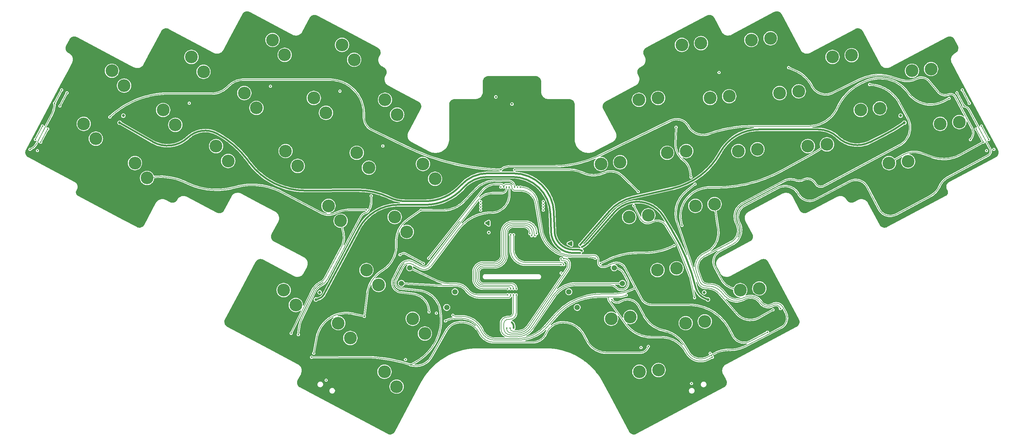
<source format=gbr>
%TF.GenerationSoftware,KiCad,Pcbnew,9.0.2*%
%TF.CreationDate,2025-06-13T18:26:31+01:00*%
%TF.ProjectId,____,e4e8e4e8-2e6b-4696-9361-645f70636258,2.0*%
%TF.SameCoordinates,Original*%
%TF.FileFunction,Copper,L4,Inr*%
%TF.FilePolarity,Positive*%
%FSLAX46Y46*%
G04 Gerber Fmt 4.6, Leading zero omitted, Abs format (unit mm)*
G04 Created by KiCad (PCBNEW 9.0.2) date 2025-06-13 18:26:31*
%MOMM*%
%LPD*%
G01*
G04 APERTURE LIST*
G04 Aperture macros list*
%AMRoundRect*
0 Rectangle with rounded corners*
0 $1 Rounding radius*
0 $2 $3 $4 $5 $6 $7 $8 $9 X,Y pos of 4 corners*
0 Add a 4 corners polygon primitive as box body*
4,1,4,$2,$3,$4,$5,$6,$7,$8,$9,$2,$3,0*
0 Add four circle primitives for the rounded corners*
1,1,$1+$1,$2,$3*
1,1,$1+$1,$4,$5*
1,1,$1+$1,$6,$7*
1,1,$1+$1,$8,$9*
0 Add four rect primitives between the rounded corners*
20,1,$1+$1,$2,$3,$4,$5,0*
20,1,$1+$1,$4,$5,$6,$7,0*
20,1,$1+$1,$6,$7,$8,$9,0*
20,1,$1+$1,$8,$9,$2,$3,0*%
%AMHorizOval*
0 Thick line with rounded ends*
0 $1 width*
0 $2 $3 position (X,Y) of the first rounded end (center of the circle)*
0 $4 $5 position (X,Y) of the second rounded end (center of the circle)*
0 Add line between two ends*
20,1,$1,$2,$3,$4,$5,0*
0 Add two circle primitives to create the rounded ends*
1,1,$1,$2,$3*
1,1,$1,$4,$5*%
G04 Aperture macros list end*
%TA.AperFunction,ComponentPad*%
%ADD10C,3.600000*%
%TD*%
%TA.AperFunction,ComponentPad*%
%ADD11C,2.200000*%
%TD*%
%TA.AperFunction,ComponentPad*%
%ADD12HorizOval,1.800000X-0.117368X-0.220737X0.117368X0.220737X0*%
%TD*%
%TA.AperFunction,ComponentPad*%
%ADD13C,5.400000*%
%TD*%
%TA.AperFunction,ComponentPad*%
%ADD14HorizOval,1.800000X-0.117368X0.220737X0.117368X-0.220737X0*%
%TD*%
%TA.AperFunction,ComponentPad*%
%ADD15C,5.600000*%
%TD*%
%TA.AperFunction,ComponentPad*%
%ADD16C,3.800000*%
%TD*%
%TA.AperFunction,ComponentPad*%
%ADD17C,1.500000*%
%TD*%
%TA.AperFunction,ComponentPad*%
%ADD18RoundRect,0.800000X-0.365454X0.590715X-0.694084X-0.027349X0.365454X-0.590715X0.694084X0.027349X0*%
%TD*%
%TA.AperFunction,ComponentPad*%
%ADD19RoundRect,0.800000X0.694084X-0.027349X0.365454X0.590715X-0.694084X0.027349X-0.365454X-0.590715X0*%
%TD*%
%TA.AperFunction,ViaPad*%
%ADD20C,0.450000*%
%TD*%
%TA.AperFunction,ViaPad*%
%ADD21C,0.550000*%
%TD*%
%TA.AperFunction,ViaPad*%
%ADD22C,0.500000*%
%TD*%
%TA.AperFunction,ViaPad*%
%ADD23C,0.800000*%
%TD*%
%TA.AperFunction,Conductor*%
%ADD24C,0.180000*%
%TD*%
%TA.AperFunction,Conductor*%
%ADD25C,0.500000*%
%TD*%
%TA.AperFunction,Conductor*%
%ADD26C,0.550000*%
%TD*%
%TA.AperFunction,Conductor*%
%ADD27C,0.200000*%
%TD*%
G04 APERTURE END LIST*
D10*
%TO.N,row_2*%
%TO.C,SW17*%
X108870503Y-110878482D03*
%TO.N,mtx_f2*%
X112299351Y-115080030D03*
D11*
%TO.N,GND*%
X101244409Y-113505779D03*
D12*
X99268104Y-118287695D03*
D13*
X106100621Y-116087873D03*
D11*
X110956833Y-118669967D03*
%TD*%
D10*
%TO.N,row_1*%
%TO.C,SW12*%
X116851277Y-95868454D03*
%TO.N,mtx_f1*%
X120280125Y-100070002D03*
D11*
%TO.N,GND*%
X109225183Y-98495751D03*
D12*
X107248878Y-103277667D03*
D13*
X114081395Y-101077845D03*
D11*
X118937607Y-103659939D03*
%TD*%
D10*
%TO.N,row_4*%
%TO.C,SW25*%
X198033936Y-47181491D03*
%TO.N,mtx_d4*%
X203434564Y-46688323D03*
D11*
%TO.N,GND*%
X195947606Y-54972976D03*
D14*
X198806859Y-59285420D03*
D13*
X200803818Y-52390882D03*
D11*
X205660030Y-49808788D03*
%TD*%
D10*
%TO.N,row_7*%
%TO.C,SW39*%
X178053372Y-124626525D03*
%TO.N,mtx_c7*%
X183454000Y-124133357D03*
D11*
%TO.N,GND*%
X175967042Y-132418010D03*
D14*
X178826295Y-136730454D03*
D13*
X180823254Y-129835916D03*
D11*
X185679466Y-127253822D03*
%TD*%
D10*
%TO.N,row_2*%
%TO.C,SW16*%
X98141393Y-92715651D03*
%TO.N,mtx_e2*%
X101570241Y-96917199D03*
D11*
%TO.N,GND*%
X90515299Y-95342948D03*
D12*
X88538994Y-100124864D03*
D13*
X95371511Y-97925042D03*
D11*
X100227723Y-100507136D03*
%TD*%
D10*
%TO.N,row_6*%
%TO.C,SW35*%
X233644795Y-75814801D03*
%TO.N,mtx_c6*%
X239045423Y-75321633D03*
D11*
%TO.N,GND*%
X231558465Y-83606286D03*
D14*
X234417718Y-87918730D03*
D13*
X236414677Y-81024192D03*
D11*
X241270889Y-78442098D03*
%TD*%
D10*
%TO.N,row_0*%
%TO.C,SW4*%
X101966143Y-47181364D03*
%TO.N,mtx_d0*%
X105394991Y-51382912D03*
D11*
%TO.N,GND*%
X94340049Y-49808661D03*
D12*
X92363744Y-54590577D03*
D13*
X99196261Y-52390755D03*
D11*
X104052473Y-54972849D03*
%TD*%
D10*
%TO.N,row_2*%
%TO.C,SW15*%
X86004110Y-77201581D03*
%TO.N,mtx_d2*%
X89432958Y-81403129D03*
D11*
%TO.N,GND*%
X78378016Y-79828878D03*
D12*
X76401711Y-84610794D03*
D13*
X83234228Y-82410972D03*
D11*
X88090440Y-84993066D03*
%TD*%
D10*
%TO.N,row_3*%
%TO.C,SW21*%
X121946730Y-124626658D03*
%TO.N,mtx_c3*%
X125375578Y-128828206D03*
D11*
%TO.N,GND*%
X114320636Y-127253955D03*
D12*
X112344331Y-132035871D03*
D13*
X119176848Y-129836049D03*
D11*
X124033060Y-132418143D03*
%TD*%
D10*
%TO.N,row_4*%
%TO.C,SW26*%
X185896650Y-62695558D03*
%TO.N,mtx_e4*%
X191297278Y-62202390D03*
D11*
%TO.N,GND*%
X183810320Y-70487043D03*
D14*
X186669573Y-74799487D03*
D13*
X188666532Y-67904949D03*
D11*
X193522744Y-65322855D03*
%TD*%
D10*
%TO.N,row_2*%
%TO.C,SW13*%
X43420150Y-80608399D03*
%TO.N,mtx_b2*%
X46848998Y-84809947D03*
D11*
%TO.N,GND*%
X35794056Y-83235696D03*
D12*
X33817751Y-88017612D03*
D13*
X40650268Y-85817790D03*
D11*
X45506480Y-88399884D03*
%TD*%
D10*
%TO.N,row_3*%
%TO.C,SW18*%
X85465899Y-116555154D03*
%TO.N,mtx_e3*%
X88894747Y-120756702D03*
D11*
%TO.N,GND*%
X77839805Y-119182451D03*
D12*
X75863500Y-123964367D03*
D13*
X82696017Y-121764545D03*
D11*
X87552229Y-124346639D03*
%TD*%
D10*
%TO.N,row_0*%
%TO.C,SW1*%
X36916525Y-54498957D03*
%TO.N,mtx_a0*%
X40345373Y-58700505D03*
D11*
%TO.N,GND*%
X29290431Y-57126254D03*
D12*
X27314126Y-61908170D03*
D13*
X34146643Y-59708348D03*
D11*
X39002855Y-62290442D03*
%TD*%
D10*
%TO.N,row_4*%
%TO.C,SW22*%
X263083553Y-54499089D03*
%TO.N,mtx_a4*%
X268484181Y-54005921D03*
D11*
%TO.N,GND*%
X260997223Y-62290574D03*
D14*
X263856476Y-66603018D03*
D13*
X265853435Y-59708480D03*
D11*
X270709647Y-57126386D03*
%TD*%
D10*
%TO.N,row_1*%
%TO.C,SW11*%
X106122408Y-77705539D03*
%TO.N,mtx_e1*%
X109551256Y-81907087D03*
D11*
%TO.N,GND*%
X98496314Y-80332836D03*
D12*
X96520009Y-85114752D03*
D13*
X103352526Y-82914930D03*
D11*
X108208738Y-85497024D03*
%TD*%
D10*
%TO.N,row_5*%
%TO.C,SW28*%
X271064570Y-69509198D03*
%TO.N,mtx_a5*%
X276465198Y-69016030D03*
D11*
%TO.N,GND*%
X268978240Y-77300683D03*
D14*
X271837493Y-81613127D03*
D13*
X273834452Y-74718589D03*
D11*
X278690664Y-72136495D03*
%TD*%
D10*
%TO.N,row_4*%
%TO.C,SW24*%
X217682764Y-45794584D03*
%TO.N,mtx_c4*%
X223083392Y-45301416D03*
D11*
%TO.N,GND*%
X215596434Y-53586069D03*
D14*
X218455687Y-57898513D03*
D13*
X220452646Y-51003975D03*
D11*
X225308858Y-48421881D03*
%TD*%
D10*
%TO.N,row_1*%
%TO.C,SW10*%
X93985126Y-62191472D03*
%TO.N,mtx_d1*%
X97413974Y-66393020D03*
D11*
%TO.N,GND*%
X86359032Y-64818769D03*
D12*
X84382727Y-69600685D03*
D13*
X91215244Y-67400863D03*
D11*
X96071456Y-69982957D03*
%TD*%
D10*
%TO.N,row_6*%
%TO.C,SW38*%
X191129598Y-110878352D03*
%TO.N,mtx_f6*%
X196530226Y-110385184D03*
D11*
%TO.N,GND*%
X189043268Y-118669837D03*
D14*
X191902521Y-122982281D03*
D13*
X193899480Y-116087743D03*
D11*
X198755692Y-113505649D03*
%TD*%
D10*
%TO.N,row_6*%
%TO.C,SW34*%
X256579927Y-80608528D03*
%TO.N,mtx_b6*%
X261980555Y-80115360D03*
D11*
%TO.N,GND*%
X254493597Y-88400013D03*
D14*
X257352850Y-92712457D03*
D13*
X259349809Y-85817919D03*
D11*
X264206021Y-83235825D03*
%TD*%
D10*
%TO.N,row_7*%
%TO.C,SW40*%
X186034385Y-139636634D03*
%TO.N,mtx_d7*%
X191435013Y-139143466D03*
D11*
%TO.N,GND*%
X183948055Y-147428119D03*
D14*
X186807308Y-151740563D03*
D13*
X188804267Y-144846025D03*
D11*
X193660479Y-142263931D03*
%TD*%
D10*
%TO.N,row_0*%
%TO.C,SW6*%
X124832295Y-80858342D03*
%TO.N,mtx_f0*%
X128261143Y-85059890D03*
D11*
%TO.N,GND*%
X117206201Y-83485639D03*
D12*
X115229896Y-88267555D03*
D13*
X122062413Y-86067733D03*
D11*
X126918625Y-88649827D03*
%TD*%
D10*
%TO.N,row_5*%
%TO.C,SW31*%
X206014952Y-62191600D03*
%TO.N,mtx_d5*%
X211415580Y-61698432D03*
D11*
%TO.N,GND*%
X203928622Y-69983085D03*
D14*
X206787875Y-74295529D03*
D13*
X208784834Y-67400991D03*
D11*
X213641046Y-64818897D03*
%TD*%
D10*
%TO.N,row_4*%
%TO.C,SW27*%
X175167781Y-80858472D03*
%TO.N,mtx_f4*%
X180568409Y-80365304D03*
D11*
%TO.N,GND*%
X173081451Y-88649957D03*
D14*
X175940704Y-92962401D03*
D13*
X177937663Y-86067863D03*
D11*
X182793875Y-83485769D03*
%TD*%
D10*
%TO.N,row_1*%
%TO.C,SW9*%
X74336295Y-60804565D03*
%TO.N,mtx_c1*%
X77765143Y-65006113D03*
D11*
%TO.N,GND*%
X66710201Y-63431862D03*
D12*
X64733896Y-68213778D03*
D13*
X71566413Y-66013956D03*
D11*
X76422625Y-68596050D03*
%TD*%
D10*
%TO.N,row_3*%
%TO.C,SW20*%
X113965712Y-139636762D03*
%TO.N,mtx_d3*%
X117394560Y-143838310D03*
D11*
%TO.N,GND*%
X106339618Y-142264059D03*
D12*
X104363313Y-147045975D03*
D13*
X111195830Y-144846153D03*
D11*
X116052042Y-147428247D03*
%TD*%
D10*
%TO.N,row_7*%
%TO.C,SW42*%
X214534199Y-116555025D03*
%TO.N,mtx_e7*%
X219934827Y-116061857D03*
D11*
%TO.N,GND*%
X212447869Y-124346510D03*
D14*
X215307122Y-128658954D03*
D13*
X217304081Y-121764416D03*
D11*
X222160293Y-119182322D03*
%TD*%
D10*
%TO.N,row_6*%
%TO.C,SW37*%
X201858684Y-92715777D03*
%TO.N,mtx_e6*%
X207259312Y-92222609D03*
D11*
%TO.N,GND*%
X199772354Y-100507262D03*
D14*
X202631607Y-104819706D03*
D13*
X204628566Y-97925168D03*
D11*
X209484778Y-95343074D03*
%TD*%
D10*
%TO.N,row_5*%
%TO.C,SW30*%
X225663781Y-60804694D03*
%TO.N,mtx_c5*%
X231064409Y-60311526D03*
D11*
%TO.N,GND*%
X223577451Y-68596179D03*
D14*
X226436704Y-72908623D03*
D13*
X228433663Y-66014085D03*
D11*
X233289875Y-63431991D03*
%TD*%
D10*
%TO.N,row_1*%
%TO.C,SW8*%
X51401165Y-65598290D03*
%TO.N,mtx_b1*%
X54830013Y-69799838D03*
D11*
%TO.N,GND*%
X43775071Y-68225587D03*
D12*
X41798766Y-73007503D03*
D13*
X48631283Y-70807681D03*
D11*
X53487495Y-73389775D03*
%TD*%
D10*
%TO.N,row_0*%
%TO.C,SW5*%
X114103424Y-62695432D03*
%TO.N,mtx_e0*%
X117532272Y-66896980D03*
D11*
%TO.N,GND*%
X106477330Y-65322729D03*
D12*
X104501025Y-70104645D03*
D13*
X111333542Y-67904823D03*
D11*
X116189754Y-70486917D03*
%TD*%
D10*
%TO.N,row_5*%
%TO.C,SW29*%
X248598910Y-65598419D03*
%TO.N,mtx_b5*%
X253999538Y-65105251D03*
D11*
%TO.N,GND*%
X246512580Y-73389904D03*
D14*
X249371833Y-77702348D03*
D13*
X251368792Y-70807810D03*
D11*
X256225004Y-68225716D03*
%TD*%
D10*
%TO.N,row_1*%
%TO.C,SW7*%
X28935508Y-69509067D03*
%TO.N,mtx_a1*%
X32364356Y-73710615D03*
D11*
%TO.N,GND*%
X21309414Y-72136364D03*
D12*
X19333109Y-76918280D03*
D13*
X26165626Y-74718458D03*
D11*
X31021838Y-77300552D03*
%TD*%
D10*
%TO.N,row_0*%
%TO.C,SW3*%
X82317314Y-45794456D03*
%TO.N,mtx_c0*%
X85746162Y-49996004D03*
D11*
%TO.N,GND*%
X74691220Y-48421753D03*
D12*
X72714915Y-53203669D03*
D13*
X79547432Y-51003847D03*
D11*
X84403644Y-53585941D03*
%TD*%
D10*
%TO.N,row_4*%
%TO.C,SW23*%
X240617894Y-50588309D03*
%TO.N,mtx_b4*%
X246018522Y-50095141D03*
D11*
%TO.N,GND*%
X238531564Y-58379794D03*
D14*
X241390817Y-62692238D03*
D13*
X243387776Y-55797700D03*
D11*
X248243988Y-53215606D03*
%TD*%
D10*
%TO.N,row_3*%
%TO.C,SW19*%
X100889486Y-125888591D03*
%TO.N,mtx_f3*%
X104318334Y-130090139D03*
D11*
%TO.N,GND*%
X93263392Y-128515888D03*
D12*
X91287087Y-133297804D03*
D13*
X98119604Y-131097982D03*
D11*
X102975816Y-133680076D03*
%TD*%
D10*
%TO.N,row_6*%
%TO.C,SW36*%
X213995967Y-77201707D03*
%TO.N,mtx_d6*%
X219396595Y-76708539D03*
D11*
%TO.N,GND*%
X211909637Y-84993192D03*
D14*
X214768890Y-89305636D03*
D13*
X216765849Y-82411098D03*
D11*
X221622061Y-79829004D03*
%TD*%
D10*
%TO.N,row_2*%
%TO.C,SW14*%
X66355281Y-75814674D03*
%TO.N,mtx_c2*%
X69784129Y-80016222D03*
D11*
%TO.N,GND*%
X58729187Y-78441971D03*
D12*
X56752882Y-83223887D03*
D13*
X63585399Y-81024065D03*
D11*
X68441611Y-83606159D03*
%TD*%
D10*
%TO.N,row_0*%
%TO.C,SW2*%
X59382183Y-50588181D03*
%TO.N,mtx_b0*%
X62811031Y-54789729D03*
D11*
%TO.N,GND*%
X51756089Y-53215478D03*
D12*
X49779784Y-57997394D03*
D13*
X56612301Y-55797572D03*
D11*
X61468513Y-58379666D03*
%TD*%
D10*
%TO.N,row_7*%
%TO.C,SW41*%
X199110615Y-125888458D03*
%TO.N,mtx_f7*%
X204511243Y-125395290D03*
D11*
%TO.N,GND*%
X197024285Y-133679943D03*
D14*
X199883538Y-137992387D03*
D13*
X201880497Y-131097849D03*
D11*
X206736709Y-128515755D03*
%TD*%
D10*
%TO.N,row_5*%
%TO.C,SW33*%
X183148798Y-95868582D03*
%TO.N,mtx_f5*%
X188549426Y-95375414D03*
D11*
%TO.N,GND*%
X181062468Y-103660067D03*
D14*
X183921721Y-107972511D03*
D13*
X185918680Y-101077973D03*
D11*
X190774892Y-98495879D03*
%TD*%
D10*
%TO.N,row_5*%
%TO.C,SW32*%
X193877668Y-77705669D03*
%TO.N,mtx_e5*%
X199278296Y-77212501D03*
D11*
%TO.N,GND*%
X191791338Y-85497154D03*
D14*
X194650591Y-89809598D03*
D13*
X196647550Y-82915060D03*
D11*
X201503762Y-80332966D03*
%TD*%
D15*
%TO.N,GND*%
%TO.C,H13*%
X135500000Y-65925000D03*
%TD*%
D16*
%TO.N,GND*%
%TO.C,H5*%
X53650000Y-88950000D03*
%TD*%
D17*
%TO.N,enc_1a*%
%TO.C,SW43*%
X121101573Y-110221595D03*
%TO.N,enc_1b*%
X118754215Y-114636333D03*
%TO.N,GND*%
X119927894Y-112428964D03*
D18*
X129179041Y-111005493D03*
X123920959Y-120894507D03*
D17*
%TO.N,mtx_b3*%
X133904312Y-117028932D03*
%TO.N,row_3*%
X131556954Y-121443670D03*
%TD*%
D16*
%TO.N,GND*%
%TO.C,H3*%
X26900000Y-47800000D03*
%TD*%
%TO.N,GND*%
%TO.C,H1*%
X94400000Y-112000000D03*
%TD*%
%TO.N,GND*%
%TO.C,H7*%
X188400000Y-55400000D03*
%TD*%
%TO.N,GND*%
%TO.C,H6*%
X111600000Y-55400000D03*
%TD*%
%TO.N,GND*%
%TO.C,H4*%
X273100000Y-47800000D03*
%TD*%
D15*
%TO.N,GND*%
%TO.C,H15*%
X135500000Y-130000000D03*
%TD*%
D16*
%TO.N,GND*%
%TO.C,H8*%
X246350000Y-88950000D03*
%TD*%
D15*
%TO.N,GND*%
%TO.C,H16*%
X164500000Y-130000000D03*
%TD*%
%TO.N,GND*%
%TO.C,H14*%
X164500000Y-65925000D03*
%TD*%
D17*
%TO.N,enc_2a*%
%TO.C,SW44*%
X181245785Y-114636333D03*
%TO.N,enc_2b*%
X178898427Y-110221595D03*
%TO.N,GND*%
X180072106Y-112428964D03*
D19*
X176079041Y-120894507D03*
X170820959Y-111005493D03*
D17*
%TO.N,row_7*%
X168443046Y-121443670D03*
%TO.N,mtx_b7*%
X166095688Y-117028932D03*
%TD*%
D16*
%TO.N,GND*%
%TO.C,H2*%
X205600000Y-112000000D03*
%TD*%
D20*
%TO.N,col_b*%
X58787284Y-63658775D03*
X206338800Y-134954002D03*
X126469472Y-107517052D03*
X147650000Y-87400000D03*
X251121244Y-58390486D03*
X178275000Y-119225000D03*
X173530528Y-107517052D03*
%TO.N,col_a*%
X206033644Y-134380086D03*
X146850000Y-82500000D03*
X273586903Y-62301265D03*
X15842107Y-77084356D03*
X36321627Y-67569551D03*
X146850000Y-87400000D03*
X284157893Y-77084356D03*
%TO.N,col_c*%
X126567052Y-122680528D03*
X131200000Y-125250000D03*
X148450000Y-87400000D03*
X279575000Y-73975000D03*
X206643957Y-135527918D03*
X81722415Y-58865050D03*
X228186114Y-53596761D03*
X182332948Y-117930528D03*
%TO.N,col_d*%
X208537286Y-54983667D03*
X149250000Y-87400000D03*
X188556718Y-132428705D03*
X121351831Y-137697252D03*
X101371244Y-60251958D03*
X93356043Y-135527918D03*
D21*
%TO.N,GND*%
X164500000Y-63425000D03*
D20*
X274750000Y-47800000D03*
X177000000Y-64900000D03*
X72040735Y-126928536D03*
X157425000Y-130000000D03*
X96050000Y-112000000D03*
X147750000Y-114150000D03*
X53650000Y-90600000D03*
X190050000Y-55400000D03*
D21*
X166200000Y-131700000D03*
D20*
X167600000Y-101200000D03*
D21*
X166200000Y-67625000D03*
D20*
X26900000Y-46150000D03*
X26000000Y-54900000D03*
D21*
X162000000Y-65925000D03*
D20*
X200089342Y-147873424D03*
D21*
X164500000Y-132500000D03*
D20*
X109950000Y-55400000D03*
D21*
X164500000Y-127500000D03*
D20*
X29000000Y-88900000D03*
X44500000Y-97400000D03*
X134525000Y-119900000D03*
X188500000Y-49400000D03*
X158750000Y-111900000D03*
D21*
X162000000Y-130000000D03*
D20*
X153000000Y-132400000D03*
X147750000Y-111150000D03*
D21*
X166200000Y-64225000D03*
D20*
X152300000Y-57750000D03*
X273100000Y-46150000D03*
X205500000Y-40400000D03*
X227959265Y-126928536D03*
X147000000Y-132400000D03*
D21*
X135500000Y-127500000D03*
X166200000Y-128300000D03*
D20*
X67000000Y-93400000D03*
D21*
X162800000Y-128300000D03*
D20*
X207250000Y-112000000D03*
X101928737Y-145888516D03*
D21*
X135500000Y-132500000D03*
D20*
X144500000Y-98000000D03*
D21*
X162800000Y-64225000D03*
D20*
X52500000Y-44400000D03*
X188400000Y-57050000D03*
X206976333Y-144211546D03*
X30000000Y-86400000D03*
D21*
X167000000Y-65925000D03*
D20*
X246350000Y-87300000D03*
X205600000Y-110350000D03*
X191950000Y-96250000D03*
X171000000Y-134900000D03*
X111600000Y-57050000D03*
X143250000Y-111150000D03*
X253000000Y-53400000D03*
X158750000Y-113650000D03*
X141250000Y-113650000D03*
X26900000Y-49450000D03*
X156750000Y-111150000D03*
X52000000Y-88950000D03*
X94000000Y-40900000D03*
X271450000Y-47800000D03*
X32000000Y-48900000D03*
X184600000Y-117000000D03*
X154500000Y-114150000D03*
X93023667Y-144211546D03*
D21*
X133800000Y-67625000D03*
X133800000Y-128300000D03*
D20*
X94400000Y-110350000D03*
X144550000Y-100350000D03*
D21*
X133000000Y-65925000D03*
D20*
X164400000Y-103100000D03*
X248000000Y-88950000D03*
X145900000Y-87400000D03*
X94400000Y-113650000D03*
X161725000Y-121700000D03*
X244700000Y-88950000D03*
X154000000Y-68400000D03*
X176575000Y-116100000D03*
D21*
X137200000Y-128300000D03*
D20*
X152250000Y-114150000D03*
X28550000Y-47800000D03*
D22*
X151000000Y-61625000D03*
D20*
X123000000Y-64900000D03*
X209500000Y-142400000D03*
X111000000Y-49400000D03*
D21*
X162800000Y-131700000D03*
D20*
X83500000Y-101900000D03*
X151500000Y-127300000D03*
X139500000Y-94200000D03*
X186750000Y-55400000D03*
X99910658Y-147873424D03*
X172375000Y-117025000D03*
X150000000Y-111150000D03*
X156750000Y-114150000D03*
X246350000Y-90600000D03*
D21*
X138000000Y-130000000D03*
D20*
X154500000Y-111150000D03*
X145500000Y-68400000D03*
X145500000Y-114150000D03*
X145500000Y-111150000D03*
D21*
X135500000Y-68425000D03*
X133800000Y-64225000D03*
D20*
X157000000Y-103400000D03*
X205600000Y-113650000D03*
D21*
X162800000Y-67625000D03*
D20*
X143250000Y-114150000D03*
D21*
X133800000Y-131700000D03*
D20*
X150000000Y-114150000D03*
X117450000Y-75600000D03*
D21*
X137200000Y-131700000D03*
D20*
X144925000Y-120050000D03*
X143000000Y-103400000D03*
X141250000Y-111900000D03*
X74500000Y-117900000D03*
X115500000Y-155900000D03*
D21*
X133000000Y-130000000D03*
D20*
X131500000Y-133900000D03*
D21*
X135500000Y-63425000D03*
D20*
X273100000Y-49450000D03*
X55300000Y-88950000D03*
X113250000Y-55400000D03*
X75500000Y-39400000D03*
X203950000Y-112000000D03*
D22*
X151000000Y-63075000D03*
D20*
X92750000Y-112000000D03*
X152250000Y-111150000D03*
X198071263Y-145888516D03*
X188400000Y-53750000D03*
D22*
X151625000Y-62350000D03*
D20*
X53650000Y-87300000D03*
X170000000Y-78400000D03*
X206459265Y-141428536D03*
D21*
X138000000Y-65925000D03*
X137200000Y-64225000D03*
D20*
X90500000Y-142900000D03*
X93540735Y-141428536D03*
X225000000Y-38900000D03*
X248000000Y-43900000D03*
X157975000Y-126600000D03*
X25250000Y-47800000D03*
D21*
X164500000Y-68425000D03*
X167000000Y-130000000D03*
D20*
X111600000Y-53750000D03*
X128000000Y-136400000D03*
X147700000Y-57750000D03*
X95500000Y-108900000D03*
D21*
X137200000Y-67625000D03*
D20*
X274500000Y-56400000D03*
X79000000Y-109900000D03*
%TO.N,col_f*%
X184450000Y-92650000D03*
X108275604Y-123949076D03*
X93966356Y-134380086D03*
X124237396Y-93928936D03*
X201632948Y-118680528D03*
X150750000Y-82500000D03*
X185671131Y-88660648D03*
X150750000Y-87400000D03*
%TO.N,col_e*%
X110204918Y-89850000D03*
X113508525Y-75766026D03*
X223817052Y-122119472D03*
X89632948Y-129119472D03*
X196400000Y-70497734D03*
X201750000Y-86550000D03*
X200600000Y-84550000D03*
X151550000Y-87400000D03*
%TO.N,mtx_a2*%
X15272555Y-73907111D03*
X17267338Y-70155465D03*
%TO.N,mtx_b2*%
X118350000Y-106550000D03*
X108850000Y-93850000D03*
X124956613Y-108977791D03*
%TO.N,mtx_c2*%
X128638104Y-123045556D03*
%TO.N,mtx_d2*%
X119891092Y-136184393D03*
%TO.N,mtx_e2*%
X87561896Y-128754444D03*
%TO.N,mtx_a3*%
X13771055Y-76719328D03*
X20717953Y-63665800D03*
X22713208Y-59913273D03*
%TO.N,mtx_a6*%
X284727917Y-73907992D03*
X282732662Y-70155465D03*
%TO.N,mtx_b6*%
X175043387Y-108977791D03*
X195850000Y-103950000D03*
%TO.N,mtx_c6*%
X198075000Y-98250000D03*
%TO.N,mtx_d6*%
X186485666Y-132793733D03*
%TO.N,mtx_e6*%
X225888104Y-121754444D03*
%TO.N,mtx_a7*%
X277286792Y-59913273D03*
X286228945Y-76719328D03*
X279282047Y-63665800D03*
%TO.N,row_3*%
X22218964Y-64463901D03*
X141150000Y-93900000D03*
X24214219Y-60711374D03*
%TO.N,row_0*%
X141150000Y-91500000D03*
%TO.N,row_2*%
X18768349Y-70953566D03*
X16773094Y-74706093D03*
X141150000Y-93100000D03*
%TO.N,row_1*%
X141150000Y-92300000D03*
%TO.N,row_6*%
X281231651Y-70953566D03*
X283226906Y-74706093D03*
X158850000Y-93100000D03*
%TO.N,row_5*%
X158850000Y-92300000D03*
%TO.N,row_7*%
X158850000Y-93900000D03*
X277781036Y-64463901D03*
X275785781Y-60711374D03*
%TO.N,row_4*%
X158850000Y-91500000D03*
D23*
%TO.N,VCC*%
X95645523Y-117185947D03*
D21*
X166800000Y-103850000D03*
D20*
X163900000Y-111700000D03*
D23*
X259854477Y-67185947D03*
X204354477Y-117185947D03*
X40145523Y-67185947D03*
D21*
X143450000Y-100250000D03*
X166800000Y-103000000D03*
X143450000Y-98100000D03*
X142650000Y-97600000D03*
D20*
X150500000Y-127300000D03*
D21*
X150000000Y-125700000D03*
X143450000Y-97150000D03*
X165950000Y-103400000D03*
D20*
%TO.N,scl*%
X164650000Y-107650000D03*
X148500000Y-127300000D03*
%TO.N,sda*%
X149500000Y-127300000D03*
X163850000Y-107650000D03*
%TO.N,ch1*%
X156950000Y-100550000D03*
X148800000Y-116150000D03*
%TO.N,ch2*%
X156500000Y-101150000D03*
X149600000Y-116150000D03*
%TO.N,ch3*%
X155550000Y-101150000D03*
X150400000Y-116150000D03*
%TO.N,ch14*%
X150450000Y-100850000D03*
X164650000Y-109350000D03*
%TO.N,ch4*%
X151200000Y-116150000D03*
X155050000Y-100550000D03*
%TO.N,ch15*%
X149600000Y-100850000D03*
X163850000Y-109350000D03*
%TO.N,row_8*%
X200748530Y-142936019D03*
X152350000Y-87400000D03*
X222248530Y-128436019D03*
X97485574Y-141997076D03*
X133300000Y-123650000D03*
%TO.N,enc_2b*%
X150400000Y-117850000D03*
%TO.N,enc_2a*%
X151200000Y-117850000D03*
%TO.N,enc_1a*%
X148800000Y-117850000D03*
%TO.N,enc_1b*%
X149600000Y-117850000D03*
D21*
%TO.N,VDC*%
X145450000Y-61900000D03*
X150000000Y-63900000D03*
D23*
%TO.N,uv2*%
X39077476Y-69194653D03*
D21*
X169795000Y-105400000D03*
%TO.N,uv1*%
X169245000Y-106050000D03*
D23*
X94577476Y-119194653D03*
D21*
%TO.N,uv3*%
X169795000Y-104350000D03*
D23*
X205422524Y-119194653D03*
%TO.N,uv4*%
X260922524Y-69194653D03*
D21*
X169245000Y-103750000D03*
%TD*%
D24*
%TO.N,col_b*%
X173530528Y-107517052D02*
X173529275Y-107516590D01*
X206338800Y-134954002D02*
X205252522Y-135533828D01*
X223455188Y-120613130D02*
X223706632Y-120482634D01*
X205413823Y-114850000D02*
X206035170Y-114850000D01*
X171196337Y-107100000D02*
X166956289Y-107100000D01*
X213522158Y-97877619D02*
X213467520Y-97774058D01*
X199894039Y-134025870D02*
X198805199Y-132175401D01*
X157973236Y-99500212D02*
X156717640Y-92026430D01*
X211952930Y-102953430D02*
X204354207Y-106964132D01*
X152372049Y-88350000D02*
X150881481Y-88350000D01*
X226967548Y-85650922D02*
X215262587Y-91910956D01*
X209368457Y-116373551D02*
X210597370Y-117793628D01*
X181046516Y-119582358D02*
X180456219Y-119883238D01*
X226095819Y-127163051D02*
X216259357Y-132295118D01*
X149131489Y-86600000D02*
X148449997Y-86600000D01*
X215259309Y-118799550D02*
X215820636Y-118540476D01*
X226602268Y-121383048D02*
X227413915Y-122907965D01*
X220416179Y-119715087D02*
X220515133Y-119862250D01*
X187279321Y-123742870D02*
X185866965Y-121097386D01*
X147650000Y-87350000D02*
X147650000Y-87400000D01*
X259557026Y-75601593D02*
X238174256Y-87056650D01*
X202698813Y-111172732D02*
X203528379Y-113517157D01*
X126469472Y-107517052D02*
X141590080Y-88453642D01*
X145529755Y-86550000D02*
X146850000Y-86550000D01*
X206338800Y-134954002D02*
X207488096Y-134350866D01*
X259589822Y-63687736D02*
X261866652Y-67874167D01*
X152372049Y-88350000D02*
G75*
G02*
X156717601Y-92026437I-49J-4406500D01*
G01*
X211952930Y-102953430D02*
G75*
G03*
X213522128Y-97877635I-1753730J3322630D01*
G01*
X216259357Y-132295118D02*
G75*
G02*
X211345826Y-133443978I-4695257J8999318D01*
G01*
X226095819Y-127163051D02*
G75*
G03*
X227413883Y-122907982I-1451019J2781151D01*
G01*
X215820636Y-118540476D02*
G75*
G02*
X218460612Y-118316298I1629264J-3530024D01*
G01*
X185866965Y-121097386D02*
G75*
G03*
X181046513Y-119582352I-3182265J-1698914D01*
G01*
X206035170Y-114850000D02*
G75*
G02*
X209368467Y-116373542I30J-4408100D01*
G01*
X259557026Y-75601593D02*
G75*
G03*
X261866678Y-67874153I-2684626J5011293D01*
G01*
X198805199Y-132175401D02*
G75*
G03*
X192962926Y-127992817I-7634299J-4492099D01*
G01*
X220416179Y-119715087D02*
G75*
G03*
X218460611Y-118316303I-2847679J-1914813D01*
G01*
X232446069Y-85303234D02*
G75*
G02*
X230206295Y-85433620I-1267769J2475134D01*
G01*
X230206305Y-85433594D02*
G75*
G03*
X226967551Y-85650928I-1378705J-3695206D01*
G01*
X220515133Y-119862250D02*
G75*
G03*
X223455176Y-120613108I1890567J1271250D01*
G01*
X157973236Y-99500212D02*
G75*
G03*
X166956289Y-107100001I8983054J1509152D01*
G01*
X150000000Y-87468519D02*
G75*
G03*
X150881481Y-88350000I881500J19D01*
G01*
X192962920Y-127992846D02*
G75*
G02*
X187279355Y-123742852I1691380J8187246D01*
G01*
X204354207Y-106964132D02*
G75*
G03*
X202698850Y-111172719I1596693J-3057868D01*
G01*
X259589822Y-63687736D02*
G75*
G03*
X251121242Y-58390537I-8928422J-4855864D01*
G01*
X207488096Y-134350866D02*
G75*
G02*
X211345826Y-133443997I3687104J-7025934D01*
G01*
X226602268Y-121383048D02*
G75*
G03*
X223706610Y-120482592I-1902768J-1012752D01*
G01*
X213467520Y-97774058D02*
G75*
G02*
X215262573Y-91910931I3845680J2028958D01*
G01*
X199894039Y-134025870D02*
G75*
G03*
X205252548Y-135533877I3465261J2038970D01*
G01*
X238174256Y-87056650D02*
G75*
G02*
X235750708Y-86328925I-846556J1580150D01*
G01*
X150000000Y-87468519D02*
G75*
G03*
X149131489Y-86600000I-868500J19D01*
G01*
X203528379Y-113517157D02*
G75*
G03*
X205413823Y-114849978I1885421J667157D01*
G01*
X171196337Y-107100000D02*
G75*
G02*
X173529270Y-107516603I-37J-6740600D01*
G01*
X215259309Y-118799550D02*
G75*
G02*
X210597392Y-117793609I-1662309J3601750D01*
G01*
X141590080Y-88453642D02*
G75*
G02*
X145529755Y-86549968I3939720J-3124858D01*
G01*
X180456219Y-119883238D02*
G75*
G02*
X178275007Y-119224996I-747419J1466338D01*
G01*
X232446069Y-85303234D02*
G75*
G02*
X235750793Y-86328879I1128031J-2202266D01*
G01*
X146850000Y-86550000D02*
G75*
G02*
X147650000Y-87350000I0J-800000D01*
G01*
X148449997Y-86600000D02*
G75*
G03*
X147650000Y-87400000I3J-800000D01*
G01*
%TO.N,col_a*%
X161731367Y-81500000D02*
X149436559Y-81500000D01*
X273586903Y-62301265D02*
X271852869Y-63192997D01*
X52918443Y-60950000D02*
X65221826Y-60950000D01*
X233792634Y-70200000D02*
X217820850Y-70200000D01*
X146090885Y-82473365D02*
X146850000Y-82500000D01*
X194882171Y-68602148D02*
X174719836Y-78487316D01*
X69332391Y-59320727D02*
X70067609Y-58629272D01*
X249294537Y-57714796D02*
X248754830Y-57980761D01*
X108150000Y-66722137D02*
X108150000Y-67643612D01*
X261573155Y-60201657D02*
X262276782Y-61098641D01*
X74178173Y-57000000D02*
X98427863Y-57000000D01*
X110405448Y-71243131D02*
X120452353Y-76112490D01*
X70067609Y-58629272D02*
G75*
G02*
X74178173Y-56999982I4110591J-4370728D01*
G01*
X65221826Y-60950000D02*
G75*
G03*
X69332379Y-59320714I-26J6000000D01*
G01*
X146090885Y-82473365D02*
G75*
G02*
X120452357Y-76112483I2241615J63885665D01*
G01*
X271852869Y-63192997D02*
G75*
G02*
X262276756Y-61098661I-3520069J6844897D01*
G01*
X248754830Y-57980761D02*
G75*
G03*
X242015121Y-64918642I6374170J-12934639D01*
G01*
X36321627Y-67569551D02*
G75*
G02*
X52918443Y-60949999I16596813J-17496329D01*
G01*
X194882171Y-68602148D02*
G75*
G02*
X199899412Y-70191408I1676929J-3420252D01*
G01*
X174719836Y-78487316D02*
G75*
G02*
X161731367Y-81499984I-12988436J26492016D01*
G01*
X108150000Y-67643612D02*
G75*
G03*
X110405453Y-71243121I4000000J12D01*
G01*
X149436559Y-81500000D02*
G75*
G03*
X146850026Y-82500029I41J-3845100D01*
G01*
X256634368Y-56965715D02*
G75*
G02*
X261573161Y-60201652I-2323068J-8932385D01*
G01*
X256634368Y-56965715D02*
G75*
G03*
X249294534Y-57714791I-2663168J-10239185D01*
G01*
X205660922Y-72355281D02*
G75*
G02*
X217820850Y-70199987I12159978J-33225119D01*
G01*
X205660922Y-72355281D02*
G75*
G02*
X199899351Y-70191442I-1622322J4432781D01*
G01*
X98427863Y-57000000D02*
G75*
G02*
X108150000Y-66722137I-3J-9722140D01*
G01*
X233792634Y-70200000D02*
G75*
G03*
X242015078Y-64918623I-34J9041400D01*
G01*
%TO.N,col_c*%
X267940207Y-57438249D02*
X270462377Y-60464853D01*
X189431122Y-129850000D02*
X192211170Y-129850000D01*
X228186114Y-53596761D02*
X230143613Y-54467774D01*
X124471215Y-109826193D02*
X122108086Y-108552172D01*
X151569628Y-130700000D02*
X145146310Y-130700000D01*
X240631821Y-60764309D02*
X248308198Y-56986660D01*
X140207532Y-91308900D02*
X126323984Y-109428819D01*
X118284750Y-109727644D02*
X116477206Y-113201372D01*
X257275336Y-56272261D02*
X260092666Y-57138572D01*
X162788189Y-123725910D02*
X160107452Y-126809386D01*
X199036985Y-133770546D02*
X199367036Y-134336347D01*
X147137298Y-89100000D02*
X144682747Y-89100000D01*
X135523819Y-124500000D02*
X134188219Y-124500000D01*
X205628248Y-136081556D02*
X206643957Y-135527918D01*
X118579909Y-117187486D02*
X122052132Y-117606811D01*
X177250000Y-118450000D02*
X174365999Y-118450000D01*
X177616727Y-119809075D02*
X182172300Y-126132929D01*
X177250000Y-118450000D02*
X177250000Y-118672588D01*
X180285384Y-118450000D02*
X177250000Y-118450000D01*
X148450000Y-87400000D02*
X148450000Y-87787298D01*
X275317868Y-61862794D02*
X280079612Y-70824133D01*
X141307619Y-128257666D02*
X141255833Y-128146953D01*
X270462377Y-60464853D02*
G75*
G03*
X273484537Y-61206492I2013923J1678253D01*
G01*
X273484519Y-61206450D02*
G75*
G02*
X275317908Y-61862773I556281J-1334950D01*
G01*
X234823579Y-58864179D02*
G75*
G03*
X240631837Y-60764342I3877121J2024079D01*
G01*
X199367036Y-134336347D02*
G75*
G03*
X205628210Y-136081487I4028864J2350247D01*
G01*
X148450000Y-87787298D02*
G75*
G02*
X147137298Y-89100000I-1312700J-2D01*
G01*
X182332948Y-117930528D02*
G75*
G02*
X180285384Y-118449993I-2047548J3775628D01*
G01*
X145146310Y-130700000D02*
G75*
G02*
X141307590Y-128257679I-10J4237900D01*
G01*
X131200000Y-125250000D02*
G75*
G02*
X134188219Y-124500013I2988200J-5578000D01*
G01*
X230143613Y-54467774D02*
G75*
G02*
X234823588Y-58864174I-3964113J-8908926D01*
G01*
X141255833Y-128146953D02*
G75*
G03*
X135523819Y-124500008I-5732033J-2681147D01*
G01*
X174365999Y-118450000D02*
G75*
G03*
X162788194Y-123725914I1J-15341500D01*
G01*
X189431122Y-129850000D02*
G75*
G02*
X182172276Y-126132946I-22J8946200D01*
G01*
X126323984Y-109428819D02*
G75*
G02*
X124471190Y-109826239I-1159584J888419D01*
G01*
X151569628Y-130700000D02*
G75*
G03*
X160107438Y-126809374I-28J11313300D01*
G01*
X118284750Y-109727644D02*
G75*
G02*
X122108077Y-108552189I2490850J-1296156D01*
G01*
X248308198Y-56986660D02*
G75*
G02*
X257275341Y-56272245I5383602J-10939740D01*
G01*
X177250000Y-118672588D02*
G75*
G03*
X177616714Y-119809085I1944400J-12D01*
G01*
X199036985Y-133770546D02*
G75*
G03*
X192211170Y-129850040I-6825785J-3981754D01*
G01*
X144682747Y-89100000D02*
G75*
G03*
X140207511Y-91308884I-47J-5637800D01*
G01*
X264390896Y-56735709D02*
G75*
G02*
X267940161Y-57438287I1340804J-2542891D01*
G01*
X279575000Y-73975000D02*
G75*
G03*
X280079558Y-70824162I-1832100J1909200D01*
G01*
X260092666Y-57138572D02*
G75*
G03*
X264390894Y-56735705I1661534J5403472D01*
G01*
X126567052Y-122680528D02*
G75*
G03*
X122052132Y-117606813I-5129952J-19272D01*
G01*
X118579909Y-117187486D02*
G75*
G02*
X116477206Y-113201372I328591J2720986D01*
G01*
%TO.N,col_d*%
X121351831Y-137697252D02*
X122696510Y-136959457D01*
X127081266Y-109748399D02*
X135015586Y-99211119D01*
X131457131Y-127967691D02*
X127204283Y-135466133D01*
X171262347Y-130965644D02*
X170312403Y-129170146D01*
X164467541Y-125650000D02*
X164346560Y-125650000D01*
X135815309Y-125600000D02*
X135521995Y-125600000D01*
X186222312Y-134250000D02*
X176715700Y-134250000D01*
X121691474Y-109179498D02*
X123935699Y-110419728D01*
X117239474Y-113767585D02*
X119257081Y-109911147D01*
X155877359Y-131300000D02*
X144893975Y-131300000D01*
X129900558Y-123856139D02*
X129794775Y-122692527D01*
X123865741Y-116671448D02*
X118486986Y-116098805D01*
X121350826Y-137696901D02*
X121351831Y-137697252D01*
X93356043Y-135527918D02*
X108685256Y-135543414D01*
X149250000Y-89559562D02*
X149250000Y-87400000D01*
X159645594Y-128786125D02*
G75*
G02*
X155877359Y-131299951I-3768194J1567325D01*
G01*
X188556718Y-132428705D02*
G75*
G02*
X186222312Y-134250000I-2334418J585405D01*
G01*
X140814197Y-128738518D02*
G75*
G03*
X135815309Y-125600015I-4998897J-2411782D01*
G01*
X144159555Y-94650000D02*
G75*
G03*
X135015618Y-99211143I45J-11446300D01*
G01*
X108685256Y-135543414D02*
G75*
G02*
X121350828Y-137696894I-38956J-38551786D01*
G01*
X170312403Y-129170146D02*
G75*
G03*
X164467541Y-125649971I-5844903J-3092354D01*
G01*
X127081266Y-109748399D02*
G75*
G02*
X123935708Y-110419712I-1959266J1475299D01*
G01*
X159645594Y-128786125D02*
G75*
G02*
X164346560Y-125649980I4701006J-1955275D01*
G01*
X117239474Y-113767585D02*
G75*
G03*
X118486986Y-116098809I1416826J-741215D01*
G01*
X128448447Y-131113469D02*
G75*
G02*
X122696528Y-136959489I-12611447J6655769D01*
G01*
X135521995Y-125600000D02*
G75*
G03*
X131457150Y-127967702I5J-4673100D01*
G01*
X144159555Y-94650000D02*
G75*
G03*
X149250000Y-89559562I45J5090400D01*
G01*
X127204283Y-135466133D02*
G75*
G02*
X121351828Y-137697260I-4276083J2425233D01*
G01*
X140814197Y-128738518D02*
G75*
G03*
X144893975Y-131299998I4079803J1968318D01*
G01*
X121691474Y-109179498D02*
G75*
G03*
X119257043Y-109911127I-859674J-1555502D01*
G01*
X128448447Y-131113469D02*
G75*
G03*
X129900578Y-123856137I-11516847J6078369D01*
G01*
X129794775Y-122692527D02*
G75*
G03*
X123865742Y-116671443I-6634275J-603113D01*
G01*
X176715700Y-134250000D02*
G75*
G02*
X171262327Y-130965654I0J6169600D01*
G01*
%TO.N,col_f*%
X185671131Y-88660648D02*
X181194906Y-84259116D01*
X184450000Y-92650000D02*
X186318138Y-96353502D01*
X196825000Y-103725000D02*
X200350000Y-112750000D01*
X93966356Y-134380086D02*
X94831109Y-129898680D01*
X105085582Y-123217894D02*
X108275604Y-123949076D01*
X139614586Y-88069259D02*
X136422460Y-91440494D01*
X176256999Y-83267200D02*
X175545258Y-83551897D01*
X108275604Y-123949076D02*
X109101222Y-117491964D01*
X193536906Y-98292496D02*
X196825000Y-103725000D01*
X166174378Y-82500000D02*
X150750000Y-82500000D01*
X148950037Y-85589714D02*
X145469363Y-85569825D01*
X189294298Y-97419270D02*
X189907348Y-97148532D01*
X200350000Y-112750000D02*
X201632948Y-118680528D01*
X117300000Y-104000401D02*
X117300000Y-102665544D01*
X130599427Y-93940046D02*
X124237396Y-93928936D01*
X120412078Y-96642438D02*
X124237396Y-93928936D01*
X94831109Y-129898680D02*
G75*
G02*
X105085582Y-123217892I8353701J-1611970D01*
G01*
X170126658Y-83386772D02*
G75*
G03*
X175545254Y-83551886I2898742J6134472D01*
G01*
X130599427Y-93940046D02*
G75*
G03*
X136422452Y-91440486I13973J7999946D01*
G01*
X189907348Y-97148532D02*
G75*
G02*
X193536866Y-98292520I1164152J-2636168D01*
G01*
X170126658Y-83386772D02*
G75*
G03*
X166174378Y-82500009I-3952258J-8364128D01*
G01*
X181194906Y-84259116D02*
G75*
G03*
X176257004Y-83267213I-3228006J-3282784D01*
G01*
X148950037Y-85589714D02*
G75*
G02*
X150750016Y-87400000I-10337J-1810286D01*
G01*
X139614586Y-88069259D02*
G75*
G02*
X145469363Y-85569862I5809014J-5500441D01*
G01*
X109101222Y-117491964D02*
G75*
G02*
X113358150Y-110970265I8859678J-1132836D01*
G01*
X113358149Y-110970263D02*
G75*
G03*
X117299989Y-104000401I-4191049J6969863D01*
G01*
X117300000Y-102665544D02*
G75*
G02*
X120412076Y-96642435I7384590J4D01*
G01*
X186318138Y-96353502D02*
G75*
G03*
X189294309Y-97419295I2049062J1033602D01*
G01*
%TO.N,col_e*%
X208711480Y-117638822D02*
X213542115Y-123220889D01*
X109483102Y-94026261D02*
X109737563Y-93555517D01*
X196244714Y-75188785D02*
X196400000Y-70497734D01*
X94416373Y-116831072D02*
X90808106Y-124150699D01*
X219861956Y-124330656D02*
X223817052Y-122119472D01*
X110204918Y-89850000D02*
X110201679Y-91727544D01*
X200600000Y-84550000D02*
X200388311Y-83047003D01*
X201750000Y-86550000D02*
X199192463Y-88659501D01*
X204735575Y-115950000D02*
X205016606Y-115950000D01*
X196725810Y-97456120D02*
X202629717Y-114452216D01*
X107257406Y-95734607D02*
X97892234Y-113394644D01*
X204735575Y-115950000D02*
G75*
G02*
X202629734Y-114452210I25J2229300D01*
G01*
X90808106Y-124150699D02*
G75*
G03*
X89632956Y-129119472I10229494J-5042701D01*
G01*
X200388311Y-83047003D02*
G75*
G03*
X198443727Y-79762997I-4914111J-692097D01*
G01*
X97892234Y-113394644D02*
G75*
G02*
X95878339Y-115360865I-4078234J2162644D01*
G01*
X95878325Y-115360838D02*
G75*
G03*
X94416373Y-116831072I1453775J-2907562D01*
G01*
X199192463Y-88659501D02*
G75*
G03*
X196725864Y-97456101I5090437J-6171499D01*
G01*
X205016606Y-115950000D02*
G75*
G02*
X208711474Y-117638827I-6J-4886300D01*
G01*
X110201679Y-91727544D02*
G75*
G02*
X109737565Y-93555518I-3858079J6644D01*
G01*
X108620140Y-94685310D02*
G75*
G03*
X107257409Y-95734609I471660J-2022090D01*
G01*
X196244714Y-75188785D02*
G75*
G03*
X198443706Y-79763025I5479686J-181415D01*
G01*
X108620140Y-94685310D02*
G75*
G03*
X109483104Y-94026262I-300440J1287910D01*
G01*
X219861956Y-124330656D02*
G75*
G02*
X213542146Y-123220862I-2478756J4433756D01*
G01*
%TO.N,mtx_a2*%
X17267338Y-70155465D02*
X15272555Y-73907111D01*
%TO.N,mtx_b2*%
X124956613Y-108977791D02*
X119851215Y-106220676D01*
X96116483Y-94707382D02*
X84933998Y-88829409D01*
X118861543Y-106243074D02*
X118350000Y-106550000D01*
X48246085Y-84614396D02*
X46848998Y-84809947D01*
X108850000Y-93850000D02*
X103907529Y-93850000D01*
X57971967Y-86180171D02*
G75*
G03*
X48246085Y-84614396I-7405617J-15011059D01*
G01*
X71713132Y-87443081D02*
G75*
G02*
X57971968Y-86180170I-5226232J18522881D01*
G01*
X84933998Y-88829409D02*
G75*
G03*
X71713133Y-87443084I-8348548J-15882601D01*
G01*
X118861543Y-106243074D02*
G75*
G02*
X119851196Y-106220711I514457J-857526D01*
G01*
X100104274Y-94747863D02*
G75*
G02*
X96116503Y-94707344I-1954374J3908863D01*
G01*
X103907529Y-93850000D02*
G75*
G03*
X100104270Y-94747854I-29J-8504000D01*
G01*
%TO.N,mtx_e2*%
X102342984Y-100258012D02*
X101570241Y-96917199D01*
X87561896Y-128754444D02*
X93614197Y-116535506D01*
X97141777Y-113123911D02*
X101789003Y-104433979D01*
X102342984Y-100258012D02*
G75*
G02*
X101789000Y-104433978I-5837784J-1350288D01*
G01*
X93614197Y-116535506D02*
G75*
G02*
X95851516Y-114347128I4246003J-2103094D01*
G01*
X95851529Y-114347156D02*
G75*
G03*
X97141782Y-113123914I-1194529J2552056D01*
G01*
%TO.N,mtx_a3*%
X15569919Y-75172512D02*
X19867510Y-67027732D01*
X20717953Y-63665800D02*
X22713208Y-59913273D01*
X13771055Y-76719328D02*
G75*
G03*
X15569937Y-75172522I-1064955J3057928D01*
G01*
X20717953Y-63665800D02*
G75*
G02*
X19867508Y-67027731I-7361623J73690D01*
G01*
%TO.N,mtx_a6*%
X282732662Y-70155465D02*
X284727917Y-73907992D01*
%TO.N,mtx_b6*%
X187402997Y-106000000D02*
X185729677Y-106000000D01*
X177211121Y-107937762D02*
X175043387Y-108977791D01*
X177211121Y-107937762D02*
G75*
G02*
X185729677Y-105999989I8518579J-17755238D01*
G01*
X195850000Y-103950000D02*
G75*
G02*
X187402997Y-105999998I-8447000J16377900D01*
G01*
%TO.N,mtx_c6*%
X226472868Y-82683068D02*
X233840942Y-78637467D01*
X205803733Y-87500000D02*
X207691703Y-87500000D01*
X239043021Y-75323393D02*
X239045423Y-75321633D01*
X198075000Y-98250000D02*
X197956852Y-97837452D01*
X200415583Y-89583042D02*
X200571636Y-89448128D01*
X226472868Y-82683068D02*
G75*
G02*
X207691703Y-87500007I-18781168J34205268D01*
G01*
X197956852Y-97837452D02*
G75*
G02*
X200415569Y-89583026I7690848J2202552D01*
G01*
X233840942Y-78637467D02*
G75*
G03*
X239043023Y-75323396I-22816842J41555367D01*
G01*
X200571636Y-89448128D02*
G75*
G02*
X205803733Y-87500022I5232064J-6051872D01*
G01*
%TO.N,mtx_e6*%
X202139240Y-111330500D02*
X203065732Y-114003073D01*
X223688006Y-121045646D02*
X223962801Y-120900670D01*
X209148194Y-117050631D02*
X210187978Y-118235760D01*
X215329168Y-119332015D02*
X216264384Y-118902579D01*
X207259312Y-92222609D02*
X208321121Y-99472978D01*
X220036501Y-120004751D02*
X220127781Y-120141667D01*
X205110658Y-105740980D02*
X204172729Y-106227684D01*
X205028486Y-115400000D02*
X205504130Y-115400000D01*
X225711640Y-121429729D02*
X225888104Y-121754444D01*
X220127781Y-120141667D02*
G75*
G03*
X223688008Y-121045649I2281019J1520767D01*
G01*
X223962801Y-120900670D02*
G75*
G02*
X225711641Y-121429729I606599J-1149830D01*
G01*
X202139240Y-111330500D02*
G75*
G02*
X204172706Y-106227639I3967660J1375500D01*
G01*
X220036501Y-120004751D02*
G75*
G03*
X218294645Y-118741533I-2572901J-1715249D01*
G01*
X216264384Y-118902579D02*
G75*
G02*
X218294642Y-118741545I1234816J-2689221D01*
G01*
X203065732Y-114003073D02*
G75*
G03*
X205028486Y-115400046I1962768J680373D01*
G01*
X209148194Y-117050631D02*
G75*
G03*
X205504130Y-115399985I-3644094J-3197169D01*
G01*
X210187978Y-118235760D02*
G75*
G03*
X215329161Y-119331999I3305922J2900460D01*
G01*
X205110658Y-105740980D02*
G75*
G03*
X208321166Y-99472971I-2796058J5388380D01*
G01*
%TO.N,mtx_a7*%
X279282047Y-63665800D02*
X277286792Y-59913273D01*
%TO.N,row_3*%
X24214219Y-60711374D02*
X22218964Y-64463901D01*
%TO.N,row_2*%
X18768349Y-70953566D02*
X16773094Y-74706093D01*
%TO.N,row_6*%
X281231651Y-70953566D02*
X283226906Y-74706093D01*
X283226906Y-74706093D02*
X276727430Y-78272417D01*
X260511667Y-78329384D02*
X256579927Y-80608528D01*
X268703564Y-78861116D02*
X266009010Y-77861076D01*
X268703564Y-78861116D02*
G75*
G03*
X276727417Y-78272394I3367736J9074216D01*
G01*
X266009010Y-77861076D02*
G75*
G03*
X260511647Y-78329350I-2251810J-6067224D01*
G01*
%TO.N,row_7*%
X258647893Y-95125539D02*
X268326656Y-89906275D01*
X235871823Y-90877494D02*
X245540962Y-85778946D01*
X250404320Y-87283841D02*
X253754985Y-93636402D01*
X215782482Y-92611732D02*
X225212223Y-87609369D01*
X273203679Y-84657513D02*
X284621818Y-78465986D01*
X208750203Y-105508343D02*
X212429630Y-103556346D01*
X278668570Y-64908896D02*
X277781036Y-64463901D01*
X275785781Y-60711374D02*
X277781036Y-64463901D01*
X214534199Y-116555025D02*
X212903752Y-116202366D01*
X285185037Y-76571264D02*
X279099840Y-65326878D01*
X209112071Y-113349067D02*
X207359124Y-110090871D01*
X284621818Y-78465986D02*
G75*
G03*
X285185022Y-76571272I-666518J1229186D01*
G01*
X207359124Y-110090871D02*
G75*
G02*
X208750203Y-105508342I2973476J1599771D01*
G01*
X258647893Y-95125539D02*
G75*
G02*
X253754991Y-93636399I-1708693J3168639D01*
G01*
X231014944Y-89384827D02*
G75*
G03*
X225212250Y-87609421I-3790344J-2017873D01*
G01*
X214290705Y-97481194D02*
G75*
G02*
X215782487Y-92611741I3178795J1689394D01*
G01*
X245540962Y-85778946D02*
G75*
G02*
X250404329Y-87283836I1679138J-3184454D01*
G01*
X278668570Y-64908896D02*
G75*
G02*
X279099842Y-65326877I-448170J-893904D01*
G01*
X212903752Y-116202366D02*
G75*
G02*
X209112062Y-113349072I1197748J5537666D01*
G01*
X231014944Y-89384827D02*
G75*
G03*
X235871839Y-90877525I3177756J1691727D01*
G01*
X270925653Y-87112250D02*
G75*
G02*
X268326652Y-89906267I-5418453J2434450D01*
G01*
X270925653Y-87112250D02*
G75*
G02*
X273203675Y-84657506I4771547J-2143650D01*
G01*
X212429630Y-103556346D02*
G75*
G03*
X214290716Y-97481188I-2104830J3967446D01*
G01*
D25*
%TO.N,VCC*%
X150500000Y-126822683D02*
X150500000Y-127300000D01*
D26*
X166800000Y-103000000D02*
X166800000Y-103850000D01*
X142650000Y-97600000D02*
X143450000Y-98100000D01*
X143450000Y-97150000D02*
X142650000Y-97600000D01*
X165950000Y-103400000D02*
X166800000Y-103000000D01*
X165950000Y-103400000D02*
X166800000Y-103850000D01*
X143450000Y-97150000D02*
X143450000Y-98100000D01*
D25*
X150500000Y-126822683D02*
G75*
G03*
X149999988Y-125700014I-1510400J-17D01*
G01*
D27*
%TO.N,scl*%
X151530743Y-128700000D02*
X149800000Y-128700000D01*
X148500000Y-127400000D02*
X148500000Y-127300000D01*
X166300000Y-108950000D02*
X166300000Y-109621162D01*
X165917491Y-110860810D02*
X155000499Y-126866600D01*
X164650000Y-107650000D02*
X165000000Y-107650000D01*
X165917491Y-110860810D02*
G75*
G03*
X166299979Y-109621162I-1817491J1239610D01*
G01*
X166300000Y-108950000D02*
G75*
G03*
X165000000Y-107650000I-1300000J0D01*
G01*
X148500000Y-127400000D02*
G75*
G03*
X149800000Y-128700000I1300000J0D01*
G01*
X155000499Y-126866600D02*
G75*
G02*
X151530743Y-128700036I-3469799J2366600D01*
G01*
%TO.N,sda*%
X165000000Y-108250000D02*
X164250000Y-108250000D01*
X149500000Y-127300000D02*
X149500000Y-127400000D01*
X163850000Y-107850000D02*
X163850000Y-107650000D01*
X150300000Y-128200000D02*
X151548180Y-128200000D01*
X165800000Y-109544416D02*
X165800000Y-109050000D01*
X154521903Y-126629032D02*
X165486861Y-110558932D01*
X150300000Y-128200000D02*
G75*
G02*
X149500000Y-127400000I0J800000D01*
G01*
X164250000Y-108250000D02*
G75*
G02*
X163850000Y-107850000I0J400000D01*
G01*
X151548180Y-128200000D02*
G75*
G03*
X154521917Y-126629041I20J3600000D01*
G01*
X165000000Y-108250000D02*
G75*
G02*
X165800000Y-109050000I0J-800000D01*
G01*
X165486861Y-110558932D02*
G75*
G03*
X165800009Y-109544416I-1486861J1014532D01*
G01*
D24*
%TO.N,ch1*%
X139100000Y-113450000D02*
X139100000Y-111400000D01*
X147100000Y-106500000D02*
X147100000Y-100200000D01*
X150100000Y-97200000D02*
X153950000Y-97200000D01*
X141800000Y-108700000D02*
X144900000Y-108700000D01*
X148800000Y-116150000D02*
X141800000Y-116150000D01*
X156950000Y-100200000D02*
X156950000Y-100550000D01*
X141800000Y-108700000D02*
G75*
G03*
X139100000Y-111400000I0J-2700000D01*
G01*
X147100000Y-100200000D02*
G75*
G02*
X150100000Y-97200000I3000000J0D01*
G01*
X139100000Y-113450000D02*
G75*
G03*
X141800000Y-116150000I2700000J0D01*
G01*
X147100000Y-106500000D02*
G75*
G02*
X144900000Y-108700000I-2200000J0D01*
G01*
X153950000Y-97200000D02*
G75*
G02*
X156950000Y-100200000I0J-3000000D01*
G01*
%TO.N,ch2*%
X156250000Y-100200000D02*
X156250000Y-100600000D01*
X149600000Y-116150000D02*
X149600000Y-116000000D01*
X156250000Y-100600000D02*
X156500000Y-101150000D01*
X141800000Y-109200000D02*
X144900000Y-109200000D01*
X147600000Y-106500000D02*
X147600000Y-100200000D01*
X139600000Y-113400000D02*
X139600000Y-111400000D01*
X150100000Y-97700000D02*
X153750000Y-97700000D01*
X149200000Y-115600000D02*
X141800000Y-115600000D01*
X149600000Y-116000000D02*
G75*
G03*
X149200000Y-115600000I-400000J0D01*
G01*
X156250000Y-100200000D02*
G75*
G03*
X153750000Y-97700000I-2500000J0D01*
G01*
X139600000Y-113400000D02*
G75*
G03*
X141800000Y-115600000I2200000J0D01*
G01*
X139600000Y-111400000D02*
G75*
G02*
X141800000Y-109200000I2200000J0D01*
G01*
X147600000Y-100200000D02*
G75*
G02*
X150100000Y-97700000I2500000J0D01*
G01*
X144900000Y-109200000D02*
G75*
G03*
X147600000Y-106500000I0J2700000D01*
G01*
%TO.N,ch3*%
X150400000Y-116150000D02*
X150400000Y-115950000D01*
X148100000Y-106500000D02*
X148100000Y-100350000D01*
X141900000Y-109700000D02*
X144900000Y-109700000D01*
X150300000Y-98150000D02*
X153550000Y-98150000D01*
X155750000Y-100600000D02*
X155550000Y-101150000D01*
X149600000Y-115150000D02*
X141900000Y-115150000D01*
X140100000Y-113350000D02*
X140100000Y-111500000D01*
X155750000Y-100350000D02*
X155750000Y-100600000D01*
X148100000Y-106500000D02*
G75*
G02*
X144900000Y-109700000I-3200000J0D01*
G01*
X141900000Y-109700000D02*
G75*
G03*
X140100000Y-111500000I0J-1800000D01*
G01*
X155750000Y-100350000D02*
G75*
G03*
X153550000Y-98150000I-2200000J0D01*
G01*
X149600000Y-115150000D02*
G75*
G02*
X150400000Y-115950000I0J-800000D01*
G01*
X148100000Y-100350000D02*
G75*
G02*
X150300000Y-98150000I2200000J0D01*
G01*
X140100000Y-113350000D02*
G75*
G03*
X141900000Y-115150000I1800000J0D01*
G01*
D27*
%TO.N,ch14*%
X164050005Y-108750000D02*
X154050000Y-108750000D01*
X150450000Y-105150000D02*
X150450000Y-100850000D01*
X164650000Y-109350000D02*
G75*
G03*
X164050005Y-108750000I-600000J0D01*
G01*
X150450000Y-105150000D02*
G75*
G03*
X154050000Y-108750000I3600000J0D01*
G01*
D24*
%TO.N,ch4*%
X140600000Y-113400000D02*
X140600000Y-111450000D01*
X141900000Y-110150000D02*
X144900000Y-110150000D01*
X151200000Y-116150000D02*
X151200000Y-116000000D01*
X155050000Y-100400000D02*
X155050000Y-100550000D01*
X149900000Y-114700000D02*
X141900000Y-114700000D01*
X150400000Y-98600000D02*
X153250000Y-98600000D01*
X148600000Y-106450000D02*
X148600000Y-100400000D01*
X141900000Y-114700000D02*
G75*
G02*
X140600000Y-113400000I0J1300000D01*
G01*
X151200000Y-116000000D02*
G75*
G03*
X149900000Y-114700000I-1300000J0D01*
G01*
X148600000Y-106450000D02*
G75*
G02*
X144900000Y-110150000I-3700000J0D01*
G01*
X150400000Y-98600000D02*
G75*
G03*
X148600000Y-100400000I0J-1800000D01*
G01*
X155050000Y-100400000D02*
G75*
G03*
X153250000Y-98600000I-1800000J0D01*
G01*
X141900000Y-110150000D02*
G75*
G03*
X140600000Y-111450000I0J-1300000D01*
G01*
D27*
%TO.N,ch15*%
X149600000Y-105150000D02*
X149600000Y-100850000D01*
X163850000Y-109350000D02*
X153800000Y-109350000D01*
X153800000Y-109350000D02*
G75*
G02*
X149600000Y-105150000I0J4200000D01*
G01*
D24*
%TO.N,row_8*%
X200014435Y-120700000D02*
X189573865Y-120700000D01*
X184938462Y-115861538D02*
X184154724Y-116269187D01*
X178373817Y-109068204D02*
X177069018Y-109682227D01*
X135702616Y-123950000D02*
X134033333Y-123950000D01*
X133433333Y-123750000D02*
X133300000Y-123650000D01*
X175871127Y-109950000D02*
X175589182Y-109950000D01*
X158483764Y-99477423D02*
X157130828Y-91443068D01*
X186529663Y-118867142D02*
X184938462Y-115861538D01*
X184938462Y-115861538D02*
X181978740Y-110270952D01*
X161951601Y-123734860D02*
X159242069Y-126817488D01*
X151655006Y-130250000D02*
X145330735Y-130250000D01*
X212438261Y-129465217D02*
X211441450Y-127581480D01*
X173141933Y-106700000D02*
X167024266Y-106700000D01*
X222248530Y-128436019D02*
X217388328Y-130994978D01*
X141686304Y-127898672D02*
X141630026Y-127774269D01*
X174400000Y-108760818D02*
X174400000Y-107958067D01*
X178507640Y-117650000D02*
X175401290Y-117650000D01*
X175401290Y-117650000D02*
G75*
G03*
X161951609Y-123734867I10J-17906700D01*
G01*
X157130828Y-91443068D02*
G75*
G03*
X152350000Y-87399967I-4780828J-805032D01*
G01*
X174400000Y-108760818D02*
G75*
G03*
X175589182Y-109950000I1189200J18D01*
G01*
X133433333Y-123750000D02*
G75*
G03*
X134033333Y-123949980I599967J800000D01*
G01*
X174400000Y-107958067D02*
G75*
G03*
X173141933Y-106700000I-1258100J-33D01*
G01*
X178507640Y-117650000D02*
G75*
G03*
X184154716Y-116269172I-40J12237800D01*
G01*
X159242069Y-126817488D02*
G75*
G02*
X151655006Y-130250004I-7587069J6668788D01*
G01*
X141630026Y-127774269D02*
G75*
G03*
X135702616Y-123949976I-5927426J-2681431D01*
G01*
X181978740Y-110270952D02*
G75*
G03*
X178373803Y-109068175I-2432840J-1287948D01*
G01*
X175871127Y-109950000D02*
G75*
G03*
X177069014Y-109682218I-27J2813300D01*
G01*
X212438261Y-129465217D02*
G75*
G03*
X217388346Y-130995013I3241539J1715317D01*
G01*
X189573865Y-120700000D02*
G75*
G02*
X186529687Y-118867129I35J3444500D01*
G01*
X158483764Y-99477423D02*
G75*
G03*
X167024266Y-106700008I8540506J1438163D01*
G01*
X211441450Y-127581480D02*
G75*
G03*
X200014435Y-120699978I-11427050J-6046820D01*
G01*
X141686304Y-127898672D02*
G75*
G03*
X145330735Y-130249968I3644396J1648672D01*
G01*
D27*
%TO.N,enc_2b*%
X181627925Y-111880432D02*
X182629305Y-113740139D01*
X177838641Y-115100000D02*
X167960964Y-115100000D01*
X150400000Y-122850000D02*
X150400000Y-117850000D01*
X162167317Y-118171431D02*
X155897136Y-127418365D01*
X146900000Y-127500000D02*
X146900000Y-125950000D01*
X148700000Y-124150000D02*
X149100000Y-124150000D01*
X151593284Y-129700000D02*
X149100000Y-129700000D01*
X179449680Y-115808741D02*
G75*
G03*
X177838641Y-115099971I-1611080J-1476659D01*
G01*
X178898427Y-110221595D02*
G75*
G02*
X181627958Y-111880414I-48327J-3154605D01*
G01*
X179449680Y-115808741D02*
G75*
G03*
X181790924Y-116272772I1486720J1362841D01*
G01*
X150400000Y-122850000D02*
G75*
G02*
X149100000Y-124150000I-1300000J0D01*
G01*
X146900000Y-125950000D02*
G75*
G02*
X148700000Y-124150000I1800000J0D01*
G01*
X149100000Y-129700000D02*
G75*
G02*
X146900000Y-127500000I0J2200000D01*
G01*
X182629305Y-113740139D02*
G75*
G02*
X181790940Y-116272807I-1616005J-870161D01*
G01*
X155897136Y-127418365D02*
G75*
G02*
X151593284Y-129699986I-4303836J2918365D01*
G01*
X162167317Y-118171431D02*
G75*
G02*
X167960964Y-115099970I5793683J-3928569D01*
G01*
%TO.N,enc_2a*%
X155479582Y-127109506D02*
X161766279Y-117916396D01*
X151200000Y-117850000D02*
X151200000Y-123000000D01*
X149400000Y-124800000D02*
X149000000Y-124800000D01*
X167957127Y-114650000D02*
X181245785Y-114650000D01*
X149500000Y-129200000D02*
X151517439Y-129200000D01*
X147700000Y-126100000D02*
X147700000Y-127400000D01*
X161766279Y-117916396D02*
G75*
G02*
X167957127Y-114650022I6190821J-4233604D01*
G01*
X155479582Y-127109506D02*
G75*
G02*
X151517439Y-129200032I-3962182J2709506D01*
G01*
X147700000Y-126100000D02*
G75*
G02*
X149000000Y-124800000I1300000J0D01*
G01*
X151200000Y-123000000D02*
G75*
G02*
X149400000Y-124800000I-1800000J0D01*
G01*
X147700000Y-127400000D02*
G75*
G03*
X149500000Y-129200000I1800000J0D01*
G01*
%TO.N,enc_1a*%
X132690749Y-114750000D02*
X134198545Y-114750000D01*
X140239408Y-117850000D02*
X148800000Y-117850000D01*
X121101573Y-110221595D02*
X128619523Y-113824769D01*
X128619523Y-113824769D02*
G75*
G03*
X132690749Y-114749986I4071177J8494469D01*
G01*
X137525336Y-116457210D02*
G75*
G03*
X134198545Y-114749957I-3326836J-2387790D01*
G01*
X137525336Y-116457210D02*
G75*
G03*
X140239408Y-117849991I2714064J1948010D01*
G01*
%TO.N,enc_1b*%
X140887791Y-118650000D02*
X149103110Y-118650000D01*
X118754215Y-114636333D02*
X127558324Y-115135915D01*
X133346306Y-115300000D02*
X134327202Y-115300000D01*
X149600000Y-118153110D02*
X149600000Y-117850000D01*
X127558324Y-115135915D02*
G75*
G03*
X133346306Y-115299998I5787976J102002715D01*
G01*
X140887791Y-118650000D02*
G75*
G02*
X137020546Y-116675254I9J4774100D01*
G01*
X149600000Y-118153110D02*
G75*
G02*
X149103110Y-118650000I-496900J10D01*
G01*
X134327202Y-115300000D02*
G75*
G02*
X137020513Y-116675278I-2J-3324900D01*
G01*
D25*
%TO.N,uv2*%
X91581873Y-88400000D02*
X106508513Y-88323524D01*
X120019150Y-91400000D02*
X125425853Y-91400000D01*
X115232301Y-90301583D02*
X115232814Y-90301831D01*
X169679412Y-105322076D02*
X169795000Y-105400000D01*
X161864249Y-94655362D02*
X162037051Y-99947534D01*
X167360503Y-105100000D02*
X168952722Y-105100000D01*
X39077476Y-69194653D02*
X48420581Y-74573988D01*
X143147506Y-83500000D02*
X150338693Y-83500000D01*
X75085476Y-79502430D02*
X75907680Y-80591952D01*
X75907680Y-80591952D02*
G75*
G03*
X91581873Y-88400002I15674190J11828472D01*
G01*
X125425853Y-91400000D02*
G75*
G03*
X135560256Y-86882287I47J13625800D01*
G01*
X58388705Y-73381354D02*
G75*
G02*
X66618893Y-72263250I4889095J-5138246D01*
G01*
X161864249Y-94655362D02*
G75*
G03*
X150338693Y-83500008I-11525549J-376338D01*
G01*
X115232814Y-90301831D02*
G75*
G03*
X120019150Y-91399982I4786286J9881431D01*
G01*
X168952722Y-105100000D02*
G75*
G02*
X169679405Y-105322086I-22J-1300000D01*
G01*
X115232301Y-90301583D02*
G75*
G03*
X106508513Y-88323547I-8622401J-17801217D01*
G01*
X66618901Y-72263235D02*
G75*
G02*
X75085495Y-79502416I-12190501J-22828065D01*
G01*
X167360503Y-105100000D02*
G75*
G02*
X162037037Y-99947534I-3J5326300D01*
G01*
X48420581Y-74573988D02*
G75*
G03*
X58388707Y-73381357I4185619J7269788D01*
G01*
X135560240Y-86882272D02*
G75*
G02*
X143147506Y-83500009I7587260J-6818928D01*
G01*
%TO.N,uv1*%
X95347298Y-118979821D02*
X94577476Y-119194653D01*
X106752722Y-99114420D02*
X96838321Y-117780621D01*
X161038290Y-99966859D02*
X160861759Y-94894532D01*
X150099174Y-84500000D02*
X143051387Y-84500000D01*
X169245000Y-106050000D02*
X167336823Y-106050000D01*
X125496336Y-92403727D02*
X117901118Y-92408080D01*
X143051387Y-84500000D02*
G75*
G03*
X136313178Y-87532309I13J-9002800D01*
G01*
X106752722Y-99114420D02*
G75*
G02*
X117901118Y-92408080I11155638J-5925230D01*
G01*
X136313159Y-87532292D02*
G75*
G02*
X125496336Y-92403746I-10825159J9591892D01*
G01*
X167336823Y-106050000D02*
G75*
G02*
X161038312Y-99966858I-23J6302300D01*
G01*
X160861759Y-94894532D02*
G75*
G03*
X150099174Y-84500025I-10762559J-374568D01*
G01*
X96838321Y-117780621D02*
G75*
G02*
X95347307Y-118979853I-2143421J1138421D01*
G01*
%TO.N,uv3*%
X201968270Y-115898584D02*
X201968504Y-115899552D01*
X171351003Y-103205537D02*
X178830625Y-94652107D01*
X205422524Y-119194653D02*
X204619927Y-118894039D01*
X169795000Y-104350000D02*
X169795461Y-104349796D01*
X201968270Y-115898584D02*
X201968098Y-115897871D01*
X192809050Y-95633841D02*
X195231326Y-99608675D01*
X169795461Y-104349796D02*
G75*
G03*
X171351010Y-103205543I-1804361J4082396D01*
G01*
X201968504Y-115899552D02*
G75*
G03*
X204619922Y-118894052I4148296J1001952D01*
G01*
X183721635Y-91756250D02*
G75*
G02*
X192808995Y-95633874I1828965J-8300850D01*
G01*
X178830625Y-94652107D02*
G75*
G02*
X183721636Y-91756252I6848675J-5988893D01*
G01*
X195231326Y-99608675D02*
G75*
G02*
X201968100Y-115897871I-48703726J-29680225D01*
G01*
%TO.N,uv4*%
X184170750Y-90330529D02*
X195395614Y-87795139D01*
X251228329Y-74664708D02*
X255015363Y-72755279D01*
X242094844Y-73300634D02*
X242116939Y-73321622D01*
X169245000Y-103750000D02*
X177363661Y-94401012D01*
X260916141Y-69199188D02*
X260922524Y-69194653D01*
X219758426Y-71100920D02*
X236585178Y-71100920D01*
X242116939Y-73321622D02*
G75*
G03*
X251228311Y-74664673I5509661J5800322D01*
G01*
X195395614Y-87795139D02*
G75*
G03*
X208869864Y-77587333I-4504614J19942939D01*
G01*
X255015363Y-72755279D02*
G75*
G03*
X260916136Y-69199181I-20598763J40854079D01*
G01*
X208869895Y-77587350D02*
G75*
G02*
X219758426Y-71100931I10888505J-5895850D01*
G01*
X177363661Y-94401012D02*
G75*
G02*
X184170748Y-90330519I9611839J-8346888D01*
G01*
X242094844Y-73300634D02*
G75*
G03*
X236585178Y-71100946I-5509644J-5800266D01*
G01*
%TD*%
%TA.AperFunction,Conductor*%
%TO.N,GND*%
G36*
X120389816Y-109360077D02*
G01*
X120438504Y-109397133D01*
X120456113Y-109455729D01*
X120435916Y-109513485D01*
X120427141Y-109523531D01*
X120347735Y-109602937D01*
X120241525Y-109761893D01*
X120168369Y-109938509D01*
X120168369Y-109938511D01*
X120131073Y-110126006D01*
X120131073Y-110317183D01*
X120152775Y-110426282D01*
X120164147Y-110483456D01*
X120168369Y-110504678D01*
X120168369Y-110504680D01*
X120241525Y-110681296D01*
X120334911Y-110821060D01*
X120347736Y-110840253D01*
X120482915Y-110975432D01*
X120641869Y-111081641D01*
X120641870Y-111081641D01*
X120641871Y-111081642D01*
X120677322Y-111096326D01*
X120818489Y-111154799D01*
X121005987Y-111192095D01*
X121005988Y-111192095D01*
X121197158Y-111192095D01*
X121197159Y-111192095D01*
X121384657Y-111154799D01*
X121561277Y-111081641D01*
X121720231Y-110975432D01*
X121739556Y-110956106D01*
X121794069Y-110928328D01*
X121852346Y-110936831D01*
X128431006Y-114089826D01*
X128435225Y-114091848D01*
X128435227Y-114091850D01*
X128444122Y-114096113D01*
X128444393Y-114096243D01*
X128444415Y-114096264D01*
X128480997Y-114113801D01*
X128480997Y-114113802D01*
X128726401Y-114231453D01*
X129229607Y-114438923D01*
X129713627Y-114607527D01*
X129743618Y-114617974D01*
X129812653Y-114637775D01*
X130141554Y-114732113D01*
X130192276Y-114766330D01*
X130213198Y-114823827D01*
X130196329Y-114882641D01*
X130148111Y-114920307D01*
X130110751Y-114926213D01*
X129018595Y-114887505D01*
X129017194Y-114887445D01*
X127577225Y-114815968D01*
X127576524Y-114815931D01*
X119755856Y-114372153D01*
X119698830Y-114349979D01*
X119670001Y-114311197D01*
X119614262Y-114176631D01*
X119613099Y-114174891D01*
X119508052Y-114017675D01*
X119372873Y-113882496D01*
X119364767Y-113877080D01*
X119213916Y-113776285D01*
X119037299Y-113703129D01*
X118849803Y-113665833D01*
X118849801Y-113665833D01*
X118658629Y-113665833D01*
X118658626Y-113665833D01*
X118471131Y-113703129D01*
X118471129Y-113703129D01*
X118294513Y-113776285D01*
X118135560Y-113882493D01*
X118000375Y-114017678D01*
X117894167Y-114176631D01*
X117821011Y-114353247D01*
X117821011Y-114353249D01*
X117783715Y-114540744D01*
X117783715Y-114731921D01*
X117800498Y-114816292D01*
X117819724Y-114912949D01*
X117821011Y-114919416D01*
X117821011Y-114919418D01*
X117894167Y-115096034D01*
X117996953Y-115249866D01*
X118000378Y-115254991D01*
X118135557Y-115390170D01*
X118294511Y-115496379D01*
X118294512Y-115496379D01*
X118294513Y-115496380D01*
X118324959Y-115508991D01*
X118471131Y-115569537D01*
X118658629Y-115606833D01*
X118669230Y-115606833D01*
X118849800Y-115606833D01*
X118849801Y-115606833D01*
X119037299Y-115569537D01*
X119213919Y-115496379D01*
X119372873Y-115390170D01*
X119508052Y-115254991D01*
X119614261Y-115096037D01*
X119623739Y-115073153D01*
X119663473Y-115026628D01*
X119720812Y-115012197D01*
X127500854Y-115453669D01*
X127500862Y-115453672D01*
X127540167Y-115455902D01*
X127540167Y-115455903D01*
X128265169Y-115497046D01*
X129716193Y-115558769D01*
X131167947Y-115599925D01*
X132620138Y-115620504D01*
X133346306Y-115620500D01*
X133397068Y-115620500D01*
X134276440Y-115620500D01*
X134324601Y-115620500D01*
X134329792Y-115620636D01*
X134636638Y-115636747D01*
X134646954Y-115637833D01*
X134947866Y-115685583D01*
X134958017Y-115687746D01*
X135252259Y-115766741D01*
X135262129Y-115769954D01*
X135546492Y-115879333D01*
X135555951Y-115883553D01*
X135802959Y-116009682D01*
X135827292Y-116022107D01*
X135836275Y-116027304D01*
X136086535Y-116190205D01*
X136091616Y-116193512D01*
X136100006Y-116199623D01*
X136174990Y-116260500D01*
X136336536Y-116391656D01*
X136344242Y-116398614D01*
X136559359Y-116614359D01*
X136566293Y-116622085D01*
X136759484Y-116861464D01*
X136762611Y-116865551D01*
X136763259Y-116866446D01*
X136790675Y-116904318D01*
X136790729Y-116904357D01*
X136795349Y-116910733D01*
X136795351Y-116910739D01*
X136795372Y-116910764D01*
X136823903Y-116950172D01*
X136878527Y-117025622D01*
X137138516Y-117331025D01*
X137421706Y-117615046D01*
X137726346Y-117875929D01*
X137726361Y-117875940D01*
X137726375Y-117875951D01*
X138050533Y-118112046D01*
X138050540Y-118112050D01*
X138050550Y-118112058D01*
X138050558Y-118112062D01*
X138050567Y-118112069D01*
X138392302Y-118321966D01*
X138392312Y-118321972D01*
X138749517Y-118504373D01*
X138749526Y-118504376D01*
X138749535Y-118504381D01*
X138960019Y-118591747D01*
X139119954Y-118658132D01*
X139471267Y-118772508D01*
X139501334Y-118782297D01*
X139501337Y-118782297D01*
X139695104Y-118828907D01*
X139867907Y-118870474D01*
X139891288Y-118876098D01*
X140287411Y-118938958D01*
X140687250Y-118970485D01*
X140837598Y-118970495D01*
X140837651Y-118970500D01*
X140845596Y-118970500D01*
X140887790Y-118970500D01*
X140938553Y-118970500D01*
X149052351Y-118970500D01*
X149052354Y-118970501D01*
X149103116Y-118970500D01*
X149145305Y-118970500D01*
X149164995Y-118970500D01*
X149164999Y-118970499D01*
X149183616Y-118970499D01*
X149183621Y-118970499D01*
X149341537Y-118939085D01*
X149490290Y-118877468D01*
X149624164Y-118788015D01*
X149738015Y-118674164D01*
X149827468Y-118540290D01*
X149889036Y-118391654D01*
X149928773Y-118345129D01*
X149988268Y-118330846D01*
X150044796Y-118354261D01*
X150076765Y-118406430D01*
X150079500Y-118429541D01*
X150079500Y-122845680D01*
X150079123Y-122854309D01*
X150065374Y-123011457D01*
X150062378Y-123028451D01*
X150022669Y-123176647D01*
X150016766Y-123192863D01*
X149951933Y-123331897D01*
X149943305Y-123346842D01*
X149855311Y-123472511D01*
X149844219Y-123485731D01*
X149735731Y-123594219D01*
X149722511Y-123605311D01*
X149596842Y-123693305D01*
X149581897Y-123701933D01*
X149442863Y-123766766D01*
X149426647Y-123772669D01*
X149278451Y-123812378D01*
X149261457Y-123815374D01*
X149104309Y-123829123D01*
X149095680Y-123829500D01*
X148561013Y-123829500D01*
X148285430Y-123865781D01*
X148285425Y-123865781D01*
X148016925Y-123937725D01*
X147760118Y-124044098D01*
X147519381Y-124183088D01*
X147298863Y-124352297D01*
X147102297Y-124548863D01*
X146933088Y-124769381D01*
X146794098Y-125010118D01*
X146687725Y-125266925D01*
X146615781Y-125535425D01*
X146615781Y-125535430D01*
X146579500Y-125811013D01*
X146579500Y-127652456D01*
X146579501Y-127652473D01*
X146616252Y-127955152D01*
X146616254Y-127955163D01*
X146689228Y-128251227D01*
X146797355Y-128536336D01*
X146939061Y-128806333D01*
X147112277Y-129057281D01*
X147112284Y-129057289D01*
X147112288Y-129057294D01*
X147314467Y-129285506D01*
X147314472Y-129285511D01*
X147314480Y-129285520D01*
X147314488Y-129285527D01*
X147314493Y-129285532D01*
X147542705Y-129487711D01*
X147542719Y-129487723D01*
X147793667Y-129660939D01*
X147913362Y-129723760D01*
X147968769Y-129752840D01*
X148011507Y-129796624D01*
X148020348Y-129857168D01*
X147991913Y-129911344D01*
X147937065Y-129938461D01*
X147922761Y-129939500D01*
X145333092Y-129939500D01*
X145328367Y-129939387D01*
X144983655Y-129922917D01*
X144974248Y-129922016D01*
X144635015Y-129873091D01*
X144625736Y-129871297D01*
X144292718Y-129790248D01*
X144283652Y-129787577D01*
X143959872Y-129675140D01*
X143951104Y-129671618D01*
X143639525Y-129528825D01*
X143631130Y-129524482D01*
X143334581Y-129352624D01*
X143326640Y-129347500D01*
X143163892Y-129231135D01*
X143047841Y-129148158D01*
X143040426Y-129142303D01*
X143035729Y-129138215D01*
X142781890Y-128917271D01*
X142775068Y-128910735D01*
X142769977Y-128905369D01*
X142539168Y-128662078D01*
X142533015Y-128654938D01*
X142321890Y-128384908D01*
X142316440Y-128377205D01*
X142132039Y-128088297D01*
X142127340Y-128080097D01*
X142039849Y-127908957D01*
X141970550Y-127773401D01*
X141968518Y-127769180D01*
X141968512Y-127769167D01*
X141896076Y-127609046D01*
X141896005Y-127608959D01*
X141888963Y-127593397D01*
X141812239Y-127423844D01*
X141812218Y-127423801D01*
X141651001Y-127126191D01*
X141579597Y-126994378D01*
X141562797Y-126968057D01*
X141546728Y-126942880D01*
X141316832Y-126582685D01*
X141311531Y-126575561D01*
X141025294Y-126190870D01*
X141025280Y-126190853D01*
X141025279Y-126190851D01*
X140706433Y-125820886D01*
X140361929Y-125474686D01*
X140266893Y-125391965D01*
X139993541Y-125154033D01*
X139993528Y-125154023D01*
X139968729Y-125135381D01*
X139864273Y-125056858D01*
X139603138Y-124860554D01*
X139603130Y-124860549D01*
X139201894Y-124601677D01*
X139192739Y-124595770D01*
X139192731Y-124595765D01*
X139192720Y-124595759D01*
X138764445Y-124361034D01*
X138764443Y-124361032D01*
X138320459Y-124157552D01*
X138320440Y-124157544D01*
X137863043Y-123986362D01*
X137863038Y-123986360D01*
X137461128Y-123867958D01*
X137394539Y-123848341D01*
X137394537Y-123848340D01*
X137394525Y-123848337D01*
X136917380Y-123744205D01*
X136917352Y-123744200D01*
X136433978Y-123674481D01*
X136433957Y-123674479D01*
X135946813Y-123639527D01*
X135946824Y-123639527D01*
X135749248Y-123639504D01*
X135749168Y-123639500D01*
X135743494Y-123639500D01*
X134090484Y-123639500D01*
X134082503Y-123639499D01*
X134082501Y-123639499D01*
X134060785Y-123639499D01*
X134037301Y-123639499D01*
X134037300Y-123639498D01*
X134029351Y-123639179D01*
X133930828Y-123631240D01*
X133915125Y-123628692D01*
X133823031Y-123606031D01*
X133807941Y-123601002D01*
X133784777Y-123591149D01*
X133738631Y-123550976D01*
X133727902Y-123525675D01*
X133715140Y-123478043D01*
X133715138Y-123478040D01*
X133715138Y-123478038D01*
X133656492Y-123376461D01*
X133656490Y-123376459D01*
X133656489Y-123376457D01*
X133573543Y-123293511D01*
X133573540Y-123293509D01*
X133573538Y-123293507D01*
X133471960Y-123234861D01*
X133471962Y-123234861D01*
X133427997Y-123223081D01*
X133358651Y-123204500D01*
X133241349Y-123204500D01*
X133172002Y-123223081D01*
X133128038Y-123234861D01*
X133026461Y-123293507D01*
X132943507Y-123376461D01*
X132884861Y-123478038D01*
X132878551Y-123501587D01*
X132854500Y-123591349D01*
X132854500Y-123708651D01*
X132872224Y-123774797D01*
X132884861Y-123821961D01*
X132943507Y-123923538D01*
X132943509Y-123923540D01*
X132943511Y-123923543D01*
X133026457Y-124006489D01*
X133026459Y-124006490D01*
X133026461Y-124006492D01*
X133128039Y-124065138D01*
X133128040Y-124065138D01*
X133128043Y-124065140D01*
X133167664Y-124075756D01*
X133218977Y-124109078D01*
X133240904Y-124166199D01*
X133225069Y-124225300D01*
X133177520Y-124263806D01*
X133155906Y-124269406D01*
X133027462Y-124287574D01*
X133027459Y-124287575D01*
X132571179Y-124385197D01*
X132571150Y-124385204D01*
X132122892Y-124514603D01*
X132122881Y-124514607D01*
X131684782Y-124675165D01*
X131684753Y-124675177D01*
X131376980Y-124813192D01*
X131316147Y-124819750D01*
X131310850Y-124818486D01*
X131281309Y-124810571D01*
X131258651Y-124804500D01*
X131141349Y-124804500D01*
X131084435Y-124819750D01*
X131028038Y-124834861D01*
X130926461Y-124893507D01*
X130843507Y-124976461D01*
X130784861Y-125078038D01*
X130769699Y-125134625D01*
X130754500Y-125191349D01*
X130754500Y-125308651D01*
X130775546Y-125387197D01*
X130784861Y-125421961D01*
X130843507Y-125523538D01*
X130843509Y-125523540D01*
X130843511Y-125523543D01*
X130926457Y-125606489D01*
X130926459Y-125606490D01*
X130926461Y-125606492D01*
X131028039Y-125665138D01*
X131028037Y-125665138D01*
X131028041Y-125665139D01*
X131028043Y-125665140D01*
X131141349Y-125695500D01*
X131141351Y-125695500D01*
X131258649Y-125695500D01*
X131258651Y-125695500D01*
X131371957Y-125665140D01*
X131371959Y-125665138D01*
X131371961Y-125665138D01*
X131473538Y-125606492D01*
X131473538Y-125606491D01*
X131473543Y-125606489D01*
X131556489Y-125523543D01*
X131615140Y-125421957D01*
X131615143Y-125421943D01*
X131616544Y-125418565D01*
X131618253Y-125416563D01*
X131618384Y-125416337D01*
X131618426Y-125416361D01*
X131619647Y-125414930D01*
X131620464Y-125410222D01*
X131639260Y-125391965D01*
X131656279Y-125372038D01*
X131664338Y-125367600D01*
X131722906Y-125338826D01*
X131729189Y-125336008D01*
X132114319Y-125179307D01*
X132120822Y-125176924D01*
X132515970Y-125047659D01*
X132522627Y-125045737D01*
X132925895Y-124944524D01*
X132932652Y-124943078D01*
X133342019Y-124870427D01*
X133348884Y-124869456D01*
X133762349Y-124825721D01*
X133769243Y-124825236D01*
X134186865Y-124810560D01*
X134190316Y-124810500D01*
X134237396Y-124810500D01*
X135521957Y-124810500D01*
X135525696Y-124810571D01*
X135974291Y-124827526D01*
X135981728Y-124828089D01*
X136425945Y-124878649D01*
X136433307Y-124879770D01*
X136872414Y-124963710D01*
X136879697Y-124965390D01*
X137311219Y-125082235D01*
X137318358Y-125084461D01*
X137739825Y-125233543D01*
X137746748Y-125236290D01*
X138155784Y-125416770D01*
X138162488Y-125420036D01*
X138532849Y-125618102D01*
X138556711Y-125630863D01*
X138563162Y-125634633D01*
X138914269Y-125858021D01*
X138940341Y-125874609D01*
X138946479Y-125878847D01*
X139304488Y-126146623D01*
X139310302Y-126151325D01*
X139647067Y-126445351D01*
X139652498Y-126450466D01*
X139703925Y-126502713D01*
X139731270Y-126557444D01*
X139721222Y-126617799D01*
X139677618Y-126660721D01*
X139617112Y-126669815D01*
X139571678Y-126649587D01*
X139344057Y-126468227D01*
X139296072Y-126429994D01*
X139296070Y-126429993D01*
X139296067Y-126429990D01*
X138933826Y-126183222D01*
X138554173Y-125964200D01*
X138554164Y-125964195D01*
X138159222Y-125774140D01*
X138159211Y-125774135D01*
X137751173Y-125614104D01*
X137751158Y-125614099D01*
X137332296Y-125484985D01*
X137041097Y-125418565D01*
X136904969Y-125387515D01*
X136653647Y-125349659D01*
X136471551Y-125322230D01*
X136270037Y-125307138D01*
X136034464Y-125289495D01*
X136034461Y-125289495D01*
X135815310Y-125289500D01*
X135563031Y-125289500D01*
X135562990Y-125289486D01*
X135320093Y-125289432D01*
X135319685Y-125289432D01*
X135319684Y-125289432D01*
X135319675Y-125289432D01*
X135319666Y-125289432D01*
X134916402Y-125322228D01*
X134916377Y-125322231D01*
X134517107Y-125387603D01*
X134517103Y-125387604D01*
X134124415Y-125485132D01*
X133740910Y-125614172D01*
X133369146Y-125773866D01*
X133011532Y-125963176D01*
X133011531Y-125963177D01*
X132670465Y-126180835D01*
X132670462Y-126180837D01*
X132348147Y-126425433D01*
X132046716Y-126695351D01*
X132046714Y-126695353D01*
X131768150Y-126988819D01*
X131514293Y-127303897D01*
X131286812Y-127638508D01*
X131187057Y-127814490D01*
X131187046Y-127814511D01*
X126952125Y-135281342D01*
X126952123Y-135281346D01*
X126935266Y-135311068D01*
X126933078Y-135314739D01*
X126725642Y-135646275D01*
X126720802Y-135653316D01*
X126486846Y-135964013D01*
X126481416Y-135970610D01*
X126221557Y-136259960D01*
X126215579Y-136266065D01*
X125931731Y-136531938D01*
X125925249Y-136537504D01*
X125619526Y-136777919D01*
X125612588Y-136782906D01*
X125287291Y-136996053D01*
X125279949Y-137000423D01*
X124937470Y-137184736D01*
X124929779Y-137188457D01*
X124572680Y-137342554D01*
X124564696Y-137345597D01*
X124195658Y-137468325D01*
X124187442Y-137470669D01*
X123809187Y-137561122D01*
X123800799Y-137562749D01*
X123416146Y-137620251D01*
X123407649Y-137621148D01*
X123019489Y-137645269D01*
X123010946Y-137645431D01*
X122622131Y-137635992D01*
X122613607Y-137635416D01*
X122506012Y-137623467D01*
X122450263Y-137598252D01*
X122419983Y-137545085D01*
X122426736Y-137484274D01*
X122467944Y-137439046D01*
X122469215Y-137438334D01*
X122809543Y-137251604D01*
X122809654Y-137251583D01*
X122845887Y-137231704D01*
X122845888Y-137231705D01*
X123156450Y-137061323D01*
X123760265Y-136690751D01*
X124345359Y-136291275D01*
X124910349Y-135863839D01*
X125453901Y-135409452D01*
X125974731Y-134929189D01*
X126471607Y-134424184D01*
X126943356Y-133895631D01*
X127388862Y-133344777D01*
X127778665Y-132811773D01*
X127807065Y-132772940D01*
X127807067Y-132772936D01*
X127807075Y-132772926D01*
X128197005Y-132181427D01*
X128557730Y-131571679D01*
X128720450Y-131263320D01*
X128723048Y-131258398D01*
X128723035Y-131258421D01*
X128723050Y-131258392D01*
X128723051Y-131258393D01*
X128729163Y-131246812D01*
X128768561Y-131172173D01*
X128768588Y-131172101D01*
X128872487Y-130975230D01*
X129143875Y-130395160D01*
X129387103Y-129802731D01*
X129601611Y-129199309D01*
X129786905Y-128586285D01*
X129942557Y-127965073D01*
X129945530Y-127950218D01*
X130002645Y-127664771D01*
X130068208Y-127337105D01*
X130163568Y-126703829D01*
X130163640Y-126703127D01*
X130172869Y-126612453D01*
X130228419Y-126066706D01*
X130262609Y-125427203D01*
X130266061Y-124786797D01*
X130238766Y-124146964D01*
X130214235Y-123877030D01*
X130214235Y-123877005D01*
X130213483Y-123868738D01*
X130213484Y-123868737D01*
X130140932Y-123070666D01*
X130099739Y-122617541D01*
X130099631Y-122616863D01*
X130081107Y-122413198D01*
X130028251Y-122091761D01*
X129999261Y-121915462D01*
X129999259Y-121915454D01*
X129999258Y-121915446D01*
X129885857Y-121442425D01*
X129881658Y-121424912D01*
X129865228Y-121373196D01*
X129857249Y-121348081D01*
X130586454Y-121348081D01*
X130586454Y-121539258D01*
X130598778Y-121601213D01*
X130617591Y-121695793D01*
X130623750Y-121726753D01*
X130623750Y-121726755D01*
X130696906Y-121903371D01*
X130802110Y-122060822D01*
X130803117Y-122062328D01*
X130938296Y-122197507D01*
X131097250Y-122303716D01*
X131273870Y-122376874D01*
X131461368Y-122414170D01*
X131461369Y-122414170D01*
X131652539Y-122414170D01*
X131652540Y-122414170D01*
X131840038Y-122376874D01*
X132016658Y-122303716D01*
X132175612Y-122197507D01*
X132310791Y-122062328D01*
X132417000Y-121903374D01*
X132490158Y-121726754D01*
X132527454Y-121539256D01*
X132527454Y-121348084D01*
X132490158Y-121160586D01*
X132435668Y-121029034D01*
X132417001Y-120983968D01*
X132410840Y-120974748D01*
X132310791Y-120825012D01*
X132175612Y-120689833D01*
X132104497Y-120642316D01*
X132016655Y-120583622D01*
X131840038Y-120510466D01*
X131652542Y-120473170D01*
X131652540Y-120473170D01*
X131461368Y-120473170D01*
X131461365Y-120473170D01*
X131273870Y-120510466D01*
X131273868Y-120510466D01*
X131097252Y-120583622D01*
X130938299Y-120689830D01*
X130803114Y-120825015D01*
X130696906Y-120983968D01*
X130623750Y-121160584D01*
X130623750Y-121160586D01*
X130586454Y-121348081D01*
X129857249Y-121348081D01*
X129829636Y-121261169D01*
X129728918Y-120944150D01*
X129541841Y-120475686D01*
X129332285Y-120044360D01*
X129321407Y-120021969D01*
X129321404Y-120021963D01*
X129068758Y-119585354D01*
X129068426Y-119584866D01*
X128994973Y-119476781D01*
X128785225Y-119168142D01*
X128785057Y-119167930D01*
X128472294Y-118772518D01*
X128472284Y-118772506D01*
X128467637Y-118767432D01*
X128131579Y-118400519D01*
X128126059Y-118395305D01*
X127888081Y-118170500D01*
X127764883Y-118054122D01*
X127374116Y-117735126D01*
X127374115Y-117735125D01*
X127374111Y-117735122D01*
X126961320Y-117445198D01*
X126644690Y-117255408D01*
X126528657Y-117185857D01*
X126299320Y-117070035D01*
X126194013Y-117016852D01*
X126078390Y-116958459D01*
X126078389Y-116958458D01*
X126078384Y-116958456D01*
X126018206Y-116933343D01*
X132933812Y-116933343D01*
X132933812Y-117124520D01*
X132950023Y-117206016D01*
X132968468Y-117298746D01*
X132971108Y-117312015D01*
X132971108Y-117312017D01*
X133044264Y-117488633D01*
X133122504Y-117605729D01*
X133150475Y-117647590D01*
X133285654Y-117782769D01*
X133444608Y-117888978D01*
X133444609Y-117888978D01*
X133444610Y-117888979D01*
X133447606Y-117890220D01*
X133621228Y-117962136D01*
X133808726Y-117999432D01*
X133808727Y-117999432D01*
X133999897Y-117999432D01*
X133999898Y-117999432D01*
X134187396Y-117962136D01*
X134364016Y-117888978D01*
X134522970Y-117782769D01*
X134658149Y-117647590D01*
X134764358Y-117488636D01*
X134837516Y-117312016D01*
X134874812Y-117124518D01*
X134874812Y-116933346D01*
X134837516Y-116745848D01*
X134792045Y-116636070D01*
X134764359Y-116569230D01*
X134764215Y-116569015D01*
X134658149Y-116410274D01*
X134522970Y-116275095D01*
X134516407Y-116270710D01*
X134364013Y-116168884D01*
X134187396Y-116095728D01*
X133999900Y-116058432D01*
X133999898Y-116058432D01*
X133808726Y-116058432D01*
X133808723Y-116058432D01*
X133621228Y-116095728D01*
X133621226Y-116095728D01*
X133444610Y-116168884D01*
X133285657Y-116275092D01*
X133150472Y-116410277D01*
X133044264Y-116569230D01*
X132971108Y-116745846D01*
X132971108Y-116745848D01*
X132933812Y-116933343D01*
X126018206Y-116933343D01*
X125612856Y-116764185D01*
X125134508Y-116604059D01*
X125134505Y-116604058D01*
X125134501Y-116604057D01*
X124645843Y-116478915D01*
X124149404Y-116389406D01*
X124149384Y-116389404D01*
X123945262Y-116367662D01*
X123945217Y-116367654D01*
X119375976Y-115881195D01*
X118653495Y-115804276D01*
X118653494Y-115804276D01*
X118621008Y-115800816D01*
X118621006Y-115800817D01*
X118523852Y-115790474D01*
X118515907Y-115789300D01*
X118322620Y-115752688D01*
X118307152Y-115748435D01*
X118126100Y-115682464D01*
X118111521Y-115675769D01*
X117943491Y-115581416D01*
X117930185Y-115572453D01*
X117779609Y-115452205D01*
X117767926Y-115441212D01*
X117638745Y-115298220D01*
X117628990Y-115285483D01*
X117609339Y-115254991D01*
X117556314Y-115172712D01*
X117524601Y-115123502D01*
X117517032Y-115109358D01*
X117515184Y-115105109D01*
X117440175Y-114932643D01*
X117434995Y-114917476D01*
X117387685Y-114730656D01*
X117385021Y-114714839D01*
X117368508Y-114522841D01*
X117368434Y-114506812D01*
X117383150Y-114314656D01*
X117385664Y-114298830D01*
X117431220Y-114111580D01*
X117436263Y-114096353D01*
X117438172Y-114091850D01*
X117513062Y-113915153D01*
X117516484Y-113907912D01*
X117520960Y-113899358D01*
X119511010Y-110095594D01*
X119514174Y-110089545D01*
X119530541Y-110058259D01*
X119534072Y-110052066D01*
X119640207Y-109880674D01*
X119648599Y-109869089D01*
X119776023Y-109717602D01*
X119786016Y-109707334D01*
X119933974Y-109575830D01*
X119945333Y-109567121D01*
X120110722Y-109458360D01*
X120123231Y-109451375D01*
X120302604Y-109367623D01*
X120315969Y-109362526D01*
X120328648Y-109358716D01*
X120389816Y-109360077D01*
G37*
%TD.AperFunction*%
%TA.AperFunction,Conductor*%
G36*
X184836175Y-116341838D02*
G01*
X184854256Y-116366105D01*
X186277242Y-119053969D01*
X186277571Y-119054503D01*
X186334709Y-119162359D01*
X186334710Y-119162361D01*
X186518086Y-119443957D01*
X186519917Y-119446768D01*
X186576448Y-119518484D01*
X186730019Y-119713306D01*
X186730022Y-119713309D01*
X186963313Y-119959811D01*
X187217888Y-120184266D01*
X187491671Y-120384843D01*
X187491675Y-120384845D01*
X187491683Y-120384851D01*
X187782420Y-120559900D01*
X187782422Y-120559902D01*
X187782428Y-120559905D01*
X187782430Y-120559906D01*
X187986006Y-120658654D01*
X188087799Y-120708031D01*
X188405271Y-120828003D01*
X188732261Y-120918846D01*
X188732271Y-120918848D01*
X188732285Y-120918852D01*
X188999381Y-120967636D01*
X189066154Y-120979833D01*
X189066163Y-120979834D01*
X189139135Y-120986443D01*
X189404165Y-121010451D01*
X189526453Y-121010486D01*
X189526664Y-121010500D01*
X189532987Y-121010500D01*
X189573862Y-121010500D01*
X189623040Y-121010500D01*
X200013079Y-121010500D01*
X200015761Y-121010535D01*
X200695374Y-121028961D01*
X200700703Y-121029251D01*
X201376991Y-121084360D01*
X201382277Y-121084936D01*
X202054565Y-121176602D01*
X202059823Y-121177464D01*
X202726184Y-121305423D01*
X202731419Y-121306578D01*
X202807248Y-121325450D01*
X203389819Y-121470439D01*
X203394953Y-121471864D01*
X204043528Y-121671161D01*
X204048612Y-121672875D01*
X204195153Y-121726754D01*
X204685458Y-121907025D01*
X204690396Y-121908994D01*
X205313620Y-122177303D01*
X205318455Y-122179542D01*
X205926230Y-122481223D01*
X205930928Y-122483716D01*
X206323198Y-122705688D01*
X206521446Y-122817870D01*
X206526042Y-122820638D01*
X207097584Y-123186291D01*
X207102017Y-123189299D01*
X207322266Y-123347654D01*
X207652899Y-123585373D01*
X207657169Y-123588622D01*
X207667687Y-123597085D01*
X208185797Y-124013970D01*
X208189863Y-124017428D01*
X208663260Y-124442582D01*
X208694670Y-124470791D01*
X208698560Y-124474480D01*
X208821637Y-124597697D01*
X209178052Y-124954516D01*
X209181740Y-124958414D01*
X209634514Y-125463716D01*
X209637985Y-125467807D01*
X210062733Y-125996914D01*
X210065977Y-126001188D01*
X210461421Y-126552510D01*
X210464429Y-126556953D01*
X210829429Y-127128901D01*
X210832192Y-127133501D01*
X211166726Y-127726256D01*
X211168011Y-127728606D01*
X211190008Y-127770174D01*
X212092655Y-129475964D01*
X212140815Y-129566974D01*
X212140815Y-129566976D01*
X212199560Y-129677993D01*
X212200068Y-129678875D01*
X212243131Y-129760267D01*
X212249742Y-129772761D01*
X212249745Y-129772767D01*
X212450737Y-130080225D01*
X212679201Y-130367851D01*
X212679206Y-130367857D01*
X212933207Y-130633212D01*
X212933209Y-130633214D01*
X212945891Y-130644225D01*
X213210578Y-130874033D01*
X213210584Y-130874037D01*
X213210586Y-130874039D01*
X213508957Y-131088269D01*
X213508960Y-131088271D01*
X213825814Y-131274102D01*
X214158443Y-131429946D01*
X214504012Y-131554474D01*
X214504015Y-131554476D01*
X214727863Y-131612491D01*
X214859597Y-131646633D01*
X215222155Y-131705633D01*
X215588607Y-131730974D01*
X215955835Y-131722439D01*
X216320715Y-131680103D01*
X216344203Y-131675150D01*
X216364424Y-131670888D01*
X216425264Y-131677383D01*
X216470666Y-131718399D01*
X216483289Y-131778268D01*
X216458310Y-131834123D01*
X216430642Y-131855530D01*
X216116954Y-132019193D01*
X216114487Y-132020437D01*
X215624384Y-132258984D01*
X215619350Y-132261262D01*
X215118004Y-132471547D01*
X215112850Y-132473542D01*
X214600519Y-132655540D01*
X214595263Y-132657243D01*
X214073605Y-132810365D01*
X214068262Y-132811773D01*
X213538844Y-132935559D01*
X213533431Y-132936666D01*
X212997965Y-133030717D01*
X212992498Y-133031521D01*
X212452583Y-133095554D01*
X212447079Y-133096051D01*
X211904467Y-133129859D01*
X211898945Y-133130049D01*
X211353249Y-133133545D01*
X211350502Y-133133524D01*
X211350489Y-133133523D01*
X211350489Y-133133524D01*
X211348363Y-133133478D01*
X211341948Y-133133341D01*
X211303336Y-133132511D01*
X211303315Y-133132516D01*
X211296167Y-133132364D01*
X211296166Y-133132363D01*
X211296164Y-133132364D01*
X211092377Y-133128007D01*
X211092339Y-133128008D01*
X210572392Y-133149646D01*
X210572382Y-133149646D01*
X210572379Y-133149647D01*
X210539063Y-133153147D01*
X210054808Y-133204030D01*
X209541695Y-133290942D01*
X209035094Y-133410032D01*
X209017407Y-133415387D01*
X208714604Y-133507063D01*
X208536983Y-133560839D01*
X208049389Y-133742748D01*
X208049365Y-133742758D01*
X207574251Y-133955035D01*
X207574234Y-133955043D01*
X207385749Y-134053924D01*
X207380029Y-134056926D01*
X207380007Y-134056931D01*
X207343811Y-134075926D01*
X207301145Y-134098316D01*
X207301143Y-134098316D01*
X207301123Y-134098326D01*
X207301124Y-134098327D01*
X206624148Y-134453594D01*
X206563835Y-134463893D01*
X206508988Y-134436773D01*
X206480556Y-134382595D01*
X206479144Y-134365932D01*
X206479144Y-134321436D01*
X206478533Y-134319154D01*
X206448784Y-134208129D01*
X206448782Y-134208126D01*
X206448782Y-134208124D01*
X206390136Y-134106547D01*
X206390134Y-134106545D01*
X206390133Y-134106543D01*
X206307187Y-134023597D01*
X206307184Y-134023595D01*
X206307182Y-134023593D01*
X206205604Y-133964947D01*
X206205606Y-133964947D01*
X206148459Y-133949635D01*
X206092295Y-133934586D01*
X205974993Y-133934586D01*
X205918829Y-133949635D01*
X205861682Y-133964947D01*
X205760105Y-134023593D01*
X205677151Y-134106547D01*
X205618505Y-134208124D01*
X205611948Y-134232595D01*
X205588144Y-134321435D01*
X205588144Y-134438737D01*
X205611057Y-134524251D01*
X205618505Y-134552047D01*
X205677151Y-134653624D01*
X205677153Y-134653626D01*
X205677155Y-134653629D01*
X205760101Y-134736575D01*
X205762639Y-134738040D01*
X205764044Y-134739600D01*
X205765250Y-134740526D01*
X205765078Y-134740749D01*
X205803580Y-134783510D01*
X205809976Y-134844360D01*
X205779383Y-134897348D01*
X205759757Y-134911114D01*
X205146838Y-135238275D01*
X205146837Y-135238276D01*
X205108398Y-135258793D01*
X205104188Y-135260912D01*
X204932359Y-135342332D01*
X204790266Y-135409662D01*
X204781535Y-135413299D01*
X204457090Y-135530601D01*
X204448051Y-135533388D01*
X204113902Y-135619191D01*
X204104639Y-135621103D01*
X203763828Y-135674625D01*
X203754425Y-135675645D01*
X203410044Y-135696400D01*
X203400586Y-135696517D01*
X203055809Y-135684312D01*
X203046383Y-135683526D01*
X202704352Y-135638475D01*
X202695044Y-135636794D01*
X202433615Y-135576536D01*
X202358847Y-135559302D01*
X202349745Y-135556740D01*
X202022506Y-135447527D01*
X202013687Y-135444108D01*
X201698342Y-135304155D01*
X201689890Y-135299909D01*
X201389351Y-135130507D01*
X201381343Y-135125474D01*
X201098347Y-134928167D01*
X201090855Y-134922393D01*
X200875774Y-134739600D01*
X200827972Y-134698974D01*
X200821072Y-134692517D01*
X200580703Y-134445020D01*
X200574445Y-134437928D01*
X200358805Y-134168640D01*
X200353253Y-134160984D01*
X200328256Y-134122800D01*
X200162345Y-133869367D01*
X200159860Y-133865366D01*
X200157994Y-133862195D01*
X200136710Y-133826022D01*
X200136709Y-133826021D01*
X199096350Y-132057945D01*
X199072809Y-132017936D01*
X199059528Y-131995364D01*
X199059525Y-131995362D01*
X199052078Y-131982705D01*
X199052028Y-131982656D01*
X199049182Y-131977832D01*
X199048737Y-131977075D01*
X199048733Y-131977056D01*
X199048682Y-131976981D01*
X198934070Y-131782159D01*
X198628976Y-131327981D01*
X198297346Y-130892803D01*
X198297341Y-130892797D01*
X198297327Y-130892780D01*
X197940362Y-130478175D01*
X197940345Y-130478156D01*
X197559297Y-130085574D01*
X197559277Y-130085555D01*
X197155489Y-129716382D01*
X197155486Y-129716380D01*
X197155480Y-129716374D01*
X196730382Y-129371917D01*
X196730374Y-129371911D01*
X196730370Y-129371908D01*
X196285525Y-129053436D01*
X196285484Y-129053408D01*
X195822453Y-128762032D01*
X195822435Y-128762022D01*
X195822428Y-128762018D01*
X195822423Y-128762015D01*
X195468584Y-128567787D01*
X195342808Y-128498746D01*
X195342803Y-128498743D01*
X195342793Y-128498738D01*
X194848320Y-128264527D01*
X194701792Y-128205544D01*
X194340758Y-128060214D01*
X194340742Y-128060208D01*
X193821937Y-127886534D01*
X193821913Y-127886526D01*
X193293662Y-127744090D01*
X193293658Y-127744089D01*
X193293654Y-127744088D01*
X193029390Y-127689521D01*
X193029390Y-127689519D01*
X193029376Y-127689518D01*
X193027353Y-127689100D01*
X193024100Y-127688370D01*
X192501462Y-127561889D01*
X192495030Y-127560101D01*
X191983680Y-127399183D01*
X191977384Y-127396966D01*
X191478039Y-127201957D01*
X191471907Y-127199321D01*
X190986833Y-126971101D01*
X190980892Y-126968057D01*
X190512306Y-126707673D01*
X190506584Y-126704236D01*
X190056610Y-126412867D01*
X190051132Y-126409052D01*
X189621807Y-126088015D01*
X189616599Y-126083839D01*
X189603334Y-126072449D01*
X189234836Y-125756027D01*
X197090115Y-125756027D01*
X197090115Y-126020889D01*
X197124513Y-126282166D01*
X197124686Y-126283476D01*
X197124686Y-126283481D01*
X197151422Y-126383261D01*
X197190210Y-126528021D01*
X197193236Y-126539312D01*
X197193240Y-126539325D01*
X197294592Y-126784012D01*
X197294594Y-126784016D01*
X197294596Y-126784020D01*
X197426326Y-127012183D01*
X197427028Y-127013399D01*
X197588257Y-127223517D01*
X197588259Y-127223519D01*
X197588263Y-127223524D01*
X197775549Y-127410810D01*
X197775553Y-127410813D01*
X197775555Y-127410815D01*
X197972439Y-127561889D01*
X197985677Y-127572047D01*
X198215053Y-127704477D01*
X198459753Y-127805835D01*
X198715589Y-127874386D01*
X198978184Y-127908958D01*
X198978185Y-127908958D01*
X199243045Y-127908958D01*
X199243046Y-127908958D01*
X199505641Y-127874386D01*
X199761477Y-127805835D01*
X200006177Y-127704477D01*
X200235553Y-127572047D01*
X200445681Y-127410810D01*
X200632967Y-127223524D01*
X200794204Y-127013396D01*
X200926634Y-126784020D01*
X201027992Y-126539320D01*
X201096543Y-126283484D01*
X201131115Y-126020889D01*
X201131115Y-125756027D01*
X201096543Y-125493432D01*
X201035851Y-125266925D01*
X201034762Y-125262859D01*
X202490743Y-125262859D01*
X202490743Y-125527721D01*
X202509471Y-125669975D01*
X202525314Y-125790308D01*
X202525314Y-125790313D01*
X202562119Y-125927672D01*
X202587651Y-126022959D01*
X202593864Y-126046144D01*
X202593868Y-126046157D01*
X202695220Y-126290844D01*
X202695222Y-126290848D01*
X202695224Y-126290852D01*
X202820318Y-126507522D01*
X202827656Y-126520231D01*
X202988885Y-126730349D01*
X202988887Y-126730351D01*
X202988891Y-126730356D01*
X203176177Y-126917642D01*
X203176181Y-126917645D01*
X203176183Y-126917647D01*
X203354685Y-127054616D01*
X203386305Y-127078879D01*
X203615681Y-127211309D01*
X203860381Y-127312667D01*
X204116217Y-127381218D01*
X204378812Y-127415790D01*
X204378813Y-127415790D01*
X204643673Y-127415790D01*
X204643674Y-127415790D01*
X204906269Y-127381218D01*
X205162105Y-127312667D01*
X205406805Y-127211309D01*
X205636181Y-127078879D01*
X205846309Y-126917642D01*
X206033595Y-126730356D01*
X206194832Y-126520228D01*
X206327262Y-126290852D01*
X206428620Y-126046152D01*
X206497171Y-125790316D01*
X206531743Y-125527721D01*
X206531743Y-125262859D01*
X206497171Y-125000264D01*
X206428620Y-124744428D01*
X206327262Y-124499728D01*
X206194832Y-124270352D01*
X206165166Y-124231690D01*
X206033600Y-124060230D01*
X206033598Y-124060228D01*
X206033595Y-124060224D01*
X205846309Y-123872938D01*
X205846304Y-123872934D01*
X205846302Y-123872932D01*
X205636184Y-123711703D01*
X205630898Y-123708651D01*
X205406805Y-123579271D01*
X205406801Y-123579269D01*
X205406797Y-123579267D01*
X205162110Y-123477915D01*
X205162109Y-123477914D01*
X205162105Y-123477913D01*
X204906269Y-123409362D01*
X204906266Y-123409361D01*
X204906264Y-123409361D01*
X204643674Y-123374790D01*
X204378812Y-123374790D01*
X204378811Y-123374790D01*
X204116224Y-123409361D01*
X204116219Y-123409361D01*
X203860388Y-123477911D01*
X203860375Y-123477915D01*
X203615688Y-123579267D01*
X203386301Y-123711703D01*
X203176183Y-123872932D01*
X202988885Y-124060230D01*
X202827656Y-124270348D01*
X202695220Y-124499735D01*
X202593868Y-124744422D01*
X202593864Y-124744435D01*
X202525314Y-125000266D01*
X202525314Y-125000271D01*
X202492691Y-125248066D01*
X202490743Y-125262859D01*
X201034762Y-125262859D01*
X201027995Y-125237606D01*
X201027993Y-125237603D01*
X201027992Y-125237596D01*
X200936357Y-125016370D01*
X200926637Y-124992903D01*
X200926636Y-124992902D01*
X200926634Y-124992896D01*
X200794204Y-124763520D01*
X200749580Y-124705365D01*
X200632972Y-124553398D01*
X200632970Y-124553396D01*
X200632967Y-124553392D01*
X200445681Y-124366106D01*
X200445676Y-124366102D01*
X200445674Y-124366100D01*
X200235556Y-124204871D01*
X200197827Y-124183088D01*
X200006177Y-124072439D01*
X200006173Y-124072437D01*
X200006169Y-124072435D01*
X199761482Y-123971083D01*
X199761481Y-123971082D01*
X199761477Y-123971081D01*
X199505641Y-123902530D01*
X199505638Y-123902529D01*
X199505636Y-123902529D01*
X199243046Y-123867958D01*
X198978184Y-123867958D01*
X198978183Y-123867958D01*
X198715596Y-123902529D01*
X198715591Y-123902529D01*
X198459760Y-123971079D01*
X198459747Y-123971083D01*
X198215060Y-124072435D01*
X197985673Y-124204871D01*
X197775555Y-124366100D01*
X197588257Y-124553398D01*
X197427028Y-124763516D01*
X197360313Y-124879070D01*
X197295074Y-124992069D01*
X197294592Y-124992903D01*
X197193240Y-125237590D01*
X197193236Y-125237603D01*
X197124686Y-125493434D01*
X197124686Y-125493439D01*
X197101620Y-125668643D01*
X197090115Y-125756027D01*
X189234836Y-125756027D01*
X189209902Y-125734617D01*
X189204989Y-125730103D01*
X189148563Y-125674623D01*
X188964422Y-125493567D01*
X188822727Y-125354247D01*
X188818128Y-125349409D01*
X188766168Y-125290927D01*
X188462067Y-124948652D01*
X188457822Y-124943537D01*
X188129574Y-124519694D01*
X188125669Y-124514285D01*
X188124462Y-124512489D01*
X187826728Y-124069283D01*
X187823207Y-124063639D01*
X187553487Y-123597005D01*
X187551944Y-123594229D01*
X187530070Y-123553255D01*
X187530068Y-123553253D01*
X186149864Y-120967993D01*
X186149861Y-120967987D01*
X186140876Y-120951155D01*
X186140876Y-120951156D01*
X186140875Y-120951154D01*
X186131032Y-120932718D01*
X186118701Y-120909620D01*
X186118586Y-120909436D01*
X186051301Y-120783450D01*
X186051298Y-120783446D01*
X186051294Y-120783438D01*
X185840554Y-120466890D01*
X185837188Y-120462765D01*
X185651799Y-120235539D01*
X185600152Y-120172237D01*
X185332347Y-119902248D01*
X185332346Y-119902247D01*
X185332343Y-119902244D01*
X185039655Y-119659462D01*
X184724832Y-119446161D01*
X184724826Y-119446157D01*
X184390823Y-119264344D01*
X184126420Y-119152087D01*
X184040788Y-119115730D01*
X184040783Y-119115728D01*
X184040777Y-119115726D01*
X183678015Y-119001713D01*
X183678005Y-119001710D01*
X183678003Y-119001710D01*
X183305881Y-118923355D01*
X183305878Y-118923354D01*
X183305875Y-118923354D01*
X182927927Y-118881404D01*
X182737798Y-118878827D01*
X182547675Y-118876250D01*
X182547674Y-118876250D01*
X182547669Y-118876250D01*
X182168718Y-118907941D01*
X182168715Y-118907942D01*
X181794608Y-118976182D01*
X181794596Y-118976184D01*
X181477358Y-119066520D01*
X181428867Y-119080328D01*
X181428865Y-119080328D01*
X181428864Y-119080329D01*
X181074929Y-119219401D01*
X180947178Y-119284491D01*
X180947072Y-119284537D01*
X180923057Y-119296777D01*
X180905511Y-119305721D01*
X180905509Y-119305721D01*
X180879237Y-119319113D01*
X180655736Y-119433034D01*
X180359029Y-119584268D01*
X180359028Y-119584269D01*
X180359026Y-119584270D01*
X180318599Y-119604875D01*
X180311734Y-119608050D01*
X180133944Y-119682161D01*
X180119583Y-119686896D01*
X179936285Y-119732151D01*
X179921369Y-119734644D01*
X179733316Y-119751453D01*
X179718196Y-119751645D01*
X179529778Y-119739619D01*
X179514804Y-119737506D01*
X179330413Y-119696923D01*
X179315936Y-119692554D01*
X179139879Y-119624362D01*
X179126236Y-119617839D01*
X178962621Y-119523630D01*
X178950131Y-119515106D01*
X178802768Y-119397074D01*
X178791721Y-119386746D01*
X178746563Y-119337544D01*
X178721145Y-119281888D01*
X178720500Y-119270602D01*
X178720500Y-119166350D01*
X178720500Y-119166349D01*
X178690140Y-119053043D01*
X178690138Y-119053040D01*
X178690138Y-119053038D01*
X178631492Y-118951461D01*
X178631490Y-118951459D01*
X178631489Y-118951457D01*
X178609533Y-118929501D01*
X178581758Y-118874987D01*
X178591329Y-118814555D01*
X178634594Y-118771290D01*
X178679539Y-118760500D01*
X180332823Y-118760500D01*
X180332984Y-118760488D01*
X180476209Y-118760479D01*
X180856554Y-118728908D01*
X181232984Y-118665981D01*
X181602918Y-118572129D01*
X181963819Y-118447996D01*
X182151288Y-118365600D01*
X182212166Y-118359496D01*
X182216732Y-118360603D01*
X182274297Y-118376028D01*
X182274298Y-118376028D01*
X182391597Y-118376028D01*
X182391599Y-118376028D01*
X182504905Y-118345668D01*
X182504907Y-118345666D01*
X182504909Y-118345666D01*
X182606486Y-118287020D01*
X182606486Y-118287019D01*
X182606491Y-118287017D01*
X182689437Y-118204071D01*
X182708800Y-118170533D01*
X182748086Y-118102489D01*
X182748086Y-118102487D01*
X182748088Y-118102485D01*
X182778448Y-117989179D01*
X182778448Y-117871877D01*
X182748088Y-117758571D01*
X182748086Y-117758568D01*
X182748086Y-117758566D01*
X182689440Y-117656989D01*
X182689438Y-117656987D01*
X182689437Y-117656985D01*
X182606491Y-117574039D01*
X182606488Y-117574037D01*
X182606486Y-117574035D01*
X182504910Y-117515390D01*
X182504907Y-117515389D01*
X182504905Y-117515388D01*
X182476485Y-117507773D01*
X182425173Y-117474449D01*
X182403247Y-117417328D01*
X182419083Y-117358227D01*
X182466633Y-117319722D01*
X182470961Y-117318175D01*
X182769420Y-117219352D01*
X183392293Y-116975578D01*
X184001297Y-116698972D01*
X184014512Y-116692099D01*
X184051784Y-116672713D01*
X184251150Y-116569019D01*
X184251163Y-116569015D01*
X184261735Y-116563516D01*
X184261737Y-116563516D01*
X184721078Y-116324595D01*
X184781427Y-116314518D01*
X184836175Y-116341838D01*
G37*
%TD.AperFunction*%
%TA.AperFunction,Conductor*%
G36*
X182840993Y-119503404D02*
G01*
X183170119Y-119535632D01*
X183180228Y-119537152D01*
X183504254Y-119603195D01*
X183514159Y-119605754D01*
X183829618Y-119704900D01*
X183839196Y-119708464D01*
X184129741Y-119834044D01*
X184142737Y-119839661D01*
X184151911Y-119844202D01*
X184440278Y-120006043D01*
X184448927Y-120011504D01*
X184719050Y-120202266D01*
X184727080Y-120208585D01*
X184976053Y-120426218D01*
X184983388Y-120433331D01*
X185160914Y-120624272D01*
X185208547Y-120675504D01*
X185215121Y-120683351D01*
X185414072Y-120947487D01*
X185419800Y-120955972D01*
X185591797Y-121241542D01*
X185594324Y-121245995D01*
X187027556Y-123930582D01*
X187027830Y-123931025D01*
X187083242Y-124034844D01*
X187133319Y-124128668D01*
X187418601Y-124590861D01*
X187732248Y-125034296D01*
X187732253Y-125034302D01*
X187732253Y-125034303D01*
X188073030Y-125457232D01*
X188439606Y-125858008D01*
X188439618Y-125858021D01*
X188830541Y-126235055D01*
X188830568Y-126235080D01*
X188940021Y-126328152D01*
X189244333Y-126586922D01*
X189244338Y-126586926D01*
X189244343Y-126586930D01*
X189338724Y-126657505D01*
X189679316Y-126912189D01*
X190133802Y-127209596D01*
X190466243Y-127398542D01*
X190595413Y-127471957D01*
X190606009Y-127477979D01*
X191094086Y-127716285D01*
X191094103Y-127716292D01*
X191094116Y-127716298D01*
X191403143Y-127843898D01*
X191596120Y-127923580D01*
X191596130Y-127923583D01*
X191596147Y-127923590D01*
X192110136Y-128099049D01*
X192110142Y-128099051D01*
X192634138Y-128242010D01*
X192860033Y-128288651D01*
X192898604Y-128296616D01*
X192901659Y-128297298D01*
X193430884Y-128424477D01*
X193436983Y-128426152D01*
X193955457Y-128586586D01*
X193961437Y-128588649D01*
X194468542Y-128782039D01*
X194474365Y-128784476D01*
X194968002Y-129010023D01*
X194973686Y-129012844D01*
X195451813Y-129269614D01*
X195457315Y-129272801D01*
X195494997Y-129296273D01*
X195917939Y-129559720D01*
X195923227Y-129563254D01*
X196364500Y-129879169D01*
X196369549Y-129883035D01*
X196542208Y-130024257D01*
X196784666Y-130222570D01*
X196789617Y-130226619D01*
X196794402Y-130230795D01*
X197100488Y-130515844D01*
X197191560Y-130600657D01*
X197196072Y-130605138D01*
X197568657Y-130999729D01*
X197572872Y-131004491D01*
X197919349Y-131422182D01*
X197923250Y-131427205D01*
X198242194Y-131866279D01*
X198245764Y-131871541D01*
X198285684Y-131934655D01*
X198300811Y-131993941D01*
X198278202Y-132050796D01*
X198226492Y-132083503D01*
X198165433Y-132079569D01*
X198132251Y-132057817D01*
X197809064Y-131736796D01*
X197532486Y-131495747D01*
X197405431Y-131385013D01*
X197405413Y-131384999D01*
X196979754Y-131060269D01*
X196976156Y-131057878D01*
X196533804Y-130763919D01*
X196069517Y-130497249D01*
X196069515Y-130497248D01*
X196069499Y-130497239D01*
X195588859Y-130261385D01*
X195093849Y-130057321D01*
X195093844Y-130057319D01*
X195093841Y-130057318D01*
X194586594Y-129885924D01*
X194586588Y-129885922D01*
X194586581Y-129885920D01*
X194069264Y-129747928D01*
X194069257Y-129747926D01*
X193544032Y-129643913D01*
X193544025Y-129643912D01*
X193013177Y-129574329D01*
X193013155Y-129574327D01*
X192543067Y-129543649D01*
X192478879Y-129539461D01*
X192478878Y-129539461D01*
X192211169Y-129539500D01*
X189432691Y-129539500D01*
X189429568Y-129539451D01*
X188889676Y-129522412D01*
X188883443Y-129522018D01*
X188347275Y-129471118D01*
X188341078Y-129470332D01*
X187809165Y-129385719D01*
X187803031Y-129384543D01*
X187277549Y-129266565D01*
X187271501Y-129265006D01*
X186754460Y-129114112D01*
X186748522Y-129112173D01*
X186242070Y-128928991D01*
X186236266Y-128926683D01*
X185742337Y-128711914D01*
X185736691Y-128709244D01*
X185257303Y-128463763D01*
X185251836Y-128460742D01*
X184944958Y-128278305D01*
X184788870Y-128185512D01*
X184783626Y-128182166D01*
X184338938Y-127878291D01*
X184333901Y-127874610D01*
X183909273Y-127543306D01*
X183904472Y-127539311D01*
X183501563Y-127181874D01*
X183497024Y-127177583D01*
X183117482Y-126795475D01*
X183113222Y-126790907D01*
X182797360Y-126429995D01*
X182758517Y-126385612D01*
X182754557Y-126380788D01*
X182744390Y-126367575D01*
X182584980Y-126160398D01*
X182564480Y-126102750D01*
X182581780Y-126044061D01*
X182630272Y-126006749D01*
X182691434Y-126005067D01*
X182701328Y-126008563D01*
X182803138Y-126050734D01*
X183058974Y-126119285D01*
X183321569Y-126153857D01*
X183321570Y-126153857D01*
X183586430Y-126153857D01*
X183586431Y-126153857D01*
X183849026Y-126119285D01*
X184104862Y-126050734D01*
X184349562Y-125949376D01*
X184578938Y-125816946D01*
X184789066Y-125655709D01*
X184976352Y-125468423D01*
X185137589Y-125258295D01*
X185270019Y-125028919D01*
X185371377Y-124784219D01*
X185439928Y-124528383D01*
X185474500Y-124265788D01*
X185474500Y-124000926D01*
X185439928Y-123738331D01*
X185371377Y-123482495D01*
X185270019Y-123237795D01*
X185137589Y-123008419D01*
X185125393Y-122992525D01*
X184976357Y-122798297D01*
X184976355Y-122798295D01*
X184976352Y-122798291D01*
X184789066Y-122611005D01*
X184789061Y-122611001D01*
X184789059Y-122610999D01*
X184578941Y-122449770D01*
X184562518Y-122440288D01*
X184349562Y-122317338D01*
X184349558Y-122317336D01*
X184349554Y-122317334D01*
X184104867Y-122215982D01*
X184104866Y-122215981D01*
X184104862Y-122215980D01*
X183849026Y-122147429D01*
X183849023Y-122147428D01*
X183849021Y-122147428D01*
X183586431Y-122112857D01*
X183321569Y-122112857D01*
X183321568Y-122112857D01*
X183058981Y-122147428D01*
X183058976Y-122147428D01*
X182803145Y-122215978D01*
X182803132Y-122215982D01*
X182558445Y-122317334D01*
X182558438Y-122317337D01*
X182558438Y-122317338D01*
X182533869Y-122331523D01*
X182329058Y-122449770D01*
X182118940Y-122610999D01*
X181931642Y-122798297D01*
X181770413Y-123008415D01*
X181637977Y-123237802D01*
X181536625Y-123482489D01*
X181536621Y-123482502D01*
X181468071Y-123738333D01*
X181468071Y-123738338D01*
X181433500Y-124000925D01*
X181433500Y-124269029D01*
X181431793Y-124269029D01*
X181418165Y-124322333D01*
X181371062Y-124361383D01*
X181310001Y-124365288D01*
X181258307Y-124332557D01*
X181254195Y-124327239D01*
X181244298Y-124313501D01*
X177985473Y-119789736D01*
X177976810Y-119762704D01*
X177966891Y-119736102D01*
X177967539Y-119733772D01*
X177966801Y-119731469D01*
X177975684Y-119704499D01*
X177983293Y-119677156D01*
X177985186Y-119675652D01*
X177985943Y-119673356D01*
X178008972Y-119656766D01*
X178031210Y-119639109D01*
X178033428Y-119639148D01*
X178035589Y-119637592D01*
X178092340Y-119636494D01*
X178100810Y-119638850D01*
X178103043Y-119640140D01*
X178167758Y-119657480D01*
X178168243Y-119657615D01*
X178172140Y-119660199D01*
X178212910Y-119684212D01*
X178214936Y-119686310D01*
X178214938Y-119686312D01*
X178367446Y-119844203D01*
X178388351Y-119865846D01*
X178566516Y-120008550D01*
X178583169Y-120021888D01*
X178796237Y-120151910D01*
X179024100Y-120253804D01*
X179107032Y-120278831D01*
X179263051Y-120325915D01*
X179263067Y-120325919D01*
X179509246Y-120367082D01*
X179509247Y-120367082D01*
X179509253Y-120367083D01*
X179758678Y-120376630D01*
X180007294Y-120354407D01*
X180251071Y-120300772D01*
X180486056Y-120216596D01*
X180595615Y-120160694D01*
X181159186Y-119873437D01*
X181185255Y-119860149D01*
X181189819Y-119857969D01*
X181494197Y-119722167D01*
X181503715Y-119718498D01*
X181818025Y-119615660D01*
X181827870Y-119612994D01*
X182151118Y-119543166D01*
X182161201Y-119541528D01*
X182489907Y-119505457D01*
X182500124Y-119504869D01*
X182830803Y-119502936D01*
X182840993Y-119503404D01*
G37*
%TD.AperFunction*%
%TA.AperFunction,Conductor*%
G36*
X184099724Y-92183373D02*
G01*
X184144147Y-92225447D01*
X184155355Y-92285597D01*
X184129068Y-92340848D01*
X184127194Y-92342773D01*
X184093512Y-92376455D01*
X184093507Y-92376461D01*
X184034861Y-92478038D01*
X184022767Y-92523174D01*
X184004500Y-92591349D01*
X184004500Y-92708651D01*
X184020975Y-92770138D01*
X184034861Y-92821961D01*
X184093507Y-92923538D01*
X184093509Y-92923540D01*
X184093511Y-92923543D01*
X184176457Y-93006489D01*
X184176459Y-93006490D01*
X184176461Y-93006492D01*
X184278039Y-93065138D01*
X184278040Y-93065138D01*
X184278043Y-93065140D01*
X184278045Y-93065140D01*
X184284035Y-93067622D01*
X184283082Y-93069922D01*
X184325398Y-93097406D01*
X184336849Y-93115118D01*
X185659778Y-95737762D01*
X186018763Y-96449434D01*
X186040911Y-96493343D01*
X186040911Y-96493342D01*
X186059321Y-96529839D01*
X186059406Y-96529935D01*
X186076164Y-96563126D01*
X186076164Y-96563127D01*
X186076168Y-96563134D01*
X186109623Y-96629414D01*
X186165662Y-96714193D01*
X186277738Y-96883750D01*
X186289566Y-96897766D01*
X186474357Y-97116738D01*
X186474362Y-97116742D01*
X186474364Y-97116745D01*
X186696820Y-97325220D01*
X186942069Y-97506331D01*
X187206766Y-97657607D01*
X187487298Y-97776982D01*
X187487302Y-97776983D01*
X187487304Y-97776984D01*
X187487307Y-97776985D01*
X187751941Y-97854642D01*
X187779837Y-97862828D01*
X188080390Y-97913974D01*
X188384858Y-97929721D01*
X188689085Y-97909855D01*
X188988919Y-97854647D01*
X189280269Y-97764851D01*
X189382299Y-97719825D01*
X189382341Y-97719819D01*
X189419291Y-97703501D01*
X189419731Y-97703307D01*
X189464718Y-97683440D01*
X189464718Y-97683439D01*
X189480519Y-97676462D01*
X189480526Y-97676457D01*
X190030275Y-97433675D01*
X190035332Y-97431607D01*
X190294475Y-97333954D01*
X190304930Y-97330664D01*
X190570598Y-97262991D01*
X190581362Y-97260876D01*
X190852900Y-97223033D01*
X190863806Y-97222125D01*
X191137878Y-97214581D01*
X191148845Y-97214887D01*
X191422051Y-97237733D01*
X191432898Y-97239250D01*
X191701900Y-97292208D01*
X191712533Y-97294922D01*
X191715179Y-97295756D01*
X191938425Y-97366121D01*
X191974001Y-97377334D01*
X191984267Y-97381208D01*
X192235009Y-97492066D01*
X192244767Y-97497044D01*
X192463707Y-97624514D01*
X192481707Y-97634994D01*
X192490865Y-97641030D01*
X192693333Y-97791207D01*
X192711050Y-97804348D01*
X192719491Y-97811367D01*
X192804241Y-97890183D01*
X192920253Y-97998074D01*
X192927846Y-98005963D01*
X193104294Y-98210956D01*
X193106700Y-98213751D01*
X193113389Y-98222456D01*
X193270151Y-98451716D01*
X193273124Y-98456333D01*
X196356344Y-103550348D01*
X196443676Y-103694635D01*
X196541092Y-103855583D01*
X196548612Y-103870825D01*
X197916089Y-107371954D01*
X200048886Y-112832521D01*
X200053432Y-112847607D01*
X201253562Y-118395305D01*
X201247386Y-118456177D01*
X201242538Y-118465734D01*
X201217809Y-118508567D01*
X201217808Y-118508571D01*
X201187448Y-118621877D01*
X201187448Y-118739179D01*
X201201065Y-118789997D01*
X201217809Y-118852489D01*
X201276455Y-118954066D01*
X201276457Y-118954068D01*
X201276459Y-118954071D01*
X201359405Y-119037017D01*
X201359407Y-119037018D01*
X201359409Y-119037020D01*
X201460987Y-119095666D01*
X201460985Y-119095666D01*
X201460989Y-119095667D01*
X201460991Y-119095668D01*
X201574297Y-119126028D01*
X201574299Y-119126028D01*
X201691597Y-119126028D01*
X201691599Y-119126028D01*
X201804905Y-119095668D01*
X201804907Y-119095666D01*
X201804909Y-119095666D01*
X201906486Y-119037020D01*
X201906486Y-119037019D01*
X201906491Y-119037017D01*
X201989437Y-118954071D01*
X201990944Y-118951461D01*
X202048086Y-118852489D01*
X202048086Y-118852487D01*
X202048088Y-118852485D01*
X202078448Y-118739179D01*
X202078448Y-118621877D01*
X202048088Y-118508571D01*
X202048086Y-118508567D01*
X202048086Y-118508566D01*
X201989440Y-118406989D01*
X201989438Y-118406987D01*
X201989437Y-118406985D01*
X201906491Y-118324039D01*
X201906488Y-118324037D01*
X201906487Y-118324036D01*
X201901342Y-118320088D01*
X201902139Y-118319048D01*
X201865847Y-118278736D01*
X201859529Y-118259407D01*
X201522772Y-116702720D01*
X201528948Y-116641850D01*
X201569725Y-116596233D01*
X201629527Y-116583296D01*
X201685512Y-116607980D01*
X201710736Y-116643277D01*
X201817476Y-116896049D01*
X201826874Y-116918303D01*
X202005111Y-117259955D01*
X202210501Y-117586007D01*
X202441686Y-117894306D01*
X202610815Y-118085319D01*
X202697146Y-118182821D01*
X202842145Y-118321966D01*
X202975178Y-118449630D01*
X203273962Y-118692989D01*
X203591518Y-118911284D01*
X203925751Y-119103074D01*
X204274452Y-119267092D01*
X204449302Y-119332551D01*
X204454897Y-119334646D01*
X204454897Y-119334647D01*
X204512904Y-119356374D01*
X204512905Y-119356374D01*
X204834375Y-119476781D01*
X204845042Y-119480776D01*
X204892632Y-119518484D01*
X204940550Y-119590198D01*
X204940553Y-119590201D01*
X205026979Y-119676627D01*
X205128600Y-119744529D01*
X205128611Y-119744535D01*
X205172476Y-119762704D01*
X205241531Y-119791307D01*
X205361410Y-119815153D01*
X205361411Y-119815153D01*
X205483637Y-119815153D01*
X205483638Y-119815153D01*
X205603517Y-119791307D01*
X205716441Y-119744533D01*
X205818069Y-119676627D01*
X205904498Y-119590198D01*
X205972404Y-119488570D01*
X206019178Y-119375646D01*
X206043024Y-119255767D01*
X206043024Y-119133539D01*
X206019178Y-119013660D01*
X205993413Y-118951457D01*
X205972406Y-118900740D01*
X205972397Y-118900724D01*
X205904498Y-118799108D01*
X205818068Y-118712678D01*
X205716447Y-118644776D01*
X205716436Y-118644770D01*
X205603518Y-118597999D01*
X205483638Y-118574153D01*
X205361410Y-118574153D01*
X205361409Y-118574153D01*
X205241528Y-118597999D01*
X205236880Y-118599410D01*
X205236319Y-118597561D01*
X205183052Y-118601744D01*
X205171457Y-118598194D01*
X204787018Y-118454202D01*
X204782957Y-118452577D01*
X204479323Y-118323230D01*
X204471429Y-118319446D01*
X204182391Y-118164760D01*
X204174850Y-118160283D01*
X203900663Y-117980619D01*
X203893543Y-117975489D01*
X203636334Y-117772241D01*
X203629697Y-117766500D01*
X203513879Y-117656989D01*
X203391513Y-117541287D01*
X203385411Y-117534983D01*
X203359053Y-117505215D01*
X203176557Y-117299105D01*
X203168090Y-117289542D01*
X203162569Y-117282719D01*
X203151035Y-117267099D01*
X203105932Y-117206016D01*
X203085818Y-117178775D01*
X203085817Y-117178774D01*
X203045987Y-117124832D01*
X203733977Y-117124832D01*
X203733977Y-117247061D01*
X203757823Y-117366941D01*
X203804594Y-117479859D01*
X203804600Y-117479870D01*
X203872502Y-117581491D01*
X203958932Y-117667921D01*
X204060553Y-117735823D01*
X204060564Y-117735829D01*
X204134612Y-117766500D01*
X204173484Y-117782601D01*
X204293363Y-117806447D01*
X204293364Y-117806447D01*
X204415590Y-117806447D01*
X204415591Y-117806447D01*
X204535470Y-117782601D01*
X204648394Y-117735827D01*
X204750022Y-117667921D01*
X204836451Y-117581492D01*
X204904357Y-117479864D01*
X204951131Y-117366940D01*
X204974977Y-117247061D01*
X204974977Y-117124833D01*
X204951131Y-117004954D01*
X204928389Y-116950048D01*
X204904359Y-116892034D01*
X204904353Y-116892023D01*
X204836451Y-116790402D01*
X204750021Y-116703972D01*
X204648400Y-116636070D01*
X204648389Y-116636064D01*
X204535471Y-116589293D01*
X204415591Y-116565447D01*
X204293363Y-116565447D01*
X204293362Y-116565447D01*
X204173482Y-116589293D01*
X204060564Y-116636064D01*
X204060553Y-116636070D01*
X203958932Y-116703972D01*
X203872502Y-116790402D01*
X203804600Y-116892023D01*
X203804594Y-116892034D01*
X203757823Y-117004952D01*
X203733977Y-117124832D01*
X203045987Y-117124832D01*
X202967853Y-117019016D01*
X202962958Y-117011732D01*
X202890003Y-116892030D01*
X202792353Y-116731811D01*
X202788126Y-116724128D01*
X202782495Y-116712724D01*
X202642975Y-116430187D01*
X202639453Y-116422178D01*
X202520900Y-116116527D01*
X202518102Y-116108241D01*
X202426386Y-115790880D01*
X202425276Y-115786698D01*
X202424652Y-115784114D01*
X202424647Y-115784094D01*
X202424642Y-115784070D01*
X202409466Y-115721159D01*
X202409385Y-115720902D01*
X202264309Y-115120238D01*
X202067009Y-114381155D01*
X202070268Y-114320058D01*
X202108817Y-114272544D01*
X202167932Y-114256763D01*
X202225033Y-114278743D01*
X202256177Y-114323136D01*
X202323938Y-114518205D01*
X202323942Y-114518213D01*
X202336098Y-114553208D01*
X202349823Y-114592717D01*
X202349868Y-114592784D01*
X202351982Y-114598864D01*
X202351982Y-114598867D01*
X202351987Y-114598879D01*
X202383328Y-114689073D01*
X202506789Y-114946803D01*
X202506802Y-114946826D01*
X202658392Y-115189080D01*
X202658395Y-115189083D01*
X202836197Y-115412799D01*
X202836202Y-115412805D01*
X203037992Y-115615181D01*
X203037991Y-115615181D01*
X203128754Y-115687746D01*
X203261208Y-115793644D01*
X203280427Y-115805748D01*
X203503028Y-115945941D01*
X203503032Y-115945943D01*
X203760413Y-116070155D01*
X204030102Y-116164713D01*
X204308696Y-116228424D01*
X204592678Y-116260484D01*
X204687952Y-116260494D01*
X204688033Y-116260500D01*
X204694697Y-116260500D01*
X204735572Y-116260500D01*
X204784750Y-116260500D01*
X204967427Y-116260500D01*
X205014484Y-116260500D01*
X205018727Y-116260591D01*
X205404232Y-116277129D01*
X205412686Y-116277856D01*
X205793263Y-116327076D01*
X205801587Y-116328517D01*
X206176571Y-116410154D01*
X206184761Y-116412308D01*
X206551367Y-116525755D01*
X206559323Y-116528596D01*
X206914867Y-116673022D01*
X206922558Y-116676537D01*
X207264429Y-116850881D01*
X207271809Y-116855053D01*
X207597482Y-117058027D01*
X207604467Y-117062808D01*
X207905942Y-117288716D01*
X207911563Y-117292928D01*
X207918126Y-117298301D01*
X208183227Y-117534983D01*
X208204372Y-117553861D01*
X208210455Y-117559779D01*
X208449316Y-117812999D01*
X208475361Y-117840609D01*
X208478206Y-117843758D01*
X213276277Y-123388196D01*
X213300333Y-123415994D01*
X213334074Y-123454983D01*
X213334187Y-123455059D01*
X213338045Y-123459514D01*
X213338573Y-123460123D01*
X213338575Y-123460129D01*
X213338594Y-123460148D01*
X213413567Y-123546796D01*
X213449252Y-123588038D01*
X213758514Y-123892160D01*
X214091177Y-124170426D01*
X214091187Y-124170434D01*
X214091197Y-124170442D01*
X214409750Y-124396023D01*
X214445168Y-124421104D01*
X214445180Y-124421111D01*
X214481351Y-124442584D01*
X214818127Y-124642513D01*
X215207671Y-124833247D01*
X215207675Y-124833248D01*
X215207676Y-124833249D01*
X215207678Y-124833250D01*
X215360808Y-124893507D01*
X215611279Y-124992068D01*
X216026341Y-125117952D01*
X216450176Y-125210083D01*
X216880042Y-125267866D01*
X217313160Y-125290928D01*
X217313172Y-125290927D01*
X217313182Y-125290928D01*
X217564175Y-125284091D01*
X217746732Y-125279120D01*
X218177953Y-125232518D01*
X218604037Y-125151422D01*
X219022228Y-125036359D01*
X219429824Y-124888070D01*
X219824188Y-124707516D01*
X220013474Y-124601677D01*
X220056400Y-124577679D01*
X220056401Y-124577677D01*
X223654408Y-122566131D01*
X223714425Y-122554239D01*
X223728339Y-122556917D01*
X223758401Y-122564972D01*
X223758402Y-122564972D01*
X223875701Y-122564972D01*
X223875703Y-122564972D01*
X223989009Y-122534612D01*
X223989011Y-122534610D01*
X223989013Y-122534610D01*
X224090590Y-122475964D01*
X224090590Y-122475963D01*
X224090595Y-122475961D01*
X224173541Y-122393015D01*
X224197830Y-122350946D01*
X224232190Y-122291433D01*
X224232190Y-122291431D01*
X224232192Y-122291429D01*
X224262552Y-122178123D01*
X224262552Y-122060821D01*
X224232192Y-121947515D01*
X224232190Y-121947511D01*
X224232190Y-121947510D01*
X224173544Y-121845933D01*
X224173542Y-121845931D01*
X224173541Y-121845929D01*
X224090595Y-121762983D01*
X224090592Y-121762981D01*
X224090590Y-121762979D01*
X223989012Y-121704333D01*
X223989014Y-121704333D01*
X223945049Y-121692553D01*
X223875703Y-121673972D01*
X223758401Y-121673972D01*
X223689054Y-121692553D01*
X223645090Y-121704333D01*
X223543513Y-121762979D01*
X223460559Y-121845933D01*
X223401913Y-121947511D01*
X223401911Y-121947516D01*
X223397504Y-121963963D01*
X223364179Y-122015277D01*
X223350189Y-122024750D01*
X220998079Y-123339750D01*
X219753363Y-124035636D01*
X219729889Y-124048760D01*
X219721631Y-124053377D01*
X219721627Y-124053380D01*
X219715529Y-124056788D01*
X219712307Y-124058590D01*
X219708577Y-124060571D01*
X219350449Y-124241162D01*
X219342742Y-124244644D01*
X218972495Y-124393212D01*
X218964519Y-124396023D01*
X218582959Y-124512445D01*
X218574772Y-124514566D01*
X218184652Y-124598001D01*
X218176314Y-124599415D01*
X217780500Y-124649250D01*
X217772072Y-124649947D01*
X217373449Y-124665819D01*
X217364991Y-124665794D01*
X216966465Y-124647585D01*
X216958042Y-124646838D01*
X216562545Y-124594687D01*
X216554215Y-124593225D01*
X216164581Y-124507503D01*
X216156406Y-124505334D01*
X216120754Y-124494227D01*
X216025146Y-124464441D01*
X215775530Y-124386675D01*
X215767571Y-124383817D01*
X215398209Y-124233084D01*
X215390522Y-124229557D01*
X215035368Y-124047847D01*
X215028011Y-124043677D01*
X214689664Y-123832322D01*
X214682689Y-123827539D01*
X214678542Y-123824427D01*
X214524275Y-123708651D01*
X214363619Y-123588080D01*
X214357078Y-123582720D01*
X214226353Y-123465905D01*
X214059591Y-123316888D01*
X214053545Y-123311001D01*
X213777734Y-123018524D01*
X213774907Y-123015395D01*
X213042953Y-122169582D01*
X210474217Y-119201265D01*
X210450437Y-119144892D01*
X210464333Y-119085305D01*
X210510600Y-119045267D01*
X210571564Y-119040070D01*
X210611315Y-119059491D01*
X210639452Y-119082236D01*
X210690410Y-119123429D01*
X210690413Y-119123431D01*
X211023758Y-119348761D01*
X211023761Y-119348763D01*
X211023769Y-119348768D01*
X211370184Y-119542087D01*
X211375139Y-119544852D01*
X211462559Y-119584269D01*
X211741947Y-119710244D01*
X211750662Y-119713309D01*
X212121520Y-119843742D01*
X212121529Y-119843744D01*
X212121531Y-119843745D01*
X212511119Y-119944380D01*
X212667466Y-119970795D01*
X212907845Y-120011410D01*
X212907857Y-120011411D01*
X212907872Y-120011414D01*
X213308897Y-120044360D01*
X213308905Y-120044359D01*
X213308906Y-120044360D01*
X213448179Y-120043881D01*
X213711270Y-120042977D01*
X214112059Y-120007275D01*
X214508341Y-119937515D01*
X214799949Y-119860048D01*
X214897203Y-119834212D01*
X214897206Y-119834210D01*
X214897229Y-119834205D01*
X215275886Y-119698098D01*
X215415113Y-119634205D01*
X215415275Y-119634145D01*
X215421584Y-119631247D01*
X215421589Y-119631247D01*
X216387979Y-119187496D01*
X216391727Y-119185775D01*
X216396200Y-119183855D01*
X216636113Y-119087956D01*
X216645478Y-119084748D01*
X216891343Y-119014076D01*
X216900981Y-119011822D01*
X217152710Y-118966139D01*
X217162520Y-118964863D01*
X217417540Y-118944635D01*
X217427451Y-118944348D01*
X217683217Y-118949776D01*
X217693102Y-118950484D01*
X217947035Y-118981513D01*
X217956790Y-118983206D01*
X218206495Y-119039561D01*
X218216067Y-119042235D01*
X218474152Y-119128582D01*
X218483492Y-119132243D01*
X218671338Y-119217122D01*
X218731599Y-119244351D01*
X218740520Y-119248940D01*
X218976003Y-119385625D01*
X218984399Y-119391087D01*
X219061173Y-119446765D01*
X219204789Y-119550918D01*
X219212612Y-119557221D01*
X219415675Y-119738571D01*
X219422820Y-119745635D01*
X219428311Y-119751645D01*
X219604399Y-119944382D01*
X219606447Y-119946623D01*
X219612838Y-119954375D01*
X219776610Y-120174906D01*
X219779490Y-120178997D01*
X219869432Y-120313906D01*
X219869434Y-120313908D01*
X219879863Y-120329552D01*
X219895405Y-120352863D01*
X219895482Y-120352965D01*
X219958295Y-120447164D01*
X219958302Y-120447173D01*
X219958304Y-120447176D01*
X220162944Y-120693662D01*
X220392261Y-120917372D01*
X220392265Y-120917375D01*
X220392266Y-120917376D01*
X220599712Y-121081102D01*
X220643737Y-121115848D01*
X220914607Y-121286908D01*
X220992713Y-121325450D01*
X221201896Y-121428674D01*
X221201909Y-121428679D01*
X221318950Y-121471871D01*
X221502447Y-121539588D01*
X221649183Y-121576845D01*
X221812945Y-121618427D01*
X221812948Y-121618427D01*
X221812958Y-121618430D01*
X222130015Y-121664334D01*
X222450136Y-121676796D01*
X222769803Y-121655680D01*
X223085502Y-121601216D01*
X223393766Y-121514004D01*
X223393769Y-121514002D01*
X223393775Y-121514001D01*
X223659796Y-121407569D01*
X223691207Y-121395002D01*
X223790398Y-121342681D01*
X223790471Y-121342650D01*
X223796734Y-121339345D01*
X223796737Y-121339345D01*
X224103904Y-121177289D01*
X224111611Y-121173641D01*
X224257469Y-121112167D01*
X224273748Y-121106912D01*
X224423804Y-121072455D01*
X224440746Y-121070083D01*
X224594487Y-121061997D01*
X224611587Y-121062578D01*
X224764426Y-121081102D01*
X224781178Y-121084624D01*
X224808214Y-121092802D01*
X224928533Y-121129201D01*
X224944427Y-121135556D01*
X225081897Y-121204856D01*
X225096462Y-121213856D01*
X225219933Y-121305803D01*
X225232724Y-121317174D01*
X225334620Y-121424908D01*
X225338505Y-121429015D01*
X225349151Y-121442425D01*
X225436458Y-121574416D01*
X225440873Y-121581764D01*
X225443627Y-121586832D01*
X225454799Y-121646989D01*
X225452268Y-121659721D01*
X225442604Y-121695789D01*
X225442604Y-121695793D01*
X225442604Y-121813095D01*
X225460971Y-121881643D01*
X225472965Y-121926405D01*
X225531611Y-122027982D01*
X225531613Y-122027984D01*
X225531615Y-122027987D01*
X225614561Y-122110933D01*
X225614563Y-122110934D01*
X225614565Y-122110936D01*
X225716143Y-122169582D01*
X225716141Y-122169582D01*
X225716145Y-122169583D01*
X225716147Y-122169584D01*
X225829453Y-122199944D01*
X225829455Y-122199944D01*
X225946753Y-122199944D01*
X225946755Y-122199944D01*
X226060061Y-122169584D01*
X226060063Y-122169582D01*
X226060065Y-122169582D01*
X226161642Y-122110936D01*
X226161642Y-122110935D01*
X226161647Y-122110933D01*
X226244593Y-122027987D01*
X226303244Y-121926401D01*
X226317424Y-121873479D01*
X226350745Y-121822168D01*
X226407866Y-121800240D01*
X226466966Y-121816074D01*
X226500441Y-121852589D01*
X227136700Y-123047989D01*
X227138511Y-123051391D01*
X227140996Y-123056395D01*
X227271096Y-123338035D01*
X227275198Y-123348413D01*
X227371899Y-123640264D01*
X227374806Y-123651040D01*
X227438041Y-123951908D01*
X227439717Y-123962941D01*
X227468689Y-124269017D01*
X227469113Y-124280170D01*
X227463450Y-124587565D01*
X227462616Y-124598693D01*
X227422394Y-124903494D01*
X227420313Y-124914458D01*
X227346037Y-125212810D01*
X227342734Y-125223471D01*
X227235357Y-125511547D01*
X227230876Y-125521768D01*
X227091755Y-125795937D01*
X227086152Y-125805589D01*
X226917060Y-126062353D01*
X226910406Y-126071313D01*
X226713480Y-126307424D01*
X226705861Y-126315577D01*
X226483618Y-126528021D01*
X226475129Y-126535266D01*
X226230395Y-126721340D01*
X226221144Y-126727584D01*
X225955136Y-126886052D01*
X225950262Y-126888772D01*
X222838824Y-128512131D01*
X222778487Y-128522285D01*
X222723705Y-128495035D01*
X222695403Y-128440789D01*
X222694030Y-128424359D01*
X222694030Y-128377369D01*
X222693986Y-128377205D01*
X222663670Y-128264062D01*
X222663668Y-128264058D01*
X222663668Y-128264057D01*
X222605022Y-128162480D01*
X222605020Y-128162478D01*
X222605019Y-128162476D01*
X222522073Y-128079530D01*
X222522070Y-128079528D01*
X222522068Y-128079526D01*
X222420490Y-128020880D01*
X222420492Y-128020880D01*
X222372828Y-128008109D01*
X222307181Y-127990519D01*
X222189879Y-127990519D01*
X222124232Y-128008109D01*
X222076568Y-128020880D01*
X221974991Y-128079526D01*
X221892037Y-128162480D01*
X221833391Y-128264058D01*
X221833390Y-128264060D01*
X221832231Y-128268387D01*
X221798905Y-128319700D01*
X221782727Y-128330360D01*
X217276132Y-130703143D01*
X217276130Y-130703144D01*
X217245990Y-130719012D01*
X217241350Y-130721302D01*
X216929763Y-130865083D01*
X216920152Y-130868922D01*
X216597738Y-130978547D01*
X216587780Y-130981362D01*
X216255685Y-131056730D01*
X216245487Y-131058490D01*
X215907331Y-131098781D01*
X215897005Y-131099466D01*
X215556504Y-131104237D01*
X215546163Y-131103841D01*
X215207023Y-131073040D01*
X215196779Y-131071567D01*
X214862694Y-131005528D01*
X214852661Y-131002993D01*
X214527308Y-130902445D01*
X214517594Y-130898877D01*
X214204510Y-130764912D01*
X214195221Y-130760349D01*
X213897838Y-130594436D01*
X213889076Y-130588929D01*
X213610625Y-130392870D01*
X213602487Y-130386478D01*
X213346031Y-130162430D01*
X213338604Y-130155223D01*
X213273941Y-130085555D01*
X213106933Y-129905621D01*
X213100303Y-129897683D01*
X213091482Y-129885924D01*
X212895960Y-129625270D01*
X212890194Y-129616683D01*
X212713672Y-129321531D01*
X212711142Y-129317037D01*
X211696775Y-127400122D01*
X211696773Y-127400120D01*
X211693836Y-127394569D01*
X211693642Y-127394254D01*
X211556003Y-127134187D01*
X211555593Y-127133501D01*
X211218227Y-126568552D01*
X211205534Y-126547296D01*
X211205527Y-126547285D01*
X211205522Y-126547276D01*
X210825231Y-125979245D01*
X210416136Y-125431594D01*
X210416132Y-125431589D01*
X210416116Y-125431569D01*
X209979334Y-124905788D01*
X209979310Y-124905761D01*
X209515987Y-124403229D01*
X209515981Y-124403222D01*
X209513856Y-124401143D01*
X209027295Y-123925216D01*
X209027280Y-123925203D01*
X209027272Y-123925195D01*
X208514622Y-123473088D01*
X208514600Y-123473069D01*
X208316820Y-123316022D01*
X207979272Y-123047992D01*
X207963886Y-123037020D01*
X207422725Y-122651105D01*
X207422692Y-122651083D01*
X206846439Y-122283462D01*
X206846420Y-122283451D01*
X206251923Y-121946031D01*
X206251915Y-121946027D01*
X206251910Y-121946024D01*
X205640802Y-121639734D01*
X205640793Y-121639730D01*
X205150551Y-121424912D01*
X205014698Y-121365383D01*
X205014692Y-121365381D01*
X205014683Y-121365377D01*
X204375280Y-121123707D01*
X204375271Y-121123704D01*
X204206268Y-121069616D01*
X203724219Y-120915340D01*
X203724215Y-120915339D01*
X203724209Y-120915337D01*
X203382077Y-120825012D01*
X203063286Y-120740849D01*
X203063279Y-120740847D01*
X203063280Y-120740847D01*
X202394228Y-120600693D01*
X202394220Y-120600692D01*
X201718852Y-120495252D01*
X201718846Y-120495251D01*
X201718832Y-120495249D01*
X201038893Y-120424796D01*
X201038890Y-120424795D01*
X201038882Y-120424795D01*
X200356231Y-120389521D01*
X200356220Y-120389520D01*
X200060745Y-120389502D01*
X200060703Y-120389500D01*
X200055313Y-120389500D01*
X189576311Y-120389500D01*
X189571435Y-120389380D01*
X189471098Y-120384431D01*
X189270426Y-120374535D01*
X189260723Y-120373575D01*
X188965071Y-120329552D01*
X188955508Y-120327643D01*
X188665604Y-120254745D01*
X188656276Y-120251904D01*
X188374962Y-120150844D01*
X188365959Y-120147100D01*
X188095941Y-120018851D01*
X188087350Y-120014239D01*
X187981218Y-119950338D01*
X187831251Y-119860045D01*
X187823160Y-119854612D01*
X187808579Y-119843745D01*
X187591778Y-119682161D01*
X187583490Y-119675984D01*
X187575968Y-119669779D01*
X187355026Y-119468433D01*
X187348161Y-119461529D01*
X187148091Y-119239416D01*
X187141935Y-119231865D01*
X187022942Y-119070265D01*
X186964678Y-118991138D01*
X186959302Y-118983028D01*
X186805068Y-118723474D01*
X186802682Y-118719223D01*
X185213622Y-115717665D01*
X185213415Y-115717274D01*
X185195065Y-115681993D01*
X185194289Y-115681145D01*
X185193752Y-115680131D01*
X185193750Y-115680129D01*
X182581523Y-110745920D01*
X189109098Y-110745920D01*
X189109098Y-111010783D01*
X189143669Y-111273370D01*
X189143669Y-111273375D01*
X189146747Y-111284861D01*
X189205413Y-111503808D01*
X189212219Y-111529206D01*
X189212223Y-111529219D01*
X189313575Y-111773906D01*
X189313577Y-111773910D01*
X189313579Y-111773914D01*
X189443821Y-111999500D01*
X189446011Y-112003293D01*
X189607240Y-112213411D01*
X189607242Y-112213413D01*
X189607246Y-112213418D01*
X189794532Y-112400704D01*
X189794536Y-112400707D01*
X189794538Y-112400709D01*
X190004656Y-112561938D01*
X190004660Y-112561941D01*
X190234036Y-112694371D01*
X190478736Y-112795729D01*
X190734572Y-112864280D01*
X190997167Y-112898852D01*
X190997168Y-112898852D01*
X191262028Y-112898852D01*
X191262029Y-112898852D01*
X191524624Y-112864280D01*
X191780460Y-112795729D01*
X192025160Y-112694371D01*
X192254536Y-112561941D01*
X192464664Y-112400704D01*
X192651950Y-112213418D01*
X192813187Y-112003290D01*
X192945617Y-111773914D01*
X193046975Y-111529214D01*
X193115526Y-111273378D01*
X193150098Y-111010783D01*
X193150098Y-110745921D01*
X193115526Y-110483326D01*
X193054791Y-110256660D01*
X193053744Y-110252752D01*
X194509726Y-110252752D01*
X194509726Y-110517615D01*
X194544297Y-110780202D01*
X194544297Y-110780207D01*
X194576308Y-110899672D01*
X194594520Y-110967643D01*
X194612847Y-111036038D01*
X194612851Y-111036051D01*
X194714203Y-111280738D01*
X194714205Y-111280742D01*
X194714207Y-111280746D01*
X194842986Y-111503798D01*
X194846639Y-111510125D01*
X195007868Y-111720243D01*
X195007870Y-111720245D01*
X195007874Y-111720250D01*
X195195160Y-111907536D01*
X195195164Y-111907539D01*
X195195166Y-111907541D01*
X195389279Y-112056489D01*
X195405288Y-112068773D01*
X195634664Y-112201203D01*
X195634670Y-112201205D01*
X195634671Y-112201206D01*
X195640646Y-112203681D01*
X195879364Y-112302561D01*
X196135200Y-112371112D01*
X196397795Y-112405684D01*
X196397796Y-112405684D01*
X196662656Y-112405684D01*
X196662657Y-112405684D01*
X196925252Y-112371112D01*
X197181088Y-112302561D01*
X197425788Y-112201203D01*
X197655164Y-112068773D01*
X197865292Y-111907536D01*
X198052578Y-111720250D01*
X198213815Y-111510122D01*
X198346245Y-111280746D01*
X198447603Y-111036046D01*
X198516154Y-110780210D01*
X198550726Y-110517615D01*
X198550726Y-110252753D01*
X198516154Y-109990158D01*
X198447603Y-109734322D01*
X198346245Y-109489622D01*
X198213815Y-109260246D01*
X198163764Y-109195018D01*
X198052583Y-109050124D01*
X198052581Y-109050122D01*
X198052578Y-109050118D01*
X197865292Y-108862832D01*
X197865287Y-108862828D01*
X197865285Y-108862826D01*
X197655167Y-108701597D01*
X197652562Y-108700093D01*
X197425788Y-108569165D01*
X197425784Y-108569163D01*
X197425780Y-108569161D01*
X197181093Y-108467809D01*
X197181092Y-108467808D01*
X197181088Y-108467807D01*
X196925252Y-108399256D01*
X196925249Y-108399255D01*
X196925247Y-108399255D01*
X196662657Y-108364684D01*
X196397795Y-108364684D01*
X196397794Y-108364684D01*
X196135207Y-108399255D01*
X196135202Y-108399255D01*
X195879371Y-108467805D01*
X195879358Y-108467809D01*
X195634671Y-108569161D01*
X195405284Y-108701597D01*
X195195166Y-108862826D01*
X195007868Y-109050124D01*
X194846639Y-109260242D01*
X194714203Y-109489629D01*
X194612851Y-109734316D01*
X194612847Y-109734329D01*
X194544297Y-109990160D01*
X194544297Y-109990165D01*
X194509726Y-110252752D01*
X193053744Y-110252752D01*
X193046978Y-110227500D01*
X193046976Y-110227497D01*
X193046975Y-110227490D01*
X192945617Y-109982790D01*
X192813187Y-109753414D01*
X192804628Y-109742260D01*
X192651955Y-109543292D01*
X192651953Y-109543290D01*
X192651950Y-109543286D01*
X192464664Y-109356000D01*
X192464659Y-109355996D01*
X192464657Y-109355994D01*
X192254539Y-109194765D01*
X192247658Y-109190792D01*
X192025160Y-109062333D01*
X192025156Y-109062331D01*
X192025152Y-109062329D01*
X191780465Y-108960977D01*
X191780464Y-108960976D01*
X191780460Y-108960975D01*
X191524624Y-108892424D01*
X191524621Y-108892423D01*
X191524619Y-108892423D01*
X191262029Y-108857852D01*
X190997167Y-108857852D01*
X190997166Y-108857852D01*
X190734579Y-108892423D01*
X190734574Y-108892423D01*
X190478743Y-108960973D01*
X190478730Y-108960977D01*
X190234043Y-109062329D01*
X190004656Y-109194765D01*
X189794538Y-109355994D01*
X189607240Y-109543292D01*
X189446011Y-109753410D01*
X189313575Y-109982797D01*
X189212223Y-110227484D01*
X189212219Y-110227497D01*
X189143669Y-110483328D01*
X189143669Y-110483333D01*
X189109098Y-110745920D01*
X182581523Y-110745920D01*
X182333935Y-110278254D01*
X182231185Y-110084171D01*
X182230833Y-110083601D01*
X182175021Y-109978241D01*
X182059461Y-109807770D01*
X181987769Y-109702012D01*
X181987767Y-109702010D01*
X181987766Y-109702008D01*
X181852838Y-109543292D01*
X181771618Y-109447753D01*
X181766413Y-109442832D01*
X181581867Y-109268345D01*
X181529119Y-109218472D01*
X181263171Y-109016906D01*
X181263165Y-109016901D01*
X181047877Y-108887935D01*
X180976876Y-108845403D01*
X180976859Y-108845395D01*
X180673665Y-108706022D01*
X180357094Y-108600400D01*
X180030925Y-108529789D01*
X180030914Y-108529787D01*
X179699040Y-108495029D01*
X179699029Y-108495028D01*
X179699024Y-108495028D01*
X179699016Y-108495028D01*
X179365312Y-108496523D01*
X179365297Y-108496524D01*
X179033723Y-108534261D01*
X178708202Y-108607794D01*
X178392597Y-108716250D01*
X178284303Y-108767178D01*
X178284129Y-108767246D01*
X177181256Y-109286246D01*
X176984335Y-109378915D01*
X176973546Y-109383992D01*
X176973544Y-109383993D01*
X176939281Y-109400117D01*
X176934295Y-109402298D01*
X176686906Y-109502508D01*
X176676612Y-109506033D01*
X176422354Y-109577746D01*
X176411736Y-109580119D01*
X176151152Y-109623497D01*
X176140337Y-109624691D01*
X175874031Y-109639350D01*
X175868590Y-109639500D01*
X175594050Y-109639500D01*
X175584345Y-109639023D01*
X175427469Y-109623570D01*
X175408437Y-109619784D01*
X175343741Y-109600158D01*
X175262257Y-109575439D01*
X175244330Y-109568013D01*
X175236955Y-109564071D01*
X175228918Y-109559775D01*
X175186512Y-109515671D01*
X175178127Y-109455063D01*
X175206969Y-109401102D01*
X175226079Y-109386732D01*
X175316930Y-109334280D01*
X175399876Y-109251334D01*
X175458527Y-109149748D01*
X175458527Y-109149745D01*
X175461771Y-109144128D01*
X175463291Y-109145005D01*
X175497577Y-109104846D01*
X175506485Y-109099993D01*
X177344583Y-108218117D01*
X177346207Y-108217358D01*
X178061065Y-107892095D01*
X178064673Y-107890542D01*
X178791100Y-107595045D01*
X178794766Y-107593639D01*
X179532589Y-107327926D01*
X179536375Y-107326649D01*
X180284422Y-107091142D01*
X180288187Y-107090041D01*
X181045177Y-106885145D01*
X181048986Y-106884197D01*
X181813694Y-106710243D01*
X181817567Y-106709445D01*
X182588702Y-106566728D01*
X182592580Y-106566091D01*
X183368893Y-106454841D01*
X183372804Y-106454362D01*
X184152961Y-106374770D01*
X184156950Y-106374444D01*
X184939657Y-106326638D01*
X184943657Y-106326475D01*
X185728202Y-106310520D01*
X185730215Y-106310500D01*
X187453919Y-106310500D01*
X187453942Y-106310497D01*
X187808639Y-106310506D01*
X188619162Y-106275398D01*
X189427407Y-106205247D01*
X190008573Y-106129347D01*
X190231838Y-106100189D01*
X190231846Y-106100187D01*
X190231858Y-106100186D01*
X191031010Y-105960410D01*
X191823364Y-105786182D01*
X191823364Y-105786181D01*
X191823373Y-105786180D01*
X192607414Y-105577834D01*
X192607417Y-105577832D01*
X192607436Y-105577828D01*
X193381757Y-105335739D01*
X194144877Y-105060367D01*
X194895365Y-104752230D01*
X195631815Y-104411904D01*
X195673262Y-104390525D01*
X195733646Y-104380654D01*
X195744255Y-104382881D01*
X195791349Y-104395500D01*
X195791351Y-104395500D01*
X195908649Y-104395500D01*
X195908651Y-104395500D01*
X196021957Y-104365140D01*
X196021959Y-104365138D01*
X196021961Y-104365138D01*
X196123538Y-104306492D01*
X196123538Y-104306491D01*
X196123543Y-104306489D01*
X196206489Y-104223543D01*
X196223583Y-104193935D01*
X196265138Y-104121961D01*
X196265138Y-104121959D01*
X196265140Y-104121957D01*
X196295500Y-104008651D01*
X196295500Y-103891349D01*
X196265140Y-103778043D01*
X196206489Y-103676457D01*
X196123543Y-103593511D01*
X196123540Y-103593509D01*
X196123538Y-103593507D01*
X196021960Y-103534861D01*
X196021962Y-103534861D01*
X195977799Y-103523028D01*
X195908651Y-103504500D01*
X195791349Y-103504500D01*
X195722201Y-103523028D01*
X195678038Y-103534861D01*
X195576461Y-103593507D01*
X195493507Y-103676461D01*
X195434859Y-103778043D01*
X195433972Y-103780184D01*
X195432895Y-103781444D01*
X195431615Y-103783662D01*
X195431203Y-103783424D01*
X195394230Y-103826705D01*
X195385977Y-103831236D01*
X195005014Y-104017395D01*
X195001124Y-104019193D01*
X194286225Y-104330966D01*
X194282261Y-104332594D01*
X193554517Y-104613145D01*
X193550486Y-104614599D01*
X192811322Y-104863382D01*
X192807232Y-104864661D01*
X192057962Y-105081232D01*
X192053821Y-105082332D01*
X191295916Y-105266268D01*
X191291730Y-105267189D01*
X190526537Y-105418161D01*
X190522316Y-105418899D01*
X189751331Y-105536613D01*
X189747082Y-105537168D01*
X188971704Y-105621409D01*
X188967435Y-105621779D01*
X188189177Y-105672385D01*
X188184896Y-105672571D01*
X187754998Y-105681877D01*
X187403916Y-105689477D01*
X187401782Y-105689500D01*
X185770692Y-105689500D01*
X185770651Y-105689487D01*
X185322874Y-105689516D01*
X184509963Y-105722595D01*
X183925699Y-105770221D01*
X183699047Y-105788697D01*
X183699044Y-105788697D01*
X183699036Y-105788698D01*
X182891499Y-105887711D01*
X182088634Y-106019478D01*
X181291802Y-106183773D01*
X180502328Y-106380324D01*
X179721455Y-106608822D01*
X179018023Y-106846108D01*
X178950539Y-106868872D01*
X178620977Y-106995185D01*
X178190829Y-107160050D01*
X177443574Y-107481877D01*
X177118209Y-107637954D01*
X177118162Y-107637973D01*
X175232674Y-108542586D01*
X175172031Y-108550710D01*
X175164228Y-108548954D01*
X175139438Y-108542312D01*
X175102038Y-108532291D01*
X174984736Y-108532291D01*
X174871430Y-108562651D01*
X174871429Y-108562651D01*
X174871427Y-108562652D01*
X174858998Y-108569828D01*
X174799149Y-108582547D01*
X174743254Y-108557660D01*
X174712663Y-108504671D01*
X174710500Y-108484090D01*
X174710500Y-108007240D01*
X174710501Y-108007237D01*
X174710500Y-107958059D01*
X174710500Y-107930250D01*
X174710500Y-107917189D01*
X174710500Y-107909215D01*
X174710498Y-107909207D01*
X174710498Y-107845874D01*
X174678562Y-107623789D01*
X174628064Y-107451819D01*
X174615347Y-107408512D01*
X174615345Y-107408506D01*
X174547830Y-107260675D01*
X174522137Y-107204417D01*
X174400832Y-107015666D01*
X174253901Y-106846099D01*
X174227864Y-106823538D01*
X174146449Y-106752991D01*
X174084334Y-106699168D01*
X173895583Y-106577863D01*
X173895579Y-106577861D01*
X173691493Y-106484654D01*
X173691487Y-106484652D01*
X173476208Y-106421437D01*
X173254120Y-106389501D01*
X173254127Y-106389501D01*
X173182814Y-106389500D01*
X173182813Y-106389500D01*
X173182811Y-106389500D01*
X173141941Y-106389500D01*
X173092763Y-106389499D01*
X173092760Y-106389500D01*
X169792618Y-106389500D01*
X169734427Y-106370593D01*
X169698463Y-106321093D01*
X169698463Y-106259907D01*
X169706285Y-106242337D01*
X169706731Y-106241261D01*
X169706731Y-106241258D01*
X169706733Y-106241256D01*
X169740500Y-106115234D01*
X169740500Y-105994500D01*
X169759407Y-105936309D01*
X169808907Y-105900345D01*
X169839500Y-105895500D01*
X169860232Y-105895500D01*
X169860234Y-105895500D01*
X169986256Y-105861733D01*
X169986258Y-105861731D01*
X169986260Y-105861731D01*
X170099239Y-105796502D01*
X170099239Y-105796501D01*
X170099244Y-105796499D01*
X170191499Y-105704244D01*
X170200002Y-105689516D01*
X170256731Y-105591260D01*
X170256731Y-105591258D01*
X170256733Y-105591256D01*
X170290500Y-105465234D01*
X170290500Y-105334766D01*
X170256733Y-105208744D01*
X170256731Y-105208741D01*
X170256731Y-105208739D01*
X170191502Y-105095760D01*
X170191500Y-105095758D01*
X170191499Y-105095756D01*
X170099244Y-105003501D01*
X170025172Y-104960735D01*
X170020431Y-104955469D01*
X170013771Y-104953050D01*
X170000318Y-104933131D01*
X169984233Y-104915267D01*
X169983492Y-104908218D01*
X169979526Y-104902346D01*
X169980350Y-104878326D01*
X169977837Y-104854417D01*
X169981381Y-104848278D01*
X169981624Y-104841197D01*
X169993969Y-104826474D01*
X170008430Y-104801429D01*
X170019264Y-104792959D01*
X170022153Y-104791007D01*
X170099244Y-104746499D01*
X170122526Y-104723215D01*
X170130400Y-104717898D01*
X170135528Y-104716424D01*
X170145808Y-104709380D01*
X170149747Y-104707641D01*
X170149754Y-104707636D01*
X170149759Y-104707635D01*
X170288666Y-104633748D01*
X170466493Y-104539159D01*
X170770168Y-104348121D01*
X170955582Y-104211731D01*
X171059166Y-104135535D01*
X171082174Y-104115881D01*
X171331966Y-103902522D01*
X171587124Y-103650315D01*
X171705183Y-103515257D01*
X171745959Y-103468629D01*
X171745960Y-103468625D01*
X178507691Y-95736150D01*
X181128298Y-95736150D01*
X181128298Y-96001013D01*
X181162869Y-96263600D01*
X181162869Y-96263605D01*
X181196517Y-96389181D01*
X181227086Y-96503267D01*
X181231419Y-96519436D01*
X181231423Y-96519449D01*
X181332775Y-96764136D01*
X181332777Y-96764140D01*
X181332779Y-96764144D01*
X181457584Y-96980313D01*
X181465211Y-96993523D01*
X181626440Y-97203641D01*
X181626442Y-97203643D01*
X181626446Y-97203648D01*
X181813732Y-97390934D01*
X181813736Y-97390937D01*
X181813738Y-97390939D01*
X182003558Y-97536593D01*
X182023860Y-97552171D01*
X182253236Y-97684601D01*
X182497936Y-97785959D01*
X182753772Y-97854510D01*
X183016367Y-97889082D01*
X183016368Y-97889082D01*
X183281228Y-97889082D01*
X183281229Y-97889082D01*
X183543824Y-97854510D01*
X183799660Y-97785959D01*
X184044360Y-97684601D01*
X184273736Y-97552171D01*
X184483864Y-97390934D01*
X184671150Y-97203648D01*
X184832387Y-96993520D01*
X184964817Y-96764144D01*
X185066175Y-96519444D01*
X185134726Y-96263608D01*
X185169298Y-96001013D01*
X185169298Y-95736151D01*
X185134726Y-95473556D01*
X185066175Y-95217720D01*
X184966267Y-94976521D01*
X184964820Y-94973027D01*
X184964819Y-94973026D01*
X184964817Y-94973020D01*
X184832387Y-94743644D01*
X184806778Y-94710270D01*
X184671155Y-94533522D01*
X184671153Y-94533520D01*
X184671150Y-94533516D01*
X184483864Y-94346230D01*
X184483859Y-94346226D01*
X184483857Y-94346224D01*
X184273739Y-94184995D01*
X184273736Y-94184993D01*
X184044360Y-94052563D01*
X184044356Y-94052561D01*
X184044352Y-94052559D01*
X183799665Y-93951207D01*
X183799664Y-93951206D01*
X183799660Y-93951205D01*
X183543824Y-93882654D01*
X183543821Y-93882653D01*
X183543819Y-93882653D01*
X183281229Y-93848082D01*
X183016367Y-93848082D01*
X183016366Y-93848082D01*
X182753779Y-93882653D01*
X182753774Y-93882653D01*
X182497943Y-93951203D01*
X182497930Y-93951207D01*
X182253243Y-94052559D01*
X182253236Y-94052562D01*
X182253236Y-94052563D01*
X182226146Y-94068203D01*
X182023856Y-94184995D01*
X181813738Y-94346224D01*
X181626440Y-94533522D01*
X181465211Y-94743640D01*
X181376843Y-94896699D01*
X181333134Y-94972406D01*
X181332775Y-94973027D01*
X181231423Y-95217714D01*
X181231419Y-95217727D01*
X181162869Y-95473558D01*
X181162869Y-95473563D01*
X181128298Y-95736150D01*
X178507691Y-95736150D01*
X179183816Y-94962957D01*
X179185851Y-94960703D01*
X179556381Y-94563203D01*
X179560808Y-94558748D01*
X179785774Y-94346224D01*
X179954676Y-94186664D01*
X179959337Y-94182532D01*
X180376047Y-93836202D01*
X180380974Y-93832364D01*
X180818848Y-93513182D01*
X180824011Y-93509666D01*
X181281256Y-93218939D01*
X181286613Y-93215768D01*
X181761396Y-92954662D01*
X181766963Y-92951827D01*
X182257361Y-92721397D01*
X182263084Y-92718927D01*
X182767128Y-92520100D01*
X182773028Y-92517986D01*
X183288669Y-92351569D01*
X183294693Y-92349835D01*
X183819854Y-92216498D01*
X183826020Y-92215142D01*
X184039055Y-92175445D01*
X184099724Y-92183373D01*
G37*
%TD.AperFunction*%
%TA.AperFunction,Conductor*%
G36*
X159693183Y-127799057D02*
G01*
X159734812Y-127843898D01*
X159742133Y-127904644D01*
X159729340Y-127937371D01*
X159633291Y-128093663D01*
X159633277Y-128093688D01*
X159440308Y-128471137D01*
X159440296Y-128471164D01*
X159359830Y-128664651D01*
X159357855Y-128669090D01*
X159202504Y-128996359D01*
X159197919Y-129004910D01*
X159012515Y-129313337D01*
X159007114Y-129321399D01*
X158792408Y-129610193D01*
X158786244Y-129617687D01*
X158544295Y-129884078D01*
X158537426Y-129890933D01*
X158270570Y-130132348D01*
X158263065Y-130138496D01*
X157973847Y-130352638D01*
X157965775Y-130358024D01*
X157656985Y-130542821D01*
X157648424Y-130547390D01*
X157323020Y-130701072D01*
X157314054Y-130704780D01*
X156975193Y-130825860D01*
X156965906Y-130828674D01*
X156616787Y-130916007D01*
X156607269Y-130917897D01*
X156251300Y-130970630D01*
X156241644Y-130971580D01*
X155912850Y-130987710D01*
X155878786Y-130989381D01*
X155873940Y-130989500D01*
X153836160Y-130989500D01*
X153777969Y-130970593D01*
X153742005Y-130921093D01*
X153742005Y-130859907D01*
X153777969Y-130810407D01*
X153815155Y-130793754D01*
X153894542Y-130776518D01*
X154339398Y-130679936D01*
X154938746Y-130515843D01*
X155528471Y-130319966D01*
X156106891Y-130092865D01*
X156672352Y-129835187D01*
X157223240Y-129547670D01*
X157757982Y-129231135D01*
X158275051Y-128886484D01*
X158772969Y-128514703D01*
X159250316Y-128116853D01*
X159250327Y-128116842D01*
X159250344Y-128116828D01*
X159577638Y-127812983D01*
X159633148Y-127787248D01*
X159693183Y-127799057D01*
G37*
%TD.AperFunction*%
%TA.AperFunction,Conductor*%
G36*
X179622505Y-109118237D02*
G01*
X179895930Y-109142254D01*
X179907398Y-109143943D01*
X179927997Y-109148222D01*
X180176150Y-109199771D01*
X180187326Y-109202785D01*
X180447717Y-109289664D01*
X180458450Y-109293959D01*
X180706887Y-109410690D01*
X180717068Y-109416224D01*
X180838054Y-109491479D01*
X180937274Y-109553196D01*
X180950136Y-109561196D01*
X180959600Y-109567881D01*
X181168110Y-109734322D01*
X181174117Y-109739117D01*
X181182740Y-109746869D01*
X181258987Y-109823957D01*
X181375759Y-109942016D01*
X181383409Y-109950715D01*
X181521683Y-110127885D01*
X181552284Y-110167094D01*
X181558871Y-110176638D01*
X181589739Y-110227497D01*
X181703081Y-110414246D01*
X181705937Y-110419278D01*
X184471045Y-115642262D01*
X184481562Y-115702537D01*
X184454641Y-115757482D01*
X184429233Y-115776413D01*
X184012589Y-115993125D01*
X184010233Y-115994310D01*
X183442371Y-116270710D01*
X183437568Y-116272892D01*
X182856974Y-116518151D01*
X182852062Y-116520074D01*
X182259213Y-116734064D01*
X182254205Y-116735722D01*
X181650815Y-116917825D01*
X181645726Y-116919214D01*
X181033490Y-117068919D01*
X181028334Y-117070035D01*
X180408998Y-117186915D01*
X180403790Y-117187755D01*
X179779095Y-117271479D01*
X179773850Y-117272040D01*
X179145593Y-117322371D01*
X179140325Y-117322652D01*
X178509590Y-117339465D01*
X178506952Y-117339500D01*
X175442311Y-117339500D01*
X175442286Y-117339491D01*
X174993947Y-117339457D01*
X174993864Y-117339457D01*
X174993863Y-117339457D01*
X174993861Y-117339457D01*
X174993844Y-117339457D01*
X174179820Y-117375887D01*
X173368229Y-117448675D01*
X172560704Y-117557672D01*
X171758852Y-117702665D01*
X170964282Y-117883363D01*
X170178596Y-118099399D01*
X169403348Y-118350348D01*
X168640086Y-118635708D01*
X167890360Y-118954900D01*
X167155654Y-119307291D01*
X166437416Y-119692187D01*
X165737122Y-120108799D01*
X165056164Y-120556295D01*
X164395860Y-121033812D01*
X163757597Y-121540346D01*
X163142598Y-122074926D01*
X162552118Y-122636464D01*
X161987347Y-123223823D01*
X161722076Y-123525671D01*
X161720345Y-123527641D01*
X159041320Y-126575560D01*
X159041320Y-126575561D01*
X159032870Y-126585175D01*
X159032868Y-126585177D01*
X159009830Y-126611386D01*
X159007814Y-126613610D01*
X158605289Y-127044463D01*
X158601056Y-127048727D01*
X158174215Y-127453348D01*
X158169732Y-127457347D01*
X157719119Y-127835346D01*
X157714401Y-127839065D01*
X157241712Y-128189016D01*
X157236778Y-128192443D01*
X156907542Y-128406552D01*
X156743715Y-128513091D01*
X156738591Y-128516207D01*
X156226987Y-128806355D01*
X156221673Y-128809159D01*
X155693419Y-129067737D01*
X155687946Y-129070213D01*
X155144982Y-129296273D01*
X155139368Y-129298413D01*
X154583680Y-129491125D01*
X154577946Y-129492920D01*
X154156600Y-129610949D01*
X154095466Y-129608439D01*
X154047484Y-129570475D01*
X154030979Y-129511558D01*
X154052258Y-129454191D01*
X154083522Y-129428153D01*
X154377285Y-129272419D01*
X154755408Y-129030742D01*
X155112671Y-128759176D01*
X155446716Y-128459512D01*
X155755340Y-128133727D01*
X156036507Y-127783971D01*
X156062703Y-127745324D01*
X156162393Y-127598252D01*
X156162401Y-127598240D01*
X156163737Y-127596270D01*
X156165683Y-127593399D01*
X156190891Y-127556224D01*
X156190891Y-127556222D01*
X162390276Y-118413693D01*
X162390280Y-118413690D01*
X162404094Y-118393317D01*
X162404095Y-118393317D01*
X162431652Y-118352676D01*
X162433570Y-118349952D01*
X162704797Y-117978488D01*
X162709038Y-117973085D01*
X163004322Y-117622737D01*
X163008930Y-117617642D01*
X163327859Y-117288708D01*
X163332811Y-117283943D01*
X163673886Y-116977970D01*
X163679137Y-116973580D01*
X163730815Y-116933343D01*
X165125188Y-116933343D01*
X165125188Y-117124520D01*
X165141399Y-117206016D01*
X165159844Y-117298746D01*
X165162484Y-117312015D01*
X165162484Y-117312017D01*
X165235640Y-117488633D01*
X165313880Y-117605729D01*
X165341851Y-117647590D01*
X165477030Y-117782769D01*
X165635984Y-117888978D01*
X165635985Y-117888978D01*
X165635986Y-117888979D01*
X165638982Y-117890220D01*
X165812604Y-117962136D01*
X166000102Y-117999432D01*
X166000103Y-117999432D01*
X166191273Y-117999432D01*
X166191274Y-117999432D01*
X166378772Y-117962136D01*
X166555392Y-117888978D01*
X166714346Y-117782769D01*
X166849525Y-117647590D01*
X166955734Y-117488636D01*
X167028892Y-117312016D01*
X167066188Y-117124518D01*
X167066188Y-116933346D01*
X167028892Y-116745848D01*
X166983421Y-116636070D01*
X166955735Y-116569230D01*
X166955591Y-116569015D01*
X166849525Y-116410274D01*
X166714346Y-116275095D01*
X166707783Y-116270710D01*
X166555389Y-116168884D01*
X166378772Y-116095728D01*
X166191276Y-116058432D01*
X166191274Y-116058432D01*
X166000102Y-116058432D01*
X166000099Y-116058432D01*
X165812604Y-116095728D01*
X165812602Y-116095728D01*
X165635986Y-116168884D01*
X165477033Y-116275092D01*
X165341848Y-116410277D01*
X165235640Y-116569230D01*
X165162484Y-116745846D01*
X165162484Y-116745848D01*
X165125188Y-116933343D01*
X163730815Y-116933343D01*
X164040673Y-116692083D01*
X164046214Y-116688071D01*
X164426458Y-116432413D01*
X164432286Y-116428783D01*
X164829375Y-116200216D01*
X164835449Y-116196995D01*
X165247505Y-115996601D01*
X165253752Y-115993827D01*
X165678763Y-115822585D01*
X165685186Y-115820254D01*
X166121089Y-115678999D01*
X166127667Y-115677117D01*
X166572321Y-115566539D01*
X166579046Y-115565114D01*
X167030294Y-115485749D01*
X167037086Y-115484797D01*
X167492762Y-115437022D01*
X167499631Y-115436543D01*
X167958412Y-115420560D01*
X167961859Y-115420500D01*
X168011728Y-115420500D01*
X177835710Y-115420500D01*
X177841569Y-115420673D01*
X178053093Y-115433215D01*
X178064712Y-115434598D01*
X178220262Y-115462523D01*
X178270394Y-115471524D01*
X178281782Y-115474273D01*
X178354475Y-115496445D01*
X178481663Y-115535239D01*
X178492625Y-115539305D01*
X178665091Y-115615181D01*
X178683907Y-115623459D01*
X178694330Y-115628801D01*
X178874297Y-115734943D01*
X178874325Y-115734959D01*
X178884045Y-115741497D01*
X178923570Y-115771624D01*
X179050233Y-115868171D01*
X179059114Y-115875812D01*
X179211432Y-116023420D01*
X179215468Y-116027569D01*
X179238915Y-116053126D01*
X179238943Y-116053156D01*
X179253027Y-116068520D01*
X179253118Y-116068605D01*
X179304466Y-116124571D01*
X179304473Y-116124577D01*
X179508091Y-116300913D01*
X179508097Y-116300918D01*
X179730637Y-116452708D01*
X179969140Y-116577930D01*
X180105158Y-116630428D01*
X180220442Y-116674924D01*
X180220443Y-116674924D01*
X180220448Y-116674926D01*
X180481235Y-116742412D01*
X180748037Y-116779493D01*
X180748039Y-116779494D01*
X180748047Y-116779495D01*
X181017353Y-116785684D01*
X181285588Y-116760897D01*
X181549199Y-116705462D01*
X181549200Y-116705461D01*
X181549203Y-116705461D01*
X181804684Y-116620118D01*
X181804688Y-116620116D01*
X181804698Y-116620113D01*
X181874165Y-116587656D01*
X181880694Y-116584614D01*
X181880745Y-116584608D01*
X181890374Y-116580103D01*
X181890399Y-116580100D01*
X181926732Y-116563115D01*
X181926733Y-116563117D01*
X182049127Y-116505904D01*
X182277678Y-116361756D01*
X182486446Y-116190203D01*
X182672162Y-115993929D01*
X182831922Y-115776004D01*
X182963225Y-115539839D01*
X183064018Y-115289130D01*
X183132722Y-115027798D01*
X183165205Y-114782976D01*
X183168261Y-114759943D01*
X183168261Y-114759941D01*
X183168262Y-114759934D01*
X183170083Y-114489729D01*
X183138157Y-114221410D01*
X183072982Y-113959176D01*
X182990200Y-113744964D01*
X182975584Y-113707142D01*
X182975582Y-113707138D01*
X182975579Y-113707130D01*
X182912510Y-113590073D01*
X182912499Y-113590052D01*
X182907187Y-113580188D01*
X182887429Y-113543495D01*
X181940007Y-111783997D01*
X181940002Y-111783984D01*
X181929503Y-111764486D01*
X181929483Y-111764377D01*
X181830599Y-111580703D01*
X181830592Y-111580691D01*
X181643727Y-111301874D01*
X181643721Y-111301865D01*
X181430854Y-111042342D01*
X181236686Y-110847417D01*
X181193978Y-110804542D01*
X181193969Y-110804534D01*
X180935288Y-110590670D01*
X180935286Y-110590669D01*
X180935281Y-110590666D01*
X180935278Y-110590663D01*
X180730302Y-110452129D01*
X180657171Y-110402703D01*
X180381267Y-110252753D01*
X180362268Y-110242427D01*
X180362266Y-110242426D01*
X180362264Y-110242425D01*
X180053284Y-110111306D01*
X179947002Y-110077866D01*
X179909440Y-110066047D01*
X179859608Y-110030547D01*
X179842057Y-109990927D01*
X179831631Y-109938511D01*
X179772394Y-109795500D01*
X179758474Y-109761893D01*
X179752896Y-109753544D01*
X179652264Y-109602937D01*
X179517085Y-109467758D01*
X179517081Y-109467755D01*
X179358130Y-109361548D01*
X179263019Y-109322152D01*
X179259551Y-109319190D01*
X179255055Y-109318431D01*
X179236570Y-109299562D01*
X179216494Y-109282415D01*
X179215429Y-109277982D01*
X179212238Y-109274724D01*
X179208374Y-109248596D01*
X179202210Y-109222920D01*
X179203954Y-109218707D01*
X179203288Y-109214197D01*
X179215517Y-109190792D01*
X179225625Y-109166392D01*
X179229513Y-109164009D01*
X179231625Y-109159968D01*
X179255274Y-109148222D01*
X179277794Y-109134423D01*
X179286408Y-109132756D01*
X179325016Y-109127046D01*
X179336561Y-109126025D01*
X179610937Y-109117901D01*
X179622505Y-109118237D01*
G37*
%TD.AperFunction*%
%TA.AperFunction,Conductor*%
G36*
X149674411Y-87791179D02*
G01*
X149690093Y-87791179D01*
X149702779Y-87800396D01*
X149717690Y-87805241D01*
X149726905Y-87817925D01*
X149739593Y-87827143D01*
X149753653Y-87854739D01*
X149760243Y-87875018D01*
X149776834Y-87926078D01*
X149776836Y-87926083D01*
X149862016Y-88093255D01*
X149972290Y-88245032D01*
X149972292Y-88245034D01*
X149972295Y-88245038D01*
X150104962Y-88377705D01*
X150104965Y-88377707D01*
X150104967Y-88377709D01*
X150179006Y-88431502D01*
X150256744Y-88487982D01*
X150256744Y-88487983D01*
X150256746Y-88487984D01*
X150256749Y-88487986D01*
X150423919Y-88573165D01*
X150602355Y-88631145D01*
X150787664Y-88660498D01*
X150840599Y-88660499D01*
X150840603Y-88660500D01*
X150881474Y-88660500D01*
X150930653Y-88660501D01*
X150930656Y-88660500D01*
X152369717Y-88660500D01*
X152374350Y-88660607D01*
X152750347Y-88678225D01*
X152759557Y-88679091D01*
X153129947Y-88731455D01*
X153139025Y-88733175D01*
X153502911Y-88819939D01*
X153511786Y-88822500D01*
X153865963Y-88942901D01*
X153874576Y-88946286D01*
X154215952Y-89099273D01*
X154224190Y-89103439D01*
X154549761Y-89287665D01*
X154557596Y-89292597D01*
X154864510Y-89506445D01*
X154871847Y-89512084D01*
X155015337Y-89633480D01*
X155157434Y-89753698D01*
X155164219Y-89760007D01*
X155425949Y-90027241D01*
X155432115Y-90034156D01*
X155667718Y-90324691D01*
X155673211Y-90332152D01*
X155880631Y-90643452D01*
X155885402Y-90651395D01*
X156062802Y-90980709D01*
X156066810Y-90989063D01*
X156212652Y-91333528D01*
X156215861Y-91342219D01*
X156250428Y-91451299D01*
X156328718Y-91698358D01*
X156328861Y-91698807D01*
X156331243Y-91707761D01*
X156411077Y-92076426D01*
X156411952Y-92080975D01*
X156415260Y-92100668D01*
X156418575Y-92120397D01*
X156418580Y-92120423D01*
X156418580Y-92120425D01*
X157660913Y-99515258D01*
X157660912Y-99515258D01*
X157660913Y-99515260D01*
X157666575Y-99548970D01*
X157674812Y-99597998D01*
X157674970Y-99598665D01*
X157714743Y-99835366D01*
X157844504Y-100395859D01*
X157844504Y-100395861D01*
X157996726Y-100908651D01*
X158008225Y-100947387D01*
X158098834Y-101195903D01*
X158205292Y-101487892D01*
X158434977Y-102015370D01*
X158606664Y-102351907D01*
X158696423Y-102527852D01*
X158988651Y-103023422D01*
X158988656Y-103023430D01*
X158988657Y-103023431D01*
X159047452Y-103110514D01*
X159310576Y-103500236D01*
X159574669Y-103844113D01*
X159660995Y-103956518D01*
X159661000Y-103956525D01*
X160016484Y-104365140D01*
X160038605Y-104390567D01*
X160441996Y-104800765D01*
X160869667Y-105185583D01*
X161320022Y-105543587D01*
X161791384Y-105873443D01*
X161791393Y-105873448D01*
X161791403Y-105873455D01*
X162261247Y-106161213D01*
X162281996Y-106173921D01*
X162781753Y-106439504D01*
X162790037Y-106443906D01*
X162790038Y-106443907D01*
X163313566Y-106682370D01*
X163313575Y-106682373D01*
X163313589Y-106682380D01*
X163850726Y-106888465D01*
X164399438Y-107061389D01*
X164426415Y-107068112D01*
X164441701Y-107077660D01*
X164458958Y-107082867D01*
X164467011Y-107093472D01*
X164478306Y-107100528D01*
X164485060Y-107117240D01*
X164495961Y-107131595D01*
X164496242Y-107144908D01*
X164501233Y-107157255D01*
X164496874Y-107174745D01*
X164497256Y-107192766D01*
X164490148Y-107201735D01*
X164486438Y-107216625D01*
X164462348Y-107243016D01*
X164457373Y-107246793D01*
X164376457Y-107293511D01*
X164315238Y-107354729D01*
X164309873Y-107358804D01*
X164287036Y-107366762D01*
X164265487Y-107377742D01*
X164258641Y-107376657D01*
X164252095Y-107378939D01*
X164228942Y-107371954D01*
X164205055Y-107368171D01*
X164196997Y-107362316D01*
X164193517Y-107361267D01*
X164191012Y-107357968D01*
X164179999Y-107349967D01*
X164123543Y-107293511D01*
X164123540Y-107293509D01*
X164123538Y-107293507D01*
X164021960Y-107234861D01*
X164021962Y-107234861D01*
X163977993Y-107223080D01*
X163908651Y-107204500D01*
X163791349Y-107204500D01*
X163722007Y-107223080D01*
X163678038Y-107234861D01*
X163576461Y-107293507D01*
X163493507Y-107376461D01*
X163434861Y-107478038D01*
X163431781Y-107489533D01*
X163404500Y-107591349D01*
X163404500Y-107708651D01*
X163423786Y-107780628D01*
X163434861Y-107821961D01*
X163493507Y-107923538D01*
X163493509Y-107923540D01*
X163493511Y-107923543D01*
X163517843Y-107947875D01*
X163544935Y-107998562D01*
X163554257Y-108045424D01*
X163557189Y-108060161D01*
X163557189Y-108060163D01*
X163611498Y-108191280D01*
X163611504Y-108191291D01*
X163667771Y-108275498D01*
X163684380Y-108334386D01*
X163663203Y-108391789D01*
X163612330Y-108425783D01*
X163585456Y-108429500D01*
X154052586Y-108429500D01*
X154047405Y-108429364D01*
X153712382Y-108411806D01*
X153702076Y-108410723D01*
X153373282Y-108358647D01*
X153363146Y-108356493D01*
X153041585Y-108270331D01*
X153031729Y-108267128D01*
X152720954Y-108147832D01*
X152711488Y-108143618D01*
X152414866Y-107992482D01*
X152405892Y-107987300D01*
X152126709Y-107805996D01*
X152118327Y-107799907D01*
X152108487Y-107791939D01*
X151859623Y-107590412D01*
X151851922Y-107583479D01*
X151616520Y-107348077D01*
X151609587Y-107340376D01*
X151603625Y-107333014D01*
X151400088Y-107081666D01*
X151394001Y-107073288D01*
X151390639Y-107068111D01*
X151212695Y-106794100D01*
X151207521Y-106785140D01*
X151056381Y-106488511D01*
X151052167Y-106479045D01*
X151042383Y-106453557D01*
X150932869Y-106168263D01*
X150929668Y-106158414D01*
X150925296Y-106142096D01*
X150843503Y-105836841D01*
X150841354Y-105826728D01*
X150789275Y-105497918D01*
X150788193Y-105487617D01*
X150787027Y-105465376D01*
X150770636Y-105152595D01*
X150770500Y-105147414D01*
X150770500Y-101200539D01*
X150789407Y-101142348D01*
X150799490Y-101130541D01*
X150806489Y-101123543D01*
X150830281Y-101082335D01*
X150865138Y-101021961D01*
X150865138Y-101021959D01*
X150865140Y-101021957D01*
X150895500Y-100908651D01*
X150895500Y-100791349D01*
X150865140Y-100678043D01*
X150865138Y-100678040D01*
X150865138Y-100678038D01*
X150806492Y-100576461D01*
X150806490Y-100576459D01*
X150806489Y-100576457D01*
X150723543Y-100493511D01*
X150723540Y-100493509D01*
X150723538Y-100493507D01*
X150621960Y-100434861D01*
X150621962Y-100434861D01*
X150577997Y-100423081D01*
X150508651Y-100404500D01*
X150391349Y-100404500D01*
X150322002Y-100423081D01*
X150278038Y-100434861D01*
X150176461Y-100493507D01*
X150176460Y-100493508D01*
X150176457Y-100493510D01*
X150176457Y-100493511D01*
X150095001Y-100574966D01*
X150040487Y-100602742D01*
X149980055Y-100593171D01*
X149954999Y-100574967D01*
X149873543Y-100493511D01*
X149873540Y-100493509D01*
X149873538Y-100493507D01*
X149771960Y-100434861D01*
X149771962Y-100434861D01*
X149727997Y-100423081D01*
X149658651Y-100404500D01*
X149541349Y-100404500D01*
X149472002Y-100423081D01*
X149428038Y-100434861D01*
X149326461Y-100493507D01*
X149243507Y-100576461D01*
X149184861Y-100678038D01*
X149184860Y-100678043D01*
X149154500Y-100791349D01*
X149154500Y-100908651D01*
X149177431Y-100994231D01*
X149184861Y-101021961D01*
X149243507Y-101123538D01*
X149243509Y-101123540D01*
X149243511Y-101123543D01*
X149250505Y-101130537D01*
X149278281Y-101185052D01*
X149279500Y-101200539D01*
X149279500Y-105347377D01*
X149313902Y-105740599D01*
X149313902Y-105740604D01*
X149382448Y-106129345D01*
X149484611Y-106510624D01*
X149484613Y-106510632D01*
X149484615Y-106510636D01*
X149619623Y-106881569D01*
X149729519Y-107117240D01*
X149786445Y-107239320D01*
X149837209Y-107327246D01*
X149983816Y-107581177D01*
X149983819Y-107581181D01*
X149983820Y-107581183D01*
X149983823Y-107581188D01*
X150210222Y-107904519D01*
X150210234Y-107904535D01*
X150463952Y-108206904D01*
X150463956Y-108206908D01*
X150463962Y-108206915D01*
X150743085Y-108486038D01*
X150743091Y-108486043D01*
X150743095Y-108486047D01*
X151045464Y-108739765D01*
X151045480Y-108739777D01*
X151368811Y-108966176D01*
X151368815Y-108966178D01*
X151368823Y-108966184D01*
X151686773Y-109149752D01*
X151710679Y-109163554D01*
X151724087Y-109169806D01*
X152068431Y-109330377D01*
X152439364Y-109465385D01*
X152439375Y-109465388D01*
X152439374Y-109465388D01*
X152536494Y-109491411D01*
X152820653Y-109567551D01*
X153209394Y-109636097D01*
X153304174Y-109644389D01*
X153602623Y-109670500D01*
X153602631Y-109670500D01*
X153757805Y-109670500D01*
X163499461Y-109670500D01*
X163557652Y-109689407D01*
X163569458Y-109699490D01*
X163576457Y-109706489D01*
X163576459Y-109706490D01*
X163576461Y-109706492D01*
X163678039Y-109765138D01*
X163678037Y-109765138D01*
X163678041Y-109765139D01*
X163678043Y-109765140D01*
X163791349Y-109795500D01*
X163791351Y-109795500D01*
X163908649Y-109795500D01*
X163908651Y-109795500D01*
X164021957Y-109765140D01*
X164021959Y-109765138D01*
X164021961Y-109765138D01*
X164123538Y-109706492D01*
X164123538Y-109706491D01*
X164123543Y-109706489D01*
X164179998Y-109650033D01*
X164234513Y-109622258D01*
X164294945Y-109631829D01*
X164320000Y-109650032D01*
X164376457Y-109706489D01*
X164376459Y-109706490D01*
X164376461Y-109706492D01*
X164478039Y-109765138D01*
X164478037Y-109765138D01*
X164478041Y-109765139D01*
X164478043Y-109765140D01*
X164591349Y-109795500D01*
X164591351Y-109795500D01*
X164708649Y-109795500D01*
X164708651Y-109795500D01*
X164821957Y-109765140D01*
X164821959Y-109765138D01*
X164821961Y-109765138D01*
X164923538Y-109706492D01*
X164923538Y-109706491D01*
X164923543Y-109706489D01*
X165006489Y-109623543D01*
X165022441Y-109595913D01*
X165065138Y-109521961D01*
X165065138Y-109521959D01*
X165065140Y-109521957D01*
X165095500Y-109408651D01*
X165095500Y-109291349D01*
X165065140Y-109178043D01*
X165065138Y-109178040D01*
X165065138Y-109178038D01*
X165006492Y-109076461D01*
X165006488Y-109076456D01*
X164923544Y-108993511D01*
X164921827Y-108992520D01*
X164920423Y-108991116D01*
X164918400Y-108989564D01*
X164918604Y-108989297D01*
X164885589Y-108956283D01*
X164806914Y-108820014D01*
X164806908Y-108820005D01*
X164734016Y-108733135D01*
X164726887Y-108715491D01*
X164715700Y-108700093D01*
X164715700Y-108687800D01*
X164711096Y-108676405D01*
X164715700Y-108657940D01*
X164715700Y-108638907D01*
X164722925Y-108628961D01*
X164725899Y-108617037D01*
X164740476Y-108604805D01*
X164751664Y-108589407D01*
X164763355Y-108585608D01*
X164772770Y-108577709D01*
X164809855Y-108570500D01*
X164949238Y-108570500D01*
X164993511Y-108570500D01*
X165006433Y-108571347D01*
X165111185Y-108585138D01*
X165136143Y-108591825D01*
X165227711Y-108629754D01*
X165250086Y-108642672D01*
X165320400Y-108696625D01*
X165328717Y-108703007D01*
X165346992Y-108721282D01*
X165407325Y-108799911D01*
X165420246Y-108822290D01*
X165458173Y-108913855D01*
X165464862Y-108938817D01*
X165467585Y-108959496D01*
X165477923Y-109038025D01*
X165478653Y-109043565D01*
X165479500Y-109056488D01*
X165479500Y-109541440D01*
X165479323Y-109547365D01*
X165469258Y-109715241D01*
X165467842Y-109727005D01*
X165438326Y-109889543D01*
X165435515Y-109901053D01*
X165386791Y-110058902D01*
X165382626Y-110069993D01*
X165315396Y-110220889D01*
X165309934Y-110231405D01*
X165223554Y-110375870D01*
X165220362Y-110380862D01*
X164460042Y-111495177D01*
X164411627Y-111532588D01*
X164350468Y-111534397D01*
X164299927Y-111499911D01*
X164292531Y-111488884D01*
X164256489Y-111426457D01*
X164173543Y-111343511D01*
X164173540Y-111343509D01*
X164173538Y-111343507D01*
X164071960Y-111284861D01*
X164071962Y-111284861D01*
X164015793Y-111269811D01*
X163958651Y-111254500D01*
X163841349Y-111254500D01*
X163784207Y-111269811D01*
X163728038Y-111284861D01*
X163626461Y-111343507D01*
X163543507Y-111426461D01*
X163484861Y-111528038D01*
X163481731Y-111539719D01*
X163454500Y-111641349D01*
X163454500Y-111758651D01*
X163476101Y-111839267D01*
X163484861Y-111871961D01*
X163543507Y-111973538D01*
X163543509Y-111973540D01*
X163543511Y-111973543D01*
X163626457Y-112056489D01*
X163626459Y-112056490D01*
X163626461Y-112056492D01*
X163728039Y-112115138D01*
X163728037Y-112115138D01*
X163728041Y-112115139D01*
X163728043Y-112115140D01*
X163841349Y-112145500D01*
X163841355Y-112145500D01*
X163842319Y-112145627D01*
X163842952Y-112145929D01*
X163847617Y-112147179D01*
X163847385Y-112148043D01*
X163897546Y-112171964D01*
X163926745Y-112225733D01*
X163918763Y-112286395D01*
X163911181Y-112299579D01*
X154258525Y-126446388D01*
X154255718Y-126450296D01*
X154067883Y-126698736D01*
X154061715Y-126706118D01*
X153852313Y-126933356D01*
X153845459Y-126940105D01*
X153614975Y-127145964D01*
X153607498Y-127152015D01*
X153358136Y-127334525D01*
X153350106Y-127339823D01*
X153084204Y-127497272D01*
X153075699Y-127501765D01*
X152795775Y-127632663D01*
X152786874Y-127636310D01*
X152495553Y-127739430D01*
X152486339Y-127742195D01*
X152186411Y-127816548D01*
X152176973Y-127818407D01*
X151871217Y-127863305D01*
X151861643Y-127864238D01*
X151688325Y-127872667D01*
X151550235Y-127879383D01*
X151545432Y-127879500D01*
X150806749Y-127879500D01*
X150748558Y-127860593D01*
X150712594Y-127811093D01*
X150712594Y-127749907D01*
X150748558Y-127700407D01*
X150757243Y-127694767D01*
X150788894Y-127676494D01*
X150876494Y-127588894D01*
X150938436Y-127481606D01*
X150970500Y-127361943D01*
X150970500Y-126884623D01*
X150970501Y-126884620D01*
X150970500Y-126853052D01*
X150970536Y-126790907D01*
X150970584Y-126703962D01*
X150969955Y-126698736D01*
X150956294Y-126585177D01*
X150942225Y-126468230D01*
X150885918Y-126237572D01*
X150802466Y-126015289D01*
X150693065Y-125804564D01*
X150559281Y-125608412D01*
X150447787Y-125480850D01*
X150436593Y-125465200D01*
X150396500Y-125395758D01*
X150396499Y-125395756D01*
X150304244Y-125303501D01*
X150304241Y-125303499D01*
X150304239Y-125303497D01*
X150191259Y-125238268D01*
X150191261Y-125238268D01*
X150122612Y-125219874D01*
X150072338Y-125206403D01*
X150021025Y-125173080D01*
X149999098Y-125115958D01*
X150014934Y-125056858D01*
X150062483Y-125018353D01*
X150072331Y-125015152D01*
X150083075Y-125012274D01*
X150339886Y-124905899D01*
X150580615Y-124766914D01*
X150801143Y-124597697D01*
X150997697Y-124401143D01*
X151166914Y-124180615D01*
X151305899Y-123939886D01*
X151412274Y-123683075D01*
X151484218Y-123414577D01*
X151520500Y-123138985D01*
X151520500Y-123000000D01*
X151520500Y-122949238D01*
X151520500Y-118200539D01*
X151539407Y-118142348D01*
X151549490Y-118130541D01*
X151556489Y-118123543D01*
X151558192Y-118120593D01*
X151615138Y-118021961D01*
X151615138Y-118021959D01*
X151615140Y-118021957D01*
X151645500Y-117908651D01*
X151645500Y-117791349D01*
X151615140Y-117678043D01*
X151615138Y-117678040D01*
X151615138Y-117678038D01*
X151556492Y-117576461D01*
X151556490Y-117576459D01*
X151556489Y-117576457D01*
X151473543Y-117493511D01*
X151473540Y-117493509D01*
X151473538Y-117493507D01*
X151371960Y-117434861D01*
X151371962Y-117434861D01*
X151306526Y-117417328D01*
X151258651Y-117404500D01*
X151141349Y-117404500D01*
X151093474Y-117417328D01*
X151028038Y-117434861D01*
X150926461Y-117493507D01*
X150926460Y-117493508D01*
X150926457Y-117493510D01*
X150926457Y-117493511D01*
X150870001Y-117549966D01*
X150815487Y-117577742D01*
X150755055Y-117568171D01*
X150729999Y-117549967D01*
X150673543Y-117493511D01*
X150673540Y-117493509D01*
X150673538Y-117493507D01*
X150571960Y-117434861D01*
X150571962Y-117434861D01*
X150506526Y-117417328D01*
X150458651Y-117404500D01*
X150341349Y-117404500D01*
X150293474Y-117417328D01*
X150228038Y-117434861D01*
X150126461Y-117493507D01*
X150126460Y-117493508D01*
X150126457Y-117493510D01*
X150126457Y-117493511D01*
X150070001Y-117549966D01*
X150015487Y-117577742D01*
X149955055Y-117568171D01*
X149929999Y-117549967D01*
X149873543Y-117493511D01*
X149873540Y-117493509D01*
X149873538Y-117493507D01*
X149771960Y-117434861D01*
X149771962Y-117434861D01*
X149706526Y-117417328D01*
X149658651Y-117404500D01*
X149541349Y-117404500D01*
X149493474Y-117417328D01*
X149428038Y-117434861D01*
X149326461Y-117493507D01*
X149326460Y-117493508D01*
X149326457Y-117493510D01*
X149326457Y-117493511D01*
X149270001Y-117549966D01*
X149215487Y-117577742D01*
X149155055Y-117568171D01*
X149129999Y-117549967D01*
X149073543Y-117493511D01*
X149073540Y-117493509D01*
X149073538Y-117493507D01*
X148971960Y-117434861D01*
X148971962Y-117434861D01*
X148906526Y-117417328D01*
X148858651Y-117404500D01*
X148741349Y-117404500D01*
X148693474Y-117417328D01*
X148628038Y-117434861D01*
X148526461Y-117493507D01*
X148526460Y-117493508D01*
X148526457Y-117493510D01*
X148526457Y-117493511D01*
X148519462Y-117500505D01*
X148464948Y-117528281D01*
X148449461Y-117529500D01*
X140242022Y-117529500D01*
X140236809Y-117529363D01*
X139926977Y-117513026D01*
X139916609Y-117511929D01*
X139612807Y-117463512D01*
X139602612Y-117461331D01*
X139305588Y-117381233D01*
X139295678Y-117377992D01*
X139008723Y-117267099D01*
X138999209Y-117262834D01*
X138725502Y-117122376D01*
X138716490Y-117117134D01*
X138459081Y-116948675D01*
X138450670Y-116942515D01*
X138251064Y-116779493D01*
X138212395Y-116747911D01*
X138204687Y-116740908D01*
X138095251Y-116630413D01*
X137988199Y-116522325D01*
X137981263Y-116514541D01*
X137787543Y-116272628D01*
X137784406Y-116268494D01*
X137763608Y-116239533D01*
X137763606Y-116239528D01*
X137763595Y-116239514D01*
X137751720Y-116222970D01*
X137751342Y-116222523D01*
X137674634Y-116115663D01*
X137674626Y-116115653D01*
X137674624Y-116115650D01*
X137517912Y-115932859D01*
X137426722Y-115826494D01*
X137154856Y-115559767D01*
X137154846Y-115559758D01*
X137005448Y-115436543D01*
X136861017Y-115317424D01*
X136851130Y-115310610D01*
X136628318Y-115157046D01*
X136547412Y-115101285D01*
X136547406Y-115101281D01*
X136547399Y-115101277D01*
X136216370Y-114912953D01*
X136216364Y-114912950D01*
X136216362Y-114912949D01*
X135870327Y-114753816D01*
X135870324Y-114753814D01*
X135870322Y-114753814D01*
X135511876Y-114625066D01*
X135511873Y-114625065D01*
X135356560Y-114583977D01*
X135143669Y-114527657D01*
X135143661Y-114527655D01*
X135143659Y-114527655D01*
X134768433Y-114462310D01*
X134388995Y-114429515D01*
X134388980Y-114429514D01*
X134246831Y-114429503D01*
X134246775Y-114429500D01*
X134240740Y-114429500D01*
X132692115Y-114429500D01*
X132689351Y-114429461D01*
X132669517Y-114428906D01*
X132185446Y-114415384D01*
X132179925Y-114415076D01*
X131678924Y-114372995D01*
X131673428Y-114372378D01*
X131175590Y-114302394D01*
X131170138Y-114301472D01*
X130676959Y-114203794D01*
X130671566Y-114202568D01*
X130601118Y-114184475D01*
X130184627Y-114077508D01*
X130179311Y-114075983D01*
X129700117Y-113923928D01*
X129694895Y-113922109D01*
X129224934Y-113743534D01*
X129219821Y-113741426D01*
X128759770Y-113536533D01*
X128757260Y-113535373D01*
X124153519Y-111328910D01*
X123972646Y-111242222D01*
X138789500Y-111242222D01*
X138789500Y-113607777D01*
X138822484Y-113921592D01*
X138888091Y-114230250D01*
X138985598Y-114530343D01*
X138985599Y-114530345D01*
X138985600Y-114530347D01*
X139005094Y-114574132D01*
X139113941Y-114818609D01*
X139113950Y-114818626D01*
X139267054Y-115083808D01*
X139271718Y-115091886D01*
X139371756Y-115229576D01*
X139457193Y-115347171D01*
X139664562Y-115577477D01*
X139668334Y-115581666D01*
X139668344Y-115581675D01*
X139668345Y-115581676D01*
X139902828Y-115792806D01*
X139910854Y-115798637D01*
X140158114Y-115978282D01*
X140202451Y-116003880D01*
X140431373Y-116136049D01*
X140431390Y-116136058D01*
X140483196Y-116159123D01*
X140719653Y-116264400D01*
X140719655Y-116264400D01*
X140719656Y-116264401D01*
X141019749Y-116361908D01*
X141019751Y-116361908D01*
X141019756Y-116361910D01*
X141328408Y-116427516D01*
X141642226Y-116460500D01*
X141759122Y-116460500D01*
X148439461Y-116460500D01*
X148497652Y-116479407D01*
X148509458Y-116489490D01*
X148526457Y-116506489D01*
X148526459Y-116506490D01*
X148526461Y-116506492D01*
X148628039Y-116565138D01*
X148628037Y-116565138D01*
X148628041Y-116565139D01*
X148628043Y-116565140D01*
X148741349Y-116595500D01*
X148741351Y-116595500D01*
X148858649Y-116595500D01*
X148858651Y-116595500D01*
X148971957Y-116565140D01*
X148971959Y-116565138D01*
X148971961Y-116565138D01*
X149073538Y-116506492D01*
X149073538Y-116506491D01*
X149073543Y-116506489D01*
X149129998Y-116450033D01*
X149184513Y-116422258D01*
X149244945Y-116431829D01*
X149270000Y-116450032D01*
X149326457Y-116506489D01*
X149326459Y-116506490D01*
X149326461Y-116506492D01*
X149428039Y-116565138D01*
X149428037Y-116565138D01*
X149428041Y-116565139D01*
X149428043Y-116565140D01*
X149541349Y-116595500D01*
X149541351Y-116595500D01*
X149658649Y-116595500D01*
X149658651Y-116595500D01*
X149771957Y-116565140D01*
X149771959Y-116565138D01*
X149771961Y-116565138D01*
X149873538Y-116506492D01*
X149873538Y-116506491D01*
X149873543Y-116506489D01*
X149929998Y-116450033D01*
X149984513Y-116422258D01*
X150044945Y-116431829D01*
X150070000Y-116450032D01*
X150126457Y-116506489D01*
X150126459Y-116506490D01*
X150126461Y-116506492D01*
X150228039Y-116565138D01*
X150228037Y-116565138D01*
X150228041Y-116565139D01*
X150228043Y-116565140D01*
X150341349Y-116595500D01*
X150341351Y-116595500D01*
X150458649Y-116595500D01*
X150458651Y-116595500D01*
X150571957Y-116565140D01*
X150571959Y-116565138D01*
X150571961Y-116565138D01*
X150673538Y-116506492D01*
X150673538Y-116506491D01*
X150673543Y-116506489D01*
X150729998Y-116450033D01*
X150784513Y-116422258D01*
X150844945Y-116431829D01*
X150870000Y-116450032D01*
X150926457Y-116506489D01*
X150926459Y-116506490D01*
X150926461Y-116506492D01*
X151028039Y-116565138D01*
X151028037Y-116565138D01*
X151028041Y-116565139D01*
X151028043Y-116565140D01*
X151141349Y-116595500D01*
X151141351Y-116595500D01*
X151258649Y-116595500D01*
X151258651Y-116595500D01*
X151371957Y-116565140D01*
X151371959Y-116565138D01*
X151371961Y-116565138D01*
X151473538Y-116506492D01*
X151473538Y-116506491D01*
X151473543Y-116506489D01*
X151556489Y-116423543D01*
X151556962Y-116422724D01*
X151615138Y-116321961D01*
X151615138Y-116321959D01*
X151615140Y-116321957D01*
X151645500Y-116208651D01*
X151645500Y-116091349D01*
X151615140Y-115978043D01*
X151615138Y-115978040D01*
X151615138Y-115978038D01*
X151556492Y-115876461D01*
X151556491Y-115876460D01*
X151556490Y-115876459D01*
X151556489Y-115876457D01*
X151524671Y-115844639D01*
X151496895Y-115790122D01*
X151496684Y-115788725D01*
X151496390Y-115786677D01*
X151477715Y-115656789D01*
X151443375Y-115539839D01*
X151412814Y-115435755D01*
X151411654Y-115433215D01*
X151317113Y-115226198D01*
X151317109Y-115226192D01*
X151317108Y-115226189D01*
X151192570Y-115032405D01*
X151192561Y-115032393D01*
X151041713Y-114858304D01*
X151041711Y-114858302D01*
X151041705Y-114858295D01*
X151001927Y-114823827D01*
X150867606Y-114707438D01*
X150867594Y-114707429D01*
X150673810Y-114582891D01*
X150673804Y-114582888D01*
X150673802Y-114582887D01*
X150509045Y-114507645D01*
X150464244Y-114487185D01*
X150243212Y-114422285D01*
X150243207Y-114422284D01*
X150015190Y-114389500D01*
X150015185Y-114389500D01*
X149940878Y-114389500D01*
X141904320Y-114389500D01*
X141895691Y-114389123D01*
X141736805Y-114375222D01*
X141719811Y-114372226D01*
X141715836Y-114371161D01*
X141636784Y-114349979D01*
X141569932Y-114332066D01*
X141553718Y-114326164D01*
X141413100Y-114260592D01*
X141398157Y-114251965D01*
X141271060Y-114162971D01*
X141257840Y-114151879D01*
X141148120Y-114042159D01*
X141137028Y-114028939D01*
X141111106Y-113991919D01*
X141074363Y-113939444D01*
X141048034Y-113901842D01*
X141039408Y-113886902D01*
X140973832Y-113746275D01*
X140967933Y-113730067D01*
X140962221Y-113708749D01*
X140927771Y-113580178D01*
X140924778Y-113563201D01*
X140910877Y-113404308D01*
X140910500Y-113395680D01*
X140910500Y-112697615D01*
X141749500Y-112697615D01*
X141749500Y-112823918D01*
X141778342Y-112968914D01*
X141830308Y-113094371D01*
X141834916Y-113105495D01*
X141917049Y-113228416D01*
X142021584Y-113332951D01*
X142144505Y-113415084D01*
X142281087Y-113471658D01*
X142426082Y-113500500D01*
X142430853Y-113501449D01*
X142430755Y-113501936D01*
X142452528Y-113507389D01*
X142453486Y-113507786D01*
X142453487Y-113507786D01*
X157458924Y-113507786D01*
X157458947Y-113507793D01*
X157458948Y-113507793D01*
X157573871Y-113507813D01*
X157573871Y-113507812D01*
X157573874Y-113507813D01*
X157718884Y-113478993D01*
X157855484Y-113422430D01*
X157978421Y-113340300D01*
X158082968Y-113235759D01*
X158165107Y-113112828D01*
X158170496Y-113099817D01*
X158201043Y-113026056D01*
X158221678Y-112976232D01*
X158250508Y-112831223D01*
X158250500Y-112757299D01*
X158250500Y-112756369D01*
X158250500Y-112750000D01*
X158250500Y-112676082D01*
X158221658Y-112531087D01*
X158165084Y-112394505D01*
X158082951Y-112271584D01*
X157978416Y-112167049D01*
X157855495Y-112084916D01*
X157855493Y-112084915D01*
X157718914Y-112028342D01*
X157573918Y-111999500D01*
X157549828Y-111999500D01*
X142513280Y-111999500D01*
X142512006Y-111999492D01*
X142510391Y-111999471D01*
X142497672Y-111999307D01*
X142435826Y-111998511D01*
X142435825Y-111998511D01*
X142289212Y-112025850D01*
X142289211Y-112025850D01*
X142150843Y-112081504D01*
X142026133Y-112163296D01*
X142026130Y-112163298D01*
X141919953Y-112268029D01*
X141836455Y-112391612D01*
X141778909Y-112529204D01*
X141749563Y-112675422D01*
X141749562Y-112675430D01*
X141749544Y-112697104D01*
X141749500Y-112697615D01*
X140910500Y-112697615D01*
X140910500Y-111454319D01*
X140910877Y-111445691D01*
X140912560Y-111426457D01*
X140924778Y-111286796D01*
X140927770Y-111269823D01*
X140967935Y-111119924D01*
X140973831Y-111103727D01*
X141039411Y-110963091D01*
X141048031Y-110948161D01*
X141137033Y-110821053D01*
X141148114Y-110807846D01*
X141257846Y-110698114D01*
X141271053Y-110687033D01*
X141398161Y-110598031D01*
X141413091Y-110589411D01*
X141553727Y-110523831D01*
X141569924Y-110517935D01*
X141719823Y-110477770D01*
X141736796Y-110474778D01*
X141880486Y-110462207D01*
X141895692Y-110460877D01*
X141904320Y-110460500D01*
X145085412Y-110460500D01*
X145085417Y-110460500D01*
X145454668Y-110426284D01*
X145519136Y-110414233D01*
X145819183Y-110358145D01*
X145819187Y-110358144D01*
X146175864Y-110256660D01*
X146521656Y-110122700D01*
X146724396Y-110021747D01*
X146853611Y-109957406D01*
X147069126Y-109823965D01*
X147168901Y-109762187D01*
X147464832Y-109538710D01*
X147738881Y-109288881D01*
X147988710Y-109014832D01*
X148212187Y-108718901D01*
X148364839Y-108472359D01*
X148407406Y-108403611D01*
X148499754Y-108218150D01*
X148572700Y-108071656D01*
X148706660Y-107725864D01*
X148808144Y-107369187D01*
X148808590Y-107366804D01*
X148876282Y-107004679D01*
X148876283Y-107004672D01*
X148876284Y-107004668D01*
X148910500Y-106635417D01*
X148910500Y-106450000D01*
X148910500Y-106400822D01*
X148910500Y-100403539D01*
X148910752Y-100396477D01*
X148914664Y-100341774D01*
X148925156Y-100195075D01*
X148927163Y-100181116D01*
X148969332Y-99987264D01*
X148973306Y-99973731D01*
X149042631Y-99787865D01*
X149048492Y-99775031D01*
X149143564Y-99600920D01*
X149151188Y-99589057D01*
X149270070Y-99430249D01*
X149279308Y-99419587D01*
X149419587Y-99279308D01*
X149430249Y-99270070D01*
X149589057Y-99151188D01*
X149600920Y-99143564D01*
X149775031Y-99048492D01*
X149787865Y-99042631D01*
X149973731Y-98973306D01*
X149987264Y-98969332D01*
X150181116Y-98927163D01*
X150195075Y-98925156D01*
X150373163Y-98912419D01*
X150396478Y-98910752D01*
X150403540Y-98910500D01*
X150449178Y-98910500D01*
X153200822Y-98910500D01*
X153246460Y-98910500D01*
X153253522Y-98910752D01*
X153278917Y-98912568D01*
X153454922Y-98925156D01*
X153468885Y-98927163D01*
X153662731Y-98969332D01*
X153676272Y-98973308D01*
X153862129Y-99042629D01*
X153874973Y-99048495D01*
X154049072Y-99143561D01*
X154060948Y-99151193D01*
X154092012Y-99174447D01*
X154219743Y-99270065D01*
X154230419Y-99279315D01*
X154370684Y-99419580D01*
X154379934Y-99430256D01*
X154498804Y-99589048D01*
X154506440Y-99600930D01*
X154601503Y-99775024D01*
X154607371Y-99787873D01*
X154676689Y-99973721D01*
X154680669Y-99987274D01*
X154722834Y-100181104D01*
X154724846Y-100195116D01*
X154724960Y-100196717D01*
X154710233Y-100256104D01*
X154696223Y-100273743D01*
X154693513Y-100276453D01*
X154634861Y-100378040D01*
X154634860Y-100378042D01*
X154634860Y-100378043D01*
X154604500Y-100491349D01*
X154604500Y-100608651D01*
X154631274Y-100708574D01*
X154634861Y-100721961D01*
X154693507Y-100823538D01*
X154693509Y-100823540D01*
X154693511Y-100823543D01*
X154776457Y-100906489D01*
X154776459Y-100906490D01*
X154776461Y-100906492D01*
X154878039Y-100965138D01*
X154878037Y-100965138D01*
X154878041Y-100965139D01*
X154878043Y-100965140D01*
X154991349Y-100995500D01*
X154991351Y-100995500D01*
X155005500Y-100995500D01*
X155063691Y-101014407D01*
X155099655Y-101063907D01*
X155104500Y-101094500D01*
X155104500Y-101208651D01*
X155111038Y-101233050D01*
X155134861Y-101321961D01*
X155193507Y-101423538D01*
X155193509Y-101423540D01*
X155193511Y-101423543D01*
X155276457Y-101506489D01*
X155276459Y-101506490D01*
X155276461Y-101506492D01*
X155378039Y-101565138D01*
X155378037Y-101565138D01*
X155378041Y-101565139D01*
X155378043Y-101565140D01*
X155491349Y-101595500D01*
X155491351Y-101595500D01*
X155608649Y-101595500D01*
X155608651Y-101595500D01*
X155721957Y-101565140D01*
X155721959Y-101565138D01*
X155721961Y-101565138D01*
X155823538Y-101506492D01*
X155823538Y-101506491D01*
X155823543Y-101506489D01*
X155906489Y-101423543D01*
X155939264Y-101366774D01*
X155984733Y-101325835D01*
X156045583Y-101319439D01*
X156098571Y-101350032D01*
X156110734Y-101366771D01*
X156143511Y-101423543D01*
X156226457Y-101506489D01*
X156226459Y-101506490D01*
X156226461Y-101506492D01*
X156328039Y-101565138D01*
X156328037Y-101565138D01*
X156328041Y-101565139D01*
X156328043Y-101565140D01*
X156441349Y-101595500D01*
X156441351Y-101595500D01*
X156558649Y-101595500D01*
X156558651Y-101595500D01*
X156671957Y-101565140D01*
X156671959Y-101565138D01*
X156671961Y-101565138D01*
X156773538Y-101506492D01*
X156773538Y-101506491D01*
X156773543Y-101506489D01*
X156856489Y-101423543D01*
X156892917Y-101360448D01*
X156915138Y-101321961D01*
X156915138Y-101321959D01*
X156915140Y-101321957D01*
X156945500Y-101208651D01*
X156945500Y-101091349D01*
X156945500Y-101088386D01*
X156964407Y-101030195D01*
X157013907Y-100994231D01*
X157018842Y-100992769D01*
X157121957Y-100965140D01*
X157121959Y-100965138D01*
X157121961Y-100965138D01*
X157223538Y-100906492D01*
X157223538Y-100906491D01*
X157223543Y-100906489D01*
X157306489Y-100823543D01*
X157318554Y-100802646D01*
X157365138Y-100721961D01*
X157365138Y-100721959D01*
X157365140Y-100721957D01*
X157395500Y-100608651D01*
X157395500Y-100491349D01*
X157365140Y-100378043D01*
X157365138Y-100378040D01*
X157365138Y-100378038D01*
X157306492Y-100276461D01*
X157306487Y-100276455D01*
X157289495Y-100259462D01*
X157261718Y-100204945D01*
X157260500Y-100189460D01*
X157260500Y-100026506D01*
X157260500Y-100026504D01*
X157224229Y-99681413D01*
X157152086Y-99342004D01*
X157150857Y-99338223D01*
X157044860Y-99011998D01*
X157044859Y-99011997D01*
X157044859Y-99011995D01*
X156909337Y-98707606D01*
X156903727Y-98695006D01*
X156903718Y-98694989D01*
X156730236Y-98394510D01*
X156730235Y-98394509D01*
X156730229Y-98394498D01*
X156526272Y-98113776D01*
X156526270Y-98113773D01*
X156294099Y-97855922D01*
X156294098Y-97855921D01*
X156294089Y-97855911D01*
X156283657Y-97846518D01*
X156036226Y-97623729D01*
X155898202Y-97523449D01*
X155755502Y-97419771D01*
X155755494Y-97419766D01*
X155755489Y-97419763D01*
X155455010Y-97246281D01*
X155454993Y-97246272D01*
X155246417Y-97153409D01*
X155138005Y-97105141D01*
X155138003Y-97105140D01*
X155138001Y-97105139D01*
X154808002Y-96997915D01*
X154468586Y-96925770D01*
X154123499Y-96889500D01*
X154123496Y-96889500D01*
X153990878Y-96889500D01*
X150149178Y-96889500D01*
X150100000Y-96889500D01*
X149926504Y-96889500D01*
X149926500Y-96889500D01*
X149581413Y-96925770D01*
X149241997Y-96997915D01*
X148911998Y-97105139D01*
X148911995Y-97105141D01*
X148595006Y-97246272D01*
X148594989Y-97246281D01*
X148294510Y-97419763D01*
X148294495Y-97419773D01*
X148013773Y-97623729D01*
X147755922Y-97855900D01*
X147755900Y-97855922D01*
X147523729Y-98113773D01*
X147319773Y-98394495D01*
X147319763Y-98394510D01*
X147146281Y-98694989D01*
X147146272Y-98695006D01*
X147005141Y-99011995D01*
X147005139Y-99011998D01*
X146897915Y-99341997D01*
X146825770Y-99681413D01*
X146789500Y-100026500D01*
X146789500Y-106496759D01*
X146789288Y-106503234D01*
X146773759Y-106740152D01*
X146772069Y-106752991D01*
X146726382Y-106982676D01*
X146723030Y-106995185D01*
X146647753Y-107216941D01*
X146642797Y-107228904D01*
X146539227Y-107438924D01*
X146532753Y-107450139D01*
X146402644Y-107644861D01*
X146394760Y-107655135D01*
X146240356Y-107831199D01*
X146231199Y-107840356D01*
X146055135Y-107994760D01*
X146044861Y-108002644D01*
X145850139Y-108132753D01*
X145838924Y-108139227D01*
X145628904Y-108242797D01*
X145616941Y-108247753D01*
X145395185Y-108323030D01*
X145382676Y-108326382D01*
X145152991Y-108372069D01*
X145140152Y-108373759D01*
X144903234Y-108389288D01*
X144896759Y-108389500D01*
X141642222Y-108389500D01*
X141328407Y-108422484D01*
X141019749Y-108488091D01*
X140719656Y-108585598D01*
X140719653Y-108585600D01*
X140431390Y-108713941D01*
X140431373Y-108713950D01*
X140158123Y-108871712D01*
X140158117Y-108871715D01*
X140158114Y-108871718D01*
X140092843Y-108919140D01*
X139902828Y-109057193D01*
X139668345Y-109268323D01*
X139668323Y-109268345D01*
X139457193Y-109502828D01*
X139350242Y-109650035D01*
X139271718Y-109758114D01*
X139271715Y-109758117D01*
X139271712Y-109758123D01*
X139113950Y-110031373D01*
X139113941Y-110031390D01*
X138985600Y-110319653D01*
X138985598Y-110319656D01*
X138888091Y-110619749D01*
X138822484Y-110928407D01*
X138789500Y-111242222D01*
X123972646Y-111242222D01*
X122128285Y-110358264D01*
X122083982Y-110316064D01*
X122072073Y-110268988D01*
X122072073Y-110126010D01*
X122072072Y-110126006D01*
X122071709Y-110124179D01*
X122034777Y-109938511D01*
X122027797Y-109921661D01*
X122022997Y-109860668D01*
X122054966Y-109808498D01*
X122111493Y-109785083D01*
X122167147Y-109797129D01*
X122195077Y-109812564D01*
X123821293Y-110711263D01*
X123821297Y-110711264D01*
X123826849Y-110714332D01*
X123827034Y-110714420D01*
X123918684Y-110765081D01*
X124199573Y-110882136D01*
X124357615Y-110928408D01*
X124491604Y-110967638D01*
X124491607Y-110967638D01*
X124491615Y-110967641D01*
X124491624Y-110967642D01*
X124491626Y-110967643D01*
X124791269Y-111020563D01*
X124791270Y-111020563D01*
X124791281Y-111020565D01*
X125094945Y-111040266D01*
X125398936Y-111026506D01*
X125699579Y-110979452D01*
X125993238Y-110899673D01*
X126276361Y-110788133D01*
X126545526Y-110646181D01*
X126797478Y-110475533D01*
X127029169Y-110278254D01*
X127237799Y-110056729D01*
X127327792Y-109937188D01*
X127329311Y-109935172D01*
X127358892Y-109895886D01*
X127358892Y-109895885D01*
X134671131Y-100184766D01*
X142954500Y-100184766D01*
X142954500Y-100315234D01*
X142978839Y-100406069D01*
X142988268Y-100441260D01*
X143053497Y-100554239D01*
X143053499Y-100554241D01*
X143053501Y-100554244D01*
X143145756Y-100646499D01*
X143145758Y-100646500D01*
X143145760Y-100646502D01*
X143258740Y-100711731D01*
X143258738Y-100711731D01*
X143258742Y-100711732D01*
X143258744Y-100711733D01*
X143384766Y-100745500D01*
X143384768Y-100745500D01*
X143515232Y-100745500D01*
X143515234Y-100745500D01*
X143641256Y-100711733D01*
X143641258Y-100711731D01*
X143641260Y-100711731D01*
X143754239Y-100646502D01*
X143754239Y-100646501D01*
X143754244Y-100646499D01*
X143846499Y-100554244D01*
X143848444Y-100550876D01*
X143911731Y-100441260D01*
X143911731Y-100441258D01*
X143911733Y-100441256D01*
X143945500Y-100315234D01*
X143945500Y-100184766D01*
X143911733Y-100058744D01*
X143911731Y-100058741D01*
X143911731Y-100058739D01*
X143846502Y-99945760D01*
X143846500Y-99945758D01*
X143846499Y-99945756D01*
X143754244Y-99853501D01*
X143754241Y-99853499D01*
X143754239Y-99853497D01*
X143641259Y-99788268D01*
X143641261Y-99788268D01*
X143591832Y-99775024D01*
X143515234Y-99754500D01*
X143384766Y-99754500D01*
X143308168Y-99775024D01*
X143258739Y-99788268D01*
X143145760Y-99853497D01*
X143053497Y-99945760D01*
X142988268Y-100058739D01*
X142988267Y-100058744D01*
X142954500Y-100184766D01*
X134671131Y-100184766D01*
X135234048Y-99437177D01*
X135234050Y-99437177D01*
X135262826Y-99398959D01*
X135264483Y-99396826D01*
X135663930Y-98897084D01*
X135667600Y-98892755D01*
X136094298Y-98418016D01*
X136098192Y-98413927D01*
X136551620Y-97964648D01*
X136555752Y-97960783D01*
X136910420Y-97647849D01*
X142152521Y-97647849D01*
X142152989Y-97652721D01*
X142153165Y-97653760D01*
X142153799Y-97659624D01*
X142153799Y-97659676D01*
X142153809Y-97659717D01*
X142153925Y-97660783D01*
X142153918Y-97660816D01*
X142154053Y-97661842D01*
X142154191Y-97662934D01*
X142154421Y-97664848D01*
X142154482Y-97665165D01*
X142154500Y-97665232D01*
X142154500Y-97665234D01*
X142159378Y-97683440D01*
X142168699Y-97718230D01*
X142169535Y-97721587D01*
X142181858Y-97774983D01*
X142183559Y-97779534D01*
X142184007Y-97780513D01*
X142186139Y-97786016D01*
X142186153Y-97786068D01*
X142186174Y-97786106D01*
X142186555Y-97787088D01*
X142186557Y-97787129D01*
X142187006Y-97788213D01*
X142187421Y-97789231D01*
X142188095Y-97790912D01*
X142188239Y-97791207D01*
X142188266Y-97791255D01*
X142188267Y-97791256D01*
X142213799Y-97835479D01*
X142215671Y-97838720D01*
X142217351Y-97841751D01*
X142243094Y-97890179D01*
X142245934Y-97894160D01*
X142246611Y-97894978D01*
X142250091Y-97899738D01*
X142250116Y-97899781D01*
X142250144Y-97899810D01*
X142250777Y-97900675D01*
X142250787Y-97900708D01*
X142251463Y-97901588D01*
X142252131Y-97902470D01*
X142253237Y-97903945D01*
X142253463Y-97904206D01*
X142292286Y-97943030D01*
X142294666Y-97945494D01*
X142325027Y-97978058D01*
X142332066Y-97985608D01*
X142335838Y-97988717D01*
X142336698Y-97989329D01*
X142341294Y-97993027D01*
X142341330Y-97993064D01*
X142341366Y-97993085D01*
X142342202Y-97993758D01*
X142342219Y-97993785D01*
X142343007Y-97994389D01*
X142343905Y-97995086D01*
X142345425Y-97996280D01*
X142345703Y-97996468D01*
X142345755Y-97996498D01*
X142345756Y-97996499D01*
X142348474Y-97998068D01*
X142393254Y-98023922D01*
X142396212Y-98025699D01*
X143139530Y-98490273D01*
X143145756Y-98496499D01*
X143194751Y-98524786D01*
X143242704Y-98554757D01*
X143242706Y-98554757D01*
X143242707Y-98554758D01*
X143248613Y-98557451D01*
X143248543Y-98557603D01*
X143252685Y-98559405D01*
X143252750Y-98559250D01*
X143258741Y-98561731D01*
X143258744Y-98561733D01*
X143313385Y-98576373D01*
X143367467Y-98592914D01*
X143376264Y-98593222D01*
X143384766Y-98595500D01*
X143441329Y-98595500D01*
X143497854Y-98597479D01*
X143506430Y-98595500D01*
X143515234Y-98595500D01*
X143569886Y-98580856D01*
X143624981Y-98568142D01*
X143632750Y-98564012D01*
X143641256Y-98561733D01*
X143690245Y-98533448D01*
X143740183Y-98506903D01*
X143746622Y-98500899D01*
X143754244Y-98496499D01*
X143794237Y-98456505D01*
X143835609Y-98417933D01*
X143840273Y-98410469D01*
X143846499Y-98404244D01*
X143874786Y-98355249D01*
X143904757Y-98307296D01*
X143907330Y-98298881D01*
X143911733Y-98291256D01*
X143925927Y-98238277D01*
X143926860Y-98235020D01*
X143942914Y-98182533D01*
X143942914Y-98182526D01*
X143943985Y-98176136D01*
X143944149Y-98176163D01*
X143944818Y-98171691D01*
X143944653Y-98171670D01*
X143945500Y-98165236D01*
X143945500Y-98108670D01*
X143947479Y-98052146D01*
X143945500Y-98043570D01*
X143945500Y-97153409D01*
X143945506Y-97152298D01*
X143946186Y-97091624D01*
X143946201Y-97090324D01*
X143946201Y-97090323D01*
X143945811Y-97087085D01*
X143945811Y-97087084D01*
X143945807Y-97087051D01*
X143945577Y-97085142D01*
X143945515Y-97084824D01*
X143945500Y-97084768D01*
X143945500Y-97084766D01*
X143929488Y-97025011D01*
X143929211Y-97023955D01*
X143929031Y-97023253D01*
X143913847Y-96963932D01*
X143913845Y-96963929D01*
X143913845Y-96963927D01*
X143912610Y-96960849D01*
X143912561Y-96960728D01*
X143911893Y-96959062D01*
X143911764Y-96958797D01*
X143880746Y-96905072D01*
X143880471Y-96904596D01*
X143849884Y-96850219D01*
X143847911Y-96848201D01*
X143846499Y-96845755D01*
X143802314Y-96801570D01*
X143758670Y-96756936D01*
X143756240Y-96755496D01*
X143754245Y-96753501D01*
X143700610Y-96722535D01*
X143700610Y-96722534D01*
X143700084Y-96722230D01*
X143646420Y-96690440D01*
X143643701Y-96689678D01*
X143641256Y-96688267D01*
X143641255Y-96688266D01*
X143641254Y-96688266D01*
X143581520Y-96672260D01*
X143580453Y-96671968D01*
X143520778Y-96655260D01*
X143517536Y-96654797D01*
X143517463Y-96654787D01*
X143515636Y-96654525D01*
X143515281Y-96654500D01*
X143515234Y-96654500D01*
X143453409Y-96654500D01*
X143452299Y-96654494D01*
X143390328Y-96653798D01*
X143387049Y-96654193D01*
X143387048Y-96654192D01*
X143385151Y-96654421D01*
X143384820Y-96654485D01*
X143324930Y-96670530D01*
X143324931Y-96670531D01*
X143324341Y-96670688D01*
X143263932Y-96686153D01*
X143261473Y-96687535D01*
X143258746Y-96688266D01*
X143258744Y-96688266D01*
X143258744Y-96688267D01*
X143220269Y-96710480D01*
X143205092Y-96719242D01*
X143204130Y-96719790D01*
X142469325Y-97133117D01*
X142469224Y-97133174D01*
X142461429Y-97137546D01*
X142458744Y-97138267D01*
X142410775Y-97165961D01*
X142410193Y-97166288D01*
X142410146Y-97166297D01*
X142408229Y-97167360D01*
X142359821Y-97193094D01*
X142355858Y-97195920D01*
X142355027Y-97196607D01*
X142350262Y-97200091D01*
X142350219Y-97200116D01*
X142350188Y-97200145D01*
X142349324Y-97200778D01*
X142349285Y-97200790D01*
X142348375Y-97201489D01*
X142347531Y-97202129D01*
X142346089Y-97203210D01*
X142345771Y-97203485D01*
X142306980Y-97242275D01*
X142304491Y-97244679D01*
X142295367Y-97253185D01*
X142281772Y-97265862D01*
X142264389Y-97282069D01*
X142261287Y-97285831D01*
X142260663Y-97286709D01*
X142256970Y-97291296D01*
X142256936Y-97291330D01*
X142256915Y-97291364D01*
X142256218Y-97292231D01*
X142256192Y-97292247D01*
X142255616Y-97292999D01*
X142254953Y-97293853D01*
X142253742Y-97295395D01*
X142253524Y-97295716D01*
X142226071Y-97343264D01*
X142224312Y-97346190D01*
X142209140Y-97370468D01*
X142195240Y-97392708D01*
X142193226Y-97397126D01*
X142192848Y-97398141D01*
X142190464Y-97403537D01*
X142190440Y-97403580D01*
X142190428Y-97403619D01*
X142189988Y-97404618D01*
X142189962Y-97404646D01*
X142189532Y-97405685D01*
X142189121Y-97406663D01*
X142188404Y-97408341D01*
X142188270Y-97408726D01*
X142174068Y-97461729D01*
X142173114Y-97465058D01*
X142157085Y-97517467D01*
X142156282Y-97522265D01*
X142156180Y-97523341D01*
X142155275Y-97529168D01*
X142155262Y-97529216D01*
X142155261Y-97529256D01*
X142155096Y-97530323D01*
X142155080Y-97530353D01*
X142154934Y-97531464D01*
X142154789Y-97532515D01*
X142154527Y-97534348D01*
X142154500Y-97534725D01*
X142154500Y-97589607D01*
X142154439Y-97593071D01*
X142152521Y-97647849D01*
X136910420Y-97647849D01*
X137015640Y-97555010D01*
X137034370Y-97538485D01*
X137038756Y-97534834D01*
X137540979Y-97140911D01*
X137545565Y-97137525D01*
X138069702Y-96773304D01*
X138074473Y-96770189D01*
X138618829Y-96436849D01*
X138623729Y-96434041D01*
X139186444Y-96132724D01*
X139191494Y-96130205D01*
X139770698Y-95861914D01*
X139775909Y-95859680D01*
X140369620Y-95625332D01*
X140374983Y-95623392D01*
X140981218Y-95423766D01*
X140986688Y-95422138D01*
X141603481Y-95257878D01*
X141609027Y-95256573D01*
X142234262Y-95128247D01*
X142239837Y-95127269D01*
X142871470Y-95035295D01*
X142877142Y-95034635D01*
X143513005Y-94979330D01*
X143518705Y-94979000D01*
X144156725Y-94960540D01*
X144159581Y-94960500D01*
X144382899Y-94960502D01*
X144828147Y-94923611D01*
X145268828Y-94850078D01*
X145701931Y-94740404D01*
X146124498Y-94595339D01*
X146533643Y-94415874D01*
X146926569Y-94203235D01*
X147300594Y-93958874D01*
X147653162Y-93684461D01*
X147981864Y-93381869D01*
X148284456Y-93053167D01*
X148558870Y-92700600D01*
X148803231Y-92326576D01*
X149015871Y-91933649D01*
X149195337Y-91524505D01*
X149340402Y-91101938D01*
X149450077Y-90668835D01*
X149523611Y-90228155D01*
X149560502Y-89782907D01*
X149560500Y-89559520D01*
X149560500Y-87885334D01*
X149565345Y-87870421D01*
X149565345Y-87854742D01*
X149574561Y-87842056D01*
X149579407Y-87827143D01*
X149592092Y-87817926D01*
X149601308Y-87805242D01*
X149616220Y-87800396D01*
X149628907Y-87791179D01*
X149644588Y-87791179D01*
X149659499Y-87786334D01*
X149674411Y-87791179D01*
G37*
%TD.AperFunction*%
%TA.AperFunction,Conductor*%
G36*
X208086619Y-105422565D02*
G01*
X208115179Y-105476676D01*
X208106479Y-105537239D01*
X208080253Y-105570247D01*
X207859611Y-105750444D01*
X207859600Y-105750454D01*
X207648798Y-105960407D01*
X207601969Y-106007047D01*
X207536056Y-106087092D01*
X207370832Y-106287740D01*
X207168438Y-106589801D01*
X207168432Y-106589811D01*
X206996738Y-106910313D01*
X206857404Y-107246160D01*
X206857396Y-107246181D01*
X206751784Y-107594091D01*
X206751780Y-107594106D01*
X206680905Y-107950737D01*
X206680904Y-107950746D01*
X206645460Y-108312598D01*
X206645460Y-108312602D01*
X206645785Y-108676208D01*
X206681882Y-109038018D01*
X206681883Y-109038025D01*
X206746978Y-109362521D01*
X206753399Y-109394527D01*
X206823369Y-109623544D01*
X206859639Y-109742260D01*
X206859640Y-109742264D01*
X206868622Y-109763804D01*
X206999578Y-110077866D01*
X206999583Y-110077876D01*
X206999586Y-110077882D01*
X207063383Y-110196511D01*
X207063440Y-110196634D01*
X208820085Y-113461704D01*
X208820088Y-113461721D01*
X208838625Y-113496183D01*
X208838625Y-113496184D01*
X208911271Y-113631244D01*
X208940611Y-113685790D01*
X208940612Y-113685792D01*
X209168812Y-114045280D01*
X209171363Y-114049299D01*
X209191091Y-114075928D01*
X209427670Y-114395261D01*
X209708210Y-114721888D01*
X209708220Y-114721899D01*
X210011544Y-115027500D01*
X210144078Y-115143068D01*
X210336062Y-115310477D01*
X210680105Y-115569373D01*
X210680107Y-115569374D01*
X210680108Y-115569375D01*
X210680359Y-115569537D01*
X211041884Y-115802843D01*
X211419524Y-116009676D01*
X211419536Y-116009681D01*
X211419537Y-116009682D01*
X211811056Y-116188796D01*
X211811068Y-116188801D01*
X212186839Y-116328974D01*
X212214489Y-116339288D01*
X212288782Y-116361056D01*
X212385539Y-116389406D01*
X212442536Y-116406106D01*
X212493062Y-116440613D01*
X212513657Y-116498228D01*
X212513699Y-116501112D01*
X212513699Y-116687456D01*
X212536836Y-116863199D01*
X212548270Y-116950043D01*
X212548270Y-116950048D01*
X212577201Y-117058021D01*
X212611738Y-117186915D01*
X212616820Y-117205879D01*
X212616824Y-117205892D01*
X212718176Y-117450579D01*
X212718178Y-117450583D01*
X212718180Y-117450587D01*
X212850610Y-117679963D01*
X212850612Y-117679966D01*
X213011841Y-117890084D01*
X213011843Y-117890086D01*
X213011847Y-117890091D01*
X213199133Y-118077377D01*
X213199137Y-118077380D01*
X213199139Y-118077382D01*
X213367395Y-118206489D01*
X213409261Y-118238614D01*
X213638637Y-118371044D01*
X213638643Y-118371046D01*
X213638644Y-118371047D01*
X213648716Y-118375219D01*
X213883337Y-118472402D01*
X214139173Y-118540953D01*
X214372077Y-118571616D01*
X214427302Y-118597957D01*
X214456497Y-118651728D01*
X214448511Y-118712390D01*
X214406393Y-118756772D01*
X214377303Y-118767091D01*
X214093013Y-118820103D01*
X214083283Y-118821422D01*
X213731768Y-118851420D01*
X213721956Y-118851769D01*
X213369190Y-118846801D01*
X213359391Y-118846176D01*
X213008860Y-118806290D01*
X212999172Y-118804698D01*
X212654304Y-118730283D01*
X212644820Y-118727738D01*
X212626551Y-118721851D01*
X212597192Y-118712390D01*
X212309031Y-118619531D01*
X212299847Y-118616060D01*
X211976425Y-118475123D01*
X211967629Y-118470759D01*
X211936436Y-118453304D01*
X211659754Y-118298475D01*
X211651435Y-118293262D01*
X211630625Y-118278736D01*
X211362138Y-118091327D01*
X211354386Y-118085323D01*
X211148263Y-117908651D01*
X211086519Y-117855729D01*
X211079390Y-117848978D01*
X210833476Y-117591777D01*
X210830173Y-117588146D01*
X210799980Y-117553258D01*
X210799978Y-117553256D01*
X210782659Y-117533243D01*
X209631710Y-116203257D01*
X209631703Y-116203238D01*
X209470823Y-116017272D01*
X209430755Y-115978287D01*
X209180658Y-115734952D01*
X209180653Y-115734948D01*
X209180648Y-115734943D01*
X209180645Y-115734940D01*
X208867389Y-115478526D01*
X208867369Y-115478511D01*
X208533307Y-115249866D01*
X208533291Y-115249857D01*
X208497447Y-115229597D01*
X208385454Y-115166295D01*
X208180866Y-115050655D01*
X208180858Y-115050651D01*
X208180854Y-115050649D01*
X207812647Y-114882354D01*
X207663492Y-114829093D01*
X207431385Y-114746211D01*
X207039853Y-114643216D01*
X206640945Y-114574132D01*
X206640925Y-114574130D01*
X206237591Y-114539465D01*
X206237590Y-114539465D01*
X206035168Y-114539500D01*
X205417208Y-114539500D01*
X205410445Y-114539269D01*
X205369112Y-114536439D01*
X205190269Y-114524193D01*
X205176870Y-114522350D01*
X205020067Y-114489730D01*
X204964134Y-114478094D01*
X204951110Y-114474440D01*
X204746388Y-114401596D01*
X204733983Y-114396201D01*
X204541105Y-114296130D01*
X204529551Y-114289095D01*
X204352114Y-114163664D01*
X204341628Y-114155120D01*
X204333979Y-114147964D01*
X204182939Y-114006666D01*
X204173733Y-113996790D01*
X204036757Y-113828082D01*
X204028975Y-113817032D01*
X203916286Y-113631244D01*
X203910077Y-113619226D01*
X203889067Y-113570684D01*
X203822536Y-113416970D01*
X203820080Y-113410718D01*
X202992366Y-111071525D01*
X202990814Y-111066752D01*
X202983557Y-111042346D01*
X202901636Y-110766858D01*
X202899260Y-110757065D01*
X202852404Y-110509312D01*
X202841590Y-110452129D01*
X202840222Y-110442117D01*
X202830700Y-110330092D01*
X202813939Y-110132915D01*
X202813599Y-110122839D01*
X202818975Y-109812558D01*
X202819665Y-109802482D01*
X202856643Y-109494361D01*
X202858355Y-109484423D01*
X202926552Y-109181676D01*
X202929267Y-109171966D01*
X203027971Y-108877749D01*
X203031668Y-108868352D01*
X203034172Y-108862832D01*
X203159846Y-108585740D01*
X203164474Y-108576782D01*
X203320801Y-108308698D01*
X203326329Y-108300245D01*
X203502356Y-108058839D01*
X203509160Y-108049507D01*
X203515505Y-108041677D01*
X203722974Y-107810852D01*
X203730071Y-107803724D01*
X203959989Y-107595253D01*
X203967778Y-107588884D01*
X204217738Y-107404945D01*
X204226150Y-107399393D01*
X204495094Y-107240990D01*
X204499096Y-107238758D01*
X204499281Y-107238659D01*
X204541518Y-107216606D01*
X204542009Y-107216104D01*
X207971421Y-105406016D01*
X208031707Y-105395576D01*
X208086619Y-105422565D01*
G37*
%TD.AperFunction*%
%TA.AperFunction,Conductor*%
G36*
X165848289Y-107345180D02*
G01*
X166094399Y-107375385D01*
X166486982Y-107399386D01*
X166668624Y-107410491D01*
X166668634Y-107410492D01*
X1666
... [528506 chars truncated]
</source>
